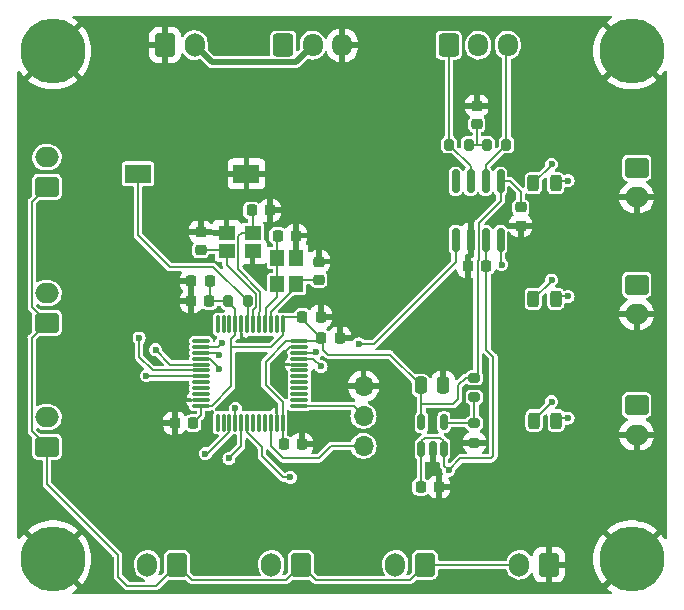
<source format=gbr>
%TF.GenerationSoftware,KiCad,Pcbnew,7.0.11-rc3*%
%TF.CreationDate,2025-03-16T23:26:39+08:00*%
%TF.ProjectId,dashboard,64617368-626f-4617-9264-2e6b69636164,rev?*%
%TF.SameCoordinates,Original*%
%TF.FileFunction,Copper,L1,Top*%
%TF.FilePolarity,Positive*%
%FSLAX46Y46*%
G04 Gerber Fmt 4.6, Leading zero omitted, Abs format (unit mm)*
G04 Created by KiCad (PCBNEW 7.0.11-rc3) date 2025-03-16 23:26:39*
%MOMM*%
%LPD*%
G01*
G04 APERTURE LIST*
G04 Aperture macros list*
%AMRoundRect*
0 Rectangle with rounded corners*
0 $1 Rounding radius*
0 $2 $3 $4 $5 $6 $7 $8 $9 X,Y pos of 4 corners*
0 Add a 4 corners polygon primitive as box body*
4,1,4,$2,$3,$4,$5,$6,$7,$8,$9,$2,$3,0*
0 Add four circle primitives for the rounded corners*
1,1,$1+$1,$2,$3*
1,1,$1+$1,$4,$5*
1,1,$1+$1,$6,$7*
1,1,$1+$1,$8,$9*
0 Add four rect primitives between the rounded corners*
20,1,$1+$1,$2,$3,$4,$5,0*
20,1,$1+$1,$4,$5,$6,$7,0*
20,1,$1+$1,$6,$7,$8,$9,0*
20,1,$1+$1,$8,$9,$2,$3,0*%
G04 Aperture macros list end*
%TA.AperFunction,ComponentPad*%
%ADD10RoundRect,0.250000X0.750000X-0.600000X0.750000X0.600000X-0.750000X0.600000X-0.750000X-0.600000X0*%
%TD*%
%TA.AperFunction,ComponentPad*%
%ADD11O,2.000000X1.700000*%
%TD*%
%TA.AperFunction,SMDPad,CuDef*%
%ADD12RoundRect,0.225000X0.225000X0.250000X-0.225000X0.250000X-0.225000X-0.250000X0.225000X-0.250000X0*%
%TD*%
%TA.AperFunction,SMDPad,CuDef*%
%ADD13RoundRect,0.150000X0.150000X-0.825000X0.150000X0.825000X-0.150000X0.825000X-0.150000X-0.825000X0*%
%TD*%
%TA.AperFunction,ComponentPad*%
%ADD14RoundRect,0.250000X0.600000X0.750000X-0.600000X0.750000X-0.600000X-0.750000X0.600000X-0.750000X0*%
%TD*%
%TA.AperFunction,ComponentPad*%
%ADD15O,1.700000X2.000000*%
%TD*%
%TA.AperFunction,SMDPad,CuDef*%
%ADD16RoundRect,0.243750X0.243750X0.456250X-0.243750X0.456250X-0.243750X-0.456250X0.243750X-0.456250X0*%
%TD*%
%TA.AperFunction,ComponentPad*%
%ADD17O,1.700000X1.700000*%
%TD*%
%TA.AperFunction,SMDPad,CuDef*%
%ADD18RoundRect,0.225000X-0.225000X-0.250000X0.225000X-0.250000X0.225000X0.250000X-0.225000X0.250000X0*%
%TD*%
%TA.AperFunction,SMDPad,CuDef*%
%ADD19RoundRect,0.250000X-0.250000X-0.475000X0.250000X-0.475000X0.250000X0.475000X-0.250000X0.475000X0*%
%TD*%
%TA.AperFunction,ComponentPad*%
%ADD20C,5.500000*%
%TD*%
%TA.AperFunction,SMDPad,CuDef*%
%ADD21R,2.180000X1.600000*%
%TD*%
%TA.AperFunction,SMDPad,CuDef*%
%ADD22RoundRect,0.225000X0.250000X-0.225000X0.250000X0.225000X-0.250000X0.225000X-0.250000X-0.225000X0*%
%TD*%
%TA.AperFunction,SMDPad,CuDef*%
%ADD23RoundRect,0.150000X0.150000X-0.512500X0.150000X0.512500X-0.150000X0.512500X-0.150000X-0.512500X0*%
%TD*%
%TA.AperFunction,SMDPad,CuDef*%
%ADD24RoundRect,0.075000X-0.075000X0.662500X-0.075000X-0.662500X0.075000X-0.662500X0.075000X0.662500X0*%
%TD*%
%TA.AperFunction,SMDPad,CuDef*%
%ADD25RoundRect,0.075000X-0.662500X0.075000X-0.662500X-0.075000X0.662500X-0.075000X0.662500X0.075000X0*%
%TD*%
%TA.AperFunction,SMDPad,CuDef*%
%ADD26RoundRect,0.200000X0.275000X-0.200000X0.275000X0.200000X-0.275000X0.200000X-0.275000X-0.200000X0*%
%TD*%
%TA.AperFunction,ComponentPad*%
%ADD27RoundRect,0.250000X-0.600000X-0.725000X0.600000X-0.725000X0.600000X0.725000X-0.600000X0.725000X0*%
%TD*%
%TA.AperFunction,ComponentPad*%
%ADD28O,1.700000X1.950000*%
%TD*%
%TA.AperFunction,SMDPad,CuDef*%
%ADD29RoundRect,0.200000X-0.200000X-0.275000X0.200000X-0.275000X0.200000X0.275000X-0.200000X0.275000X0*%
%TD*%
%TA.AperFunction,ComponentPad*%
%ADD30RoundRect,0.250000X-0.600000X-0.750000X0.600000X-0.750000X0.600000X0.750000X-0.600000X0.750000X0*%
%TD*%
%TA.AperFunction,SMDPad,CuDef*%
%ADD31R,1.400000X1.200000*%
%TD*%
%TA.AperFunction,ComponentPad*%
%ADD32RoundRect,0.250000X-0.750000X0.600000X-0.750000X-0.600000X0.750000X-0.600000X0.750000X0.600000X0*%
%TD*%
%TA.AperFunction,SMDPad,CuDef*%
%ADD33R,1.200000X1.400000*%
%TD*%
%TA.AperFunction,SMDPad,CuDef*%
%ADD34RoundRect,0.200000X-0.275000X0.200000X-0.275000X-0.200000X0.275000X-0.200000X0.275000X0.200000X0*%
%TD*%
%TA.AperFunction,SMDPad,CuDef*%
%ADD35RoundRect,0.225000X-0.250000X0.225000X-0.250000X-0.225000X0.250000X-0.225000X0.250000X0.225000X0*%
%TD*%
%TA.AperFunction,ViaPad*%
%ADD36C,0.600000*%
%TD*%
%TA.AperFunction,Conductor*%
%ADD37C,0.200000*%
%TD*%
%TA.AperFunction,Conductor*%
%ADD38C,0.500000*%
%TD*%
G04 APERTURE END LIST*
D10*
%TO.P,J9,1,Pin_1*%
%TO.N,VDC*%
X62000000Y-82000000D03*
D11*
%TO.P,J9,2,Pin_2*%
%TO.N,Net-(J9-Pin_2)*%
X62000000Y-79500000D03*
%TD*%
D12*
%TO.P,C8,1*%
%TO.N,+3V3*%
X75750000Y-69700000D03*
%TO.P,C8,2*%
%TO.N,GND*%
X74200000Y-69700000D03*
%TD*%
D13*
%TO.P,U6,1,TXD*%
%TO.N,Net-(U4-PB8)*%
X96595000Y-64474998D03*
%TO.P,U6,2,GND*%
%TO.N,GND*%
X97865000Y-64474998D03*
%TO.P,U6,3,VCC*%
%TO.N,+5V*%
X99135000Y-64474998D03*
%TO.P,U6,4,RXD*%
%TO.N,Net-(U4-PB9)*%
X100405000Y-64474998D03*
%TO.P,U6,5,VRXD*%
%TO.N,+3V3*%
X100405000Y-59524998D03*
%TO.P,U6,6,CANL*%
%TO.N,CAN_N*%
X99135000Y-59524998D03*
%TO.P,U6,7,CANH*%
%TO.N,CAN_P*%
X97865000Y-59524998D03*
%TO.P,U6,8,S*%
%TO.N,unconnected-(U6-S-Pad8)*%
X96595000Y-59524998D03*
%TD*%
D14*
%TO.P,J5,1,Pin_1*%
%TO.N,VDC*%
X83500000Y-92000000D03*
D15*
%TO.P,J5,2,Pin_2*%
%TO.N,Net-(J5-Pin_2)*%
X81000000Y-92000000D03*
%TD*%
D16*
%TO.P,D3,1,K*%
%TO.N,Net-(D3-K)*%
X105120000Y-79786625D03*
%TO.P,D3,2,A*%
%TO.N,Net-(D3-A)*%
X103245000Y-79786625D03*
%TD*%
D14*
%TO.P,J6,1,Pin_1*%
%TO.N,VDC*%
X73000000Y-92000000D03*
D15*
%TO.P,J6,2,Pin_2*%
%TO.N,Net-(J6-Pin_2)*%
X70500000Y-92000000D03*
%TD*%
D17*
%TO.P,J10,1,Pin_1*%
%TO.N,SWDIO*%
X88800000Y-81940000D03*
%TO.P,J10,2,Pin_2*%
%TO.N,SWCLK*%
X88800000Y-79400000D03*
%TO.P,J10,3,Pin_3*%
%TO.N,GND*%
X88800000Y-76860000D03*
%TD*%
D10*
%TO.P,J8,1,Pin_1*%
%TO.N,VDC*%
X62000000Y-71500000D03*
D11*
%TO.P,J8,2,Pin_2*%
%TO.N,Net-(J8-Pin_2)*%
X62000000Y-69000000D03*
%TD*%
D12*
%TO.P,C17,1*%
%TO.N,+5V*%
X99200000Y-66725000D03*
%TO.P,C17,2*%
%TO.N,GND*%
X97650000Y-66725000D03*
%TD*%
D18*
%TO.P,C4,1*%
%TO.N,/LSE_OUT*%
X81525000Y-64125000D03*
%TO.P,C4,2*%
%TO.N,GND*%
X83075000Y-64125000D03*
%TD*%
D19*
%TO.P,C14,1*%
%TO.N,+3V3*%
X93637500Y-76812500D03*
%TO.P,C14,2*%
%TO.N,GND*%
X95537500Y-76812500D03*
%TD*%
D20*
%TO.P,H4,1,1*%
%TO.N,GND*%
X111500000Y-48500000D03*
%TD*%
D21*
%TO.P,SW1,1,A*%
%TO.N,GND*%
X78890000Y-58900000D03*
%TO.P,SW1,2,B*%
%TO.N,Net-(SW1-B)*%
X69710000Y-58900000D03*
%TD*%
D18*
%TO.P,C7,1*%
%TO.N,+3V3*%
X83625000Y-71000000D03*
%TO.P,C7,2*%
%TO.N,GND*%
X85175000Y-71000000D03*
%TD*%
D20*
%TO.P,H1,1,1*%
%TO.N,GND*%
X62500000Y-48500000D03*
%TD*%
D22*
%TO.P,C15,1*%
%TO.N,Net-(C15-Pad1)*%
X98395000Y-54674998D03*
%TO.P,C15,2*%
%TO.N,GND*%
X98395000Y-53124998D03*
%TD*%
D10*
%TO.P,J7,1,Pin_1*%
%TO.N,VDC*%
X62000000Y-60000000D03*
D11*
%TO.P,J7,2,Pin_2*%
%TO.N,Net-(J7-Pin_2)*%
X62000000Y-57500000D03*
%TD*%
D16*
%TO.P,D1,1,K*%
%TO.N,Net-(D1-K)*%
X105057500Y-59686625D03*
%TO.P,D1,2,A*%
%TO.N,Net-(D1-A)*%
X103182500Y-59686625D03*
%TD*%
D23*
%TO.P,U7,1,VIN*%
%TO.N,+5V*%
X93700000Y-82200000D03*
%TO.P,U7,2,GND*%
%TO.N,GND*%
X94650000Y-82200000D03*
%TO.P,U7,3,EN*%
%TO.N,+5V*%
X95600000Y-82200000D03*
%TO.P,U7,4,ADJ*%
%TO.N,Net-(U7-ADJ)*%
X95600000Y-79925000D03*
%TO.P,U7,5,VOUT*%
%TO.N,+3V3*%
X93700000Y-79925000D03*
%TD*%
D24*
%TO.P,U4,1,VBAT*%
%TO.N,+3V3*%
X81950000Y-71637500D03*
%TO.P,U4,2,PC13*%
%TO.N,ADC_CH1*%
X81450000Y-71637500D03*
%TO.P,U4,3,PC14*%
%TO.N,/LSE_IN*%
X80950000Y-71637500D03*
%TO.P,U4,4,PC15*%
%TO.N,/LSE_OUT*%
X80450000Y-71637500D03*
%TO.P,U4,5,PD0*%
%TO.N,/RCC_OSC_IN*%
X79950000Y-71637500D03*
%TO.P,U4,6,PD1*%
%TO.N,/RCC_OSC_OUT*%
X79450000Y-71637500D03*
%TO.P,U4,7,NRST*%
%TO.N,Net-(SW1-B)*%
X78950000Y-71637500D03*
%TO.P,U4,8,VSSA*%
%TO.N,GND*%
X78450000Y-71637500D03*
%TO.P,U4,9,VDDA*%
%TO.N,+3V3*%
X77950000Y-71637500D03*
%TO.P,U4,10,PA0*%
%TO.N,ADC0*%
X77450000Y-71637500D03*
%TO.P,U4,11,PA1*%
%TO.N,ADC1*%
X76950000Y-71637500D03*
%TO.P,U4,12,PA2*%
%TO.N,ADC2*%
X76450000Y-71637500D03*
D25*
%TO.P,U4,13,PA3*%
%TO.N,ADC3*%
X75037500Y-73050000D03*
%TO.P,U4,14,PA4*%
%TO.N,FUNC1_IO*%
X75037500Y-73550000D03*
%TO.P,U4,15,PA5*%
%TO.N,FUNC2_IO*%
X75037500Y-74050000D03*
%TO.P,U4,16,PA6*%
%TO.N,FUNC3_IO*%
X75037500Y-74550000D03*
%TO.P,U4,17,PA7*%
%TO.N,FUNC1_LED*%
X75037500Y-75050000D03*
%TO.P,U4,18,PB0*%
%TO.N,FUNC2_LED*%
X75037500Y-75550000D03*
%TO.P,U4,19,PB1*%
%TO.N,FUNC3_LED*%
X75037500Y-76050000D03*
%TO.P,U4,20,PB2*%
%TO.N,unconnected-(U4-PB2-Pad20)*%
X75037500Y-76550000D03*
%TO.P,U4,21,PB10*%
%TO.N,IC2*%
X75037500Y-77050000D03*
%TO.P,U4,22,PB11*%
%TO.N,IC3*%
X75037500Y-77550000D03*
%TO.P,U4,23,VSS*%
%TO.N,GND*%
X75037500Y-78050000D03*
%TO.P,U4,24,VDD*%
%TO.N,+3V3*%
X75037500Y-78550000D03*
D24*
%TO.P,U4,25,PB12*%
%TO.N,unconnected-(U4-PB12-Pad25)*%
X76450000Y-79962500D03*
%TO.P,U4,26,PB13*%
%TO.N,unconnected-(U4-PB13-Pad26)*%
X76950000Y-79962500D03*
%TO.P,U4,27,PB14*%
%TO.N,Fault3_LED*%
X77450000Y-79962500D03*
%TO.P,U4,28,PB15*%
%TO.N,RGB*%
X77950000Y-79962500D03*
%TO.P,U4,29,PA8*%
%TO.N,FAULT1_LED*%
X78450000Y-79962500D03*
%TO.P,U4,30,PA9*%
%TO.N,FAULT0_LED*%
X78950000Y-79962500D03*
%TO.P,U4,31,PA10*%
%TO.N,unconnected-(U4-PA10-Pad31)*%
X79450000Y-79962500D03*
%TO.P,U4,32,PA11*%
%TO.N,D+*%
X79950000Y-79962500D03*
%TO.P,U4,33,PA12*%
%TO.N,D-*%
X80450000Y-79962500D03*
%TO.P,U4,34,PA13*%
%TO.N,SWDIO*%
X80950000Y-79962500D03*
%TO.P,U4,35,VSS*%
%TO.N,GND*%
X81450000Y-79962500D03*
%TO.P,U4,36,VDD*%
%TO.N,+3V3*%
X81950000Y-79962500D03*
D25*
%TO.P,U4,37,PA14*%
%TO.N,SWCLK*%
X83362500Y-78550000D03*
%TO.P,U4,38,PA15*%
%TO.N,IC0*%
X83362500Y-78050000D03*
%TO.P,U4,39,PB3*%
%TO.N,IC1*%
X83362500Y-77550000D03*
%TO.P,U4,40,PB4*%
%TO.N,unconnected-(U4-PB4-Pad40)*%
X83362500Y-77050000D03*
%TO.P,U4,41,PB5*%
%TO.N,unconnected-(U4-PB5-Pad41)*%
X83362500Y-76550000D03*
%TO.P,U4,42,PB6*%
%TO.N,unconnected-(U4-PB6-Pad42)*%
X83362500Y-76050000D03*
%TO.P,U4,43,PB7*%
%TO.N,unconnected-(U4-PB7-Pad43)*%
X83362500Y-75550000D03*
%TO.P,U4,44,BOOT0*%
%TO.N,GND*%
X83362500Y-75050000D03*
%TO.P,U4,45,PB8*%
%TO.N,Net-(U4-PB8)*%
X83362500Y-74550000D03*
%TO.P,U4,46,PB9*%
%TO.N,Net-(U4-PB9)*%
X83362500Y-74050000D03*
%TO.P,U4,47,VSS*%
%TO.N,GND*%
X83362500Y-73550000D03*
%TO.P,U4,48,VDD*%
%TO.N,+3V3*%
X83362500Y-73050000D03*
%TD*%
D26*
%TO.P,R19,1*%
%TO.N,GND*%
X98187500Y-81662500D03*
%TO.P,R19,2*%
%TO.N,Net-(U7-ADJ)*%
X98187500Y-80012500D03*
%TD*%
D27*
%TO.P,J13,1,Pin_1*%
%TO.N,CAN_P*%
X96000000Y-48000000D03*
D28*
%TO.P,J13,2,Pin_2*%
%TO.N,unconnected-(J13-Pin_2-Pad2)*%
X98500000Y-48000000D03*
%TO.P,J13,3,Pin_3*%
%TO.N,CAN_N*%
X101000000Y-48000000D03*
%TD*%
D16*
%TO.P,D2,1,K*%
%TO.N,Net-(D2-K)*%
X105057500Y-69480000D03*
%TO.P,D2,2,A*%
%TO.N,Net-(D2-A)*%
X103182500Y-69480000D03*
%TD*%
D22*
%TO.P,C3,1*%
%TO.N,/LSE_IN*%
X85000000Y-67875000D03*
%TO.P,C3,2*%
%TO.N,GND*%
X85000000Y-66325000D03*
%TD*%
D14*
%TO.P,J14,1,Pin_1*%
%TO.N,GND*%
X104500000Y-92000000D03*
D15*
%TO.P,J14,2,Pin_2*%
%TO.N,VDC*%
X102000000Y-92000000D03*
%TD*%
D18*
%TO.P,C1,1*%
%TO.N,/RCC_OSC_IN*%
X79325000Y-62000000D03*
%TO.P,C1,2*%
%TO.N,GND*%
X80875000Y-62000000D03*
%TD*%
D29*
%TO.P,R21,1*%
%TO.N,CAN_P*%
X96045000Y-56424998D03*
%TO.P,R21,2*%
%TO.N,Net-(C15-Pad1)*%
X97695000Y-56424998D03*
%TD*%
D12*
%TO.P,C5,1*%
%TO.N,+3V3*%
X75775000Y-68000000D03*
%TO.P,C5,2*%
%TO.N,GND*%
X74225000Y-68000000D03*
%TD*%
D27*
%TO.P,J11,1,Pin_1*%
%TO.N,RGB*%
X82000000Y-48000000D03*
D28*
%TO.P,J11,2,Pin_2*%
%TO.N,Net-(J11-Pin_2)*%
X84500000Y-48000000D03*
%TO.P,J11,3,Pin_3*%
%TO.N,GND*%
X87000000Y-48000000D03*
%TD*%
D30*
%TO.P,J12,1,Pin_1*%
%TO.N,GND*%
X72000000Y-48000000D03*
D15*
%TO.P,J12,2,Pin_2*%
%TO.N,Net-(J11-Pin_2)*%
X74500000Y-48000000D03*
%TD*%
D12*
%TO.P,C10,1*%
%TO.N,+3V3*%
X74350000Y-80000000D03*
%TO.P,C10,2*%
%TO.N,GND*%
X72800000Y-80000000D03*
%TD*%
D29*
%TO.P,R7,1*%
%TO.N,+3V3*%
X77325000Y-69700000D03*
%TO.P,R7,2*%
%TO.N,Net-(SW1-B)*%
X78975000Y-69700000D03*
%TD*%
D31*
%TO.P,Y1,1,1*%
%TO.N,/RCC_OSC_IN*%
X79400000Y-63875000D03*
%TO.P,Y1,2,2*%
%TO.N,GND*%
X77200000Y-63875000D03*
%TO.P,Y1,3,3*%
%TO.N,/RCC_OSC_OUT*%
X77200000Y-65475000D03*
%TO.P,Y1,4,4*%
%TO.N,GND*%
X79400000Y-65475000D03*
%TD*%
D18*
%TO.P,C13,1*%
%TO.N,+5V*%
X93637500Y-85412500D03*
%TO.P,C13,2*%
%TO.N,GND*%
X95187500Y-85412500D03*
%TD*%
D32*
%TO.P,J1,1,Pin_1*%
%TO.N,Net-(J1-Pin_1)*%
X111920000Y-58386625D03*
D11*
%TO.P,J1,2,Pin_2*%
%TO.N,GND*%
X111920000Y-60886625D03*
%TD*%
D14*
%TO.P,J4,1,Pin_1*%
%TO.N,VDC*%
X94000000Y-92000000D03*
D15*
%TO.P,J4,2,Pin_2*%
%TO.N,Net-(J4-Pin_2)*%
X91500000Y-92000000D03*
%TD*%
D32*
%TO.P,J3,1,Pin_1*%
%TO.N,Net-(J3-Pin_1)*%
X111920000Y-78486625D03*
D11*
%TO.P,J3,2,Pin_2*%
%TO.N,GND*%
X111920000Y-80986625D03*
%TD*%
D29*
%TO.P,R22,1*%
%TO.N,Net-(C15-Pad1)*%
X99245000Y-56424998D03*
%TO.P,R22,2*%
%TO.N,CAN_N*%
X100895000Y-56424998D03*
%TD*%
D33*
%TO.P,Y2,1,1*%
%TO.N,/LSE_IN*%
X83100000Y-68225000D03*
%TO.P,Y2,2,2*%
%TO.N,GND*%
X83100000Y-66025000D03*
%TO.P,Y2,3,3*%
%TO.N,/LSE_OUT*%
X81500000Y-66025000D03*
%TO.P,Y2,4,4*%
X81500000Y-68225000D03*
%TD*%
D32*
%TO.P,J2,1,Pin_1*%
%TO.N,Net-(J2-Pin_1)*%
X111920000Y-68280000D03*
D11*
%TO.P,J2,2,Pin_2*%
%TO.N,GND*%
X111920000Y-70780000D03*
%TD*%
D34*
%TO.P,R20,1*%
%TO.N,+3V3*%
X98187500Y-76162500D03*
%TO.P,R20,2*%
%TO.N,Net-(U7-ADJ)*%
X98187500Y-77812500D03*
%TD*%
D20*
%TO.P,H2,1,1*%
%TO.N,GND*%
X62500000Y-91500000D03*
%TD*%
D18*
%TO.P,C9,1*%
%TO.N,+3V3*%
X85225000Y-72800000D03*
%TO.P,C9,2*%
%TO.N,GND*%
X86775000Y-72800000D03*
%TD*%
D20*
%TO.P,H3,1,1*%
%TO.N,GND*%
X111500000Y-91500000D03*
%TD*%
D22*
%TO.P,C2,1*%
%TO.N,/RCC_OSC_OUT*%
X75000000Y-65350000D03*
%TO.P,C2,2*%
%TO.N,GND*%
X75000000Y-63800000D03*
%TD*%
D35*
%TO.P,C16,1*%
%TO.N,+3V3*%
X102100000Y-61750000D03*
%TO.P,C16,2*%
%TO.N,GND*%
X102100000Y-63300000D03*
%TD*%
D18*
%TO.P,C6,1*%
%TO.N,+3V3*%
X82025000Y-81800000D03*
%TO.P,C6,2*%
%TO.N,GND*%
X83575000Y-81800000D03*
%TD*%
D36*
%TO.N,GND*%
X104670000Y-47490000D03*
X91970000Y-62730000D03*
X99590000Y-90670000D03*
X81810000Y-60190000D03*
X112290000Y-75430000D03*
X66570000Y-62730000D03*
X69110000Y-83050000D03*
X71650000Y-83050000D03*
X74190000Y-85590000D03*
X76730000Y-47490000D03*
X66570000Y-47490000D03*
X84350000Y-57650000D03*
X74190000Y-88130000D03*
X103200000Y-87800000D03*
X109750000Y-85590000D03*
X97050000Y-70350000D03*
X109750000Y-65270000D03*
X64030000Y-80510000D03*
X74190000Y-57650000D03*
X104670000Y-52570000D03*
X69110000Y-80510000D03*
X97050000Y-90670000D03*
X91970000Y-55110000D03*
X81810000Y-55110000D03*
X94510000Y-75430000D03*
X97050000Y-55110000D03*
X64030000Y-52570000D03*
X112290000Y-52570000D03*
X71650000Y-85590000D03*
X71650000Y-77970000D03*
X107210000Y-88130000D03*
X109750000Y-75430000D03*
X112290000Y-65270000D03*
X94510000Y-88130000D03*
X89430000Y-50030000D03*
X97050000Y-85590000D03*
X102130000Y-50030000D03*
X79270000Y-90670000D03*
X112290000Y-62730000D03*
X94510000Y-47490000D03*
X71650000Y-55110000D03*
X86890000Y-52570000D03*
X64030000Y-57650000D03*
X66570000Y-60190000D03*
X94510000Y-52570000D03*
X64030000Y-62730000D03*
X102130000Y-85590000D03*
X94510000Y-65270000D03*
X89430000Y-65270000D03*
X102130000Y-83050000D03*
X107210000Y-62730000D03*
X89430000Y-62730000D03*
X91970000Y-85590000D03*
X104670000Y-72890000D03*
X76730000Y-52570000D03*
X69110000Y-67810000D03*
X107210000Y-83050000D03*
X97050000Y-75430000D03*
X99590000Y-50030000D03*
X102130000Y-75430000D03*
X86890000Y-67810000D03*
X102130000Y-65270000D03*
X86890000Y-55110000D03*
X81810000Y-57650000D03*
X97050000Y-52570000D03*
X109750000Y-88130000D03*
X91970000Y-52570000D03*
X80100000Y-77600000D03*
X109750000Y-72890000D03*
X107210000Y-47490000D03*
X84350000Y-52570000D03*
X102130000Y-55110000D03*
X94510000Y-57650000D03*
X64030000Y-85590000D03*
X107210000Y-52570000D03*
X91970000Y-83050000D03*
X91970000Y-50030000D03*
X109750000Y-52570000D03*
X99100000Y-74800000D03*
X86890000Y-50030000D03*
X91970000Y-88130000D03*
X66570000Y-80510000D03*
X89430000Y-57650000D03*
X86890000Y-83050000D03*
X104670000Y-83050000D03*
X64030000Y-77970000D03*
X66570000Y-57650000D03*
X66570000Y-67810000D03*
X71650000Y-50030000D03*
X109750000Y-62730000D03*
X97050000Y-72890000D03*
X86890000Y-62730000D03*
X71650000Y-52570000D03*
X102130000Y-52570000D03*
X91970000Y-60190000D03*
X109750000Y-77970000D03*
X69110000Y-70350000D03*
X84350000Y-80510000D03*
X76730000Y-55110000D03*
X64030000Y-67810000D03*
X71650000Y-88130000D03*
X112290000Y-85590000D03*
X99590000Y-52570000D03*
X97050000Y-62730000D03*
X89430000Y-47490000D03*
X86890000Y-80510000D03*
X69110000Y-90670000D03*
X91970000Y-80510000D03*
X86890000Y-90670000D03*
X107210000Y-93210000D03*
X99590000Y-55110000D03*
X64030000Y-83050000D03*
X94510000Y-50030000D03*
X112290000Y-83050000D03*
X91970000Y-47490000D03*
X61490000Y-88130000D03*
X84350000Y-60190000D03*
X84350000Y-65270000D03*
X107210000Y-90670000D03*
X74190000Y-55110000D03*
X109750000Y-83050000D03*
X64030000Y-60190000D03*
X86890000Y-57650000D03*
X112290000Y-88130000D03*
X97050000Y-93210000D03*
X84350000Y-85590000D03*
X112290000Y-55110000D03*
X89430000Y-90670000D03*
X112290000Y-72890000D03*
X94510000Y-55110000D03*
X97050000Y-50030000D03*
X76730000Y-90670000D03*
X99590000Y-93210000D03*
X74190000Y-52570000D03*
X104670000Y-62730000D03*
X91970000Y-57650000D03*
X79270000Y-47490000D03*
X84350000Y-55110000D03*
X109750000Y-57650000D03*
X61490000Y-52570000D03*
X66570000Y-83050000D03*
X107210000Y-50030000D03*
X79900000Y-67200000D03*
X89430000Y-55110000D03*
X69110000Y-77970000D03*
X109750000Y-67810000D03*
X76730000Y-60190000D03*
X71650000Y-80510000D03*
X81810000Y-88130000D03*
X94510000Y-60190000D03*
X66570000Y-50030000D03*
X102130000Y-72890000D03*
X104670000Y-50030000D03*
X89430000Y-60190000D03*
X94510000Y-72890000D03*
X66570000Y-70350000D03*
X81600000Y-76600000D03*
X84350000Y-50030000D03*
X74190000Y-62730000D03*
X86890000Y-65270000D03*
X79270000Y-83050000D03*
X78600000Y-73000000D03*
X61490000Y-62730000D03*
X81810000Y-52570000D03*
X89430000Y-52570000D03*
X66570000Y-72890000D03*
X84350000Y-62730000D03*
X64030000Y-55110000D03*
X69110000Y-47490000D03*
X64030000Y-70350000D03*
X69110000Y-50030000D03*
X86890000Y-60190000D03*
X74190000Y-50030000D03*
X109750000Y-55110000D03*
X64030000Y-72890000D03*
X84350000Y-88130000D03*
%TO.N,Net-(D1-K)*%
X106120000Y-59486625D03*
%TO.N,Net-(D1-A)*%
X104720000Y-58086625D03*
%TO.N,Net-(D2-K)*%
X106120000Y-69280000D03*
%TO.N,Net-(D2-A)*%
X104720000Y-67880000D03*
%TO.N,Net-(D3-K)*%
X106120000Y-79586625D03*
%TO.N,Net-(D3-A)*%
X104720000Y-78186625D03*
%TO.N,FAULT0_LED*%
X82600000Y-84600000D03*
%TO.N,FAULT1_LED*%
X77400000Y-83000000D03*
%TO.N,Fault3_LED*%
X75400000Y-82600000D03*
%TO.N,FUNC1_LED*%
X71200000Y-73800000D03*
%TO.N,FUNC2_LED*%
X69800000Y-72800000D03*
%TO.N,FUNC3_LED*%
X70400000Y-76000000D03*
%TO.N,+5V*%
X96000000Y-84000000D03*
%TO.N,FUNC1_IO*%
X76800000Y-73200000D03*
%TO.N,FUNC2_IO*%
X76600000Y-74200000D03*
%TO.N,FUNC3_IO*%
X76600000Y-75400000D03*
%TO.N,Net-(U4-PB8)*%
X85200000Y-75200000D03*
X88400000Y-73300000D03*
%TO.N,Net-(U4-PB9)*%
X100500000Y-66600000D03*
X84800000Y-74000000D03*
%TO.N,RGB*%
X77950000Y-78750000D03*
%TD*%
D37*
%TO.N,/RCC_OSC_IN*%
X79950000Y-70650000D02*
X79950000Y-71637500D01*
X80075000Y-70525000D02*
X79950000Y-70650000D01*
X78200000Y-64175000D02*
X78200000Y-67000000D01*
X79400000Y-62075000D02*
X79400000Y-63875000D01*
X78500000Y-63875000D02*
X78200000Y-64175000D01*
X80075000Y-68875000D02*
X80075000Y-70525000D01*
X79325000Y-62000000D02*
X79400000Y-62075000D01*
X79400000Y-63875000D02*
X78500000Y-63875000D01*
X78200000Y-67000000D02*
X80075000Y-68875000D01*
%TO.N,GND*%
X83362500Y-73550000D02*
X82592590Y-73550000D01*
X82592590Y-73550000D02*
X81600000Y-74542590D01*
X81650000Y-75050000D02*
X81600000Y-75000000D01*
X81600000Y-75000000D02*
X81600000Y-76600000D01*
X81600000Y-74542590D02*
X81600000Y-75000000D01*
X83362500Y-75050000D02*
X81650000Y-75050000D01*
%TO.N,/RCC_OSC_OUT*%
X79450000Y-70412648D02*
X79450000Y-71637500D01*
X79675000Y-69075000D02*
X79675000Y-70187648D01*
X77075000Y-65350000D02*
X77200000Y-65475000D01*
X79675000Y-70187648D02*
X79450000Y-70412648D01*
X77200000Y-66600000D02*
X79675000Y-69075000D01*
X75000000Y-65350000D02*
X77075000Y-65350000D01*
X77200000Y-65475000D02*
X77200000Y-66600000D01*
%TO.N,/LSE_IN*%
X83100000Y-68458795D02*
X83100000Y-68225000D01*
X83450000Y-67875000D02*
X83100000Y-68225000D01*
X80950000Y-70608795D02*
X83100000Y-68458795D01*
X85000000Y-67875000D02*
X83450000Y-67875000D01*
X80950000Y-71637500D02*
X80950000Y-70608795D01*
%TO.N,/LSE_OUT*%
X81500000Y-64150000D02*
X81525000Y-64125000D01*
X80500000Y-70300000D02*
X80500000Y-71587500D01*
X81500000Y-68225000D02*
X81500000Y-66025000D01*
X81500000Y-66025000D02*
X81500000Y-64150000D01*
X81500000Y-69300000D02*
X80500000Y-70300000D01*
X81500000Y-68225000D02*
X81500000Y-69300000D01*
X80500000Y-71587500D02*
X80450000Y-71637500D01*
%TO.N,+3V3*%
X96800000Y-76800000D02*
X97437500Y-76162500D01*
X75037500Y-78550000D02*
X75037500Y-79312500D01*
X93637500Y-76812500D02*
X91025000Y-74200000D01*
X81950000Y-72578705D02*
X80928705Y-73600000D01*
X93700000Y-76875000D02*
X93637500Y-76812500D01*
X100405000Y-61195000D02*
X100405000Y-59524998D01*
X85800000Y-74200000D02*
X85400000Y-73800000D01*
X77600000Y-76757410D02*
X77600000Y-75200000D01*
X75775000Y-68000000D02*
X75775000Y-69675000D01*
X77950000Y-72550000D02*
X77600000Y-72900000D01*
X93700000Y-78400000D02*
X93700000Y-76875000D01*
X81950000Y-81350000D02*
X82000000Y-81400000D01*
X80928705Y-73600000D02*
X77600000Y-73600000D01*
X85400000Y-72975000D02*
X85225000Y-72800000D01*
X98187500Y-76162500D02*
X98450000Y-75900000D01*
X96800000Y-78000000D02*
X96800000Y-76800000D01*
X80500000Y-76800000D02*
X81950000Y-78250000D01*
X75037500Y-78550000D02*
X75950000Y-78550000D01*
X97437500Y-76162500D02*
X98187500Y-76162500D01*
X98450000Y-66251304D02*
X98535000Y-66166304D01*
X98535000Y-66166304D02*
X98535000Y-63065000D01*
X81950000Y-71637500D02*
X81950000Y-72578705D01*
X100405000Y-59524998D02*
X101224998Y-59524998D01*
X75950000Y-78550000D02*
X77600000Y-76900000D01*
X77950000Y-71637500D02*
X77950000Y-70325000D01*
X98450000Y-75900000D02*
X98450000Y-66251304D01*
X83625000Y-71000000D02*
X83625000Y-71200000D01*
X77600000Y-76900000D02*
X77600000Y-76757410D01*
X98535000Y-63065000D02*
X100405000Y-61195000D01*
X81950000Y-78250000D02*
X81950000Y-79962500D01*
X77600000Y-73600000D02*
X77600000Y-75200000D01*
X102100000Y-60400000D02*
X102100000Y-61750000D01*
X91025000Y-74200000D02*
X85800000Y-74200000D01*
X83362500Y-73050000D02*
X84975000Y-73050000D01*
X81950000Y-71000000D02*
X83625000Y-71000000D01*
X75037500Y-79312500D02*
X74350000Y-80000000D01*
X83362500Y-73050000D02*
X82250000Y-73050000D01*
X83625000Y-71200000D02*
X85225000Y-72800000D01*
X85400000Y-73800000D02*
X85400000Y-72975000D01*
X84975000Y-73050000D02*
X85225000Y-72800000D01*
X81950000Y-79962500D02*
X81950000Y-81350000D01*
X77600000Y-72900000D02*
X77600000Y-73600000D01*
X77950000Y-70325000D02*
X77325000Y-69700000D01*
X77950000Y-71637500D02*
X77950000Y-72550000D01*
X80500000Y-74800000D02*
X80500000Y-76800000D01*
X93700000Y-79925000D02*
X93700000Y-78400000D01*
X82250000Y-73050000D02*
X80500000Y-74800000D01*
X81950000Y-71637500D02*
X81950000Y-71000000D01*
X96400000Y-78400000D02*
X96800000Y-78000000D01*
X75750000Y-69700000D02*
X77325000Y-69700000D01*
X93700000Y-78400000D02*
X96400000Y-78400000D01*
X75775000Y-69675000D02*
X75750000Y-69700000D01*
X101224998Y-59524998D02*
X102100000Y-60400000D01*
%TO.N,Net-(D1-K)*%
X106120000Y-59486625D02*
X105257500Y-59486625D01*
%TO.N,Net-(D1-A)*%
X103182500Y-59686625D02*
X104720000Y-58149125D01*
%TO.N,Net-(D2-K)*%
X105257500Y-69280000D02*
X105057500Y-69480000D01*
X106120000Y-69280000D02*
X105257500Y-69280000D01*
%TO.N,Net-(D2-A)*%
X103182500Y-69480000D02*
X104720000Y-67942500D01*
X104720000Y-67942500D02*
X104720000Y-67880000D01*
%TO.N,Net-(D3-K)*%
X106120000Y-79586625D02*
X105257500Y-79586625D01*
%TO.N,Net-(D3-A)*%
X103182500Y-79786625D02*
X104720000Y-78249125D01*
%TO.N,FAULT0_LED*%
X78950000Y-79962500D02*
X78950000Y-80750000D01*
X80200000Y-82000000D02*
X80200000Y-82800000D01*
X80200000Y-82800000D02*
X82000000Y-84600000D01*
X82000000Y-84600000D02*
X82600000Y-84600000D01*
X78950000Y-80750000D02*
X80200000Y-82000000D01*
%TO.N,FAULT1_LED*%
X78450000Y-79962500D02*
X78450000Y-81950000D01*
X78450000Y-81950000D02*
X77400000Y-83000000D01*
%TO.N,Fault3_LED*%
X75400000Y-82600000D02*
X75582410Y-82600000D01*
X75582410Y-82600000D02*
X77450000Y-80732410D01*
X77450000Y-80732410D02*
X77450000Y-79962500D01*
%TO.N,FUNC1_LED*%
X75037500Y-75050000D02*
X72450000Y-75050000D01*
X72450000Y-75050000D02*
X71200000Y-73800000D01*
%TO.N,FUNC2_LED*%
X70950000Y-75550000D02*
X75037500Y-75550000D01*
X69800000Y-74400000D02*
X70950000Y-75550000D01*
X69800000Y-72800000D02*
X69800000Y-74400000D01*
%TO.N,FUNC3_LED*%
X70450000Y-76050000D02*
X70400000Y-76000000D01*
X75037500Y-76050000D02*
X70450000Y-76050000D01*
%TO.N,+5V*%
X99135000Y-64474998D02*
X99135000Y-66660000D01*
X99800000Y-74400000D02*
X99800000Y-82800000D01*
X93700000Y-81537501D02*
X93700000Y-82200000D01*
X93637500Y-85412500D02*
X93637500Y-82262500D01*
X99135000Y-66660000D02*
X99200000Y-66725000D01*
X99800000Y-82800000D02*
X99600000Y-83000000D01*
X95600000Y-82200000D02*
X95600000Y-81537501D01*
X99200000Y-73800000D02*
X99800000Y-74400000D01*
X95600000Y-81537501D02*
X95299999Y-81237500D01*
X95600000Y-82200000D02*
X95600000Y-83600000D01*
X94000001Y-81237500D02*
X93700000Y-81537501D01*
X97000000Y-83000000D02*
X96000000Y-84000000D01*
X93637500Y-82262500D02*
X93700000Y-82200000D01*
X99200000Y-66725000D02*
X99200000Y-73800000D01*
X95299999Y-81237500D02*
X94000001Y-81237500D01*
X99600000Y-83000000D02*
X97000000Y-83000000D01*
X95600000Y-83600000D02*
X96000000Y-84000000D01*
%TO.N,Net-(SW1-B)*%
X69710000Y-64110000D02*
X72400000Y-66800000D01*
X76075000Y-66800000D02*
X78975000Y-69700000D01*
X78975000Y-69700000D02*
X78975000Y-71612500D01*
X69710000Y-58900000D02*
X69710000Y-64110000D01*
X72400000Y-66800000D02*
X76075000Y-66800000D01*
X78975000Y-71612500D02*
X78950000Y-71637500D01*
%TO.N,FUNC1_IO*%
X76800000Y-73200000D02*
X76450000Y-73550000D01*
X76450000Y-73550000D02*
X75037500Y-73550000D01*
%TO.N,FUNC2_IO*%
X76450000Y-74050000D02*
X76600000Y-74200000D01*
X75037500Y-74050000D02*
X76450000Y-74050000D01*
%TO.N,FUNC3_IO*%
X76600000Y-75400000D02*
X76600000Y-75342590D01*
X75807410Y-74550000D02*
X75037500Y-74550000D01*
X76600000Y-75342590D02*
X75807410Y-74550000D01*
%TO.N,SWDIO*%
X85000000Y-83000000D02*
X86060000Y-81940000D01*
X86060000Y-81940000D02*
X88800000Y-81940000D01*
X82000000Y-83000000D02*
X85000000Y-83000000D01*
X80950000Y-81950000D02*
X82000000Y-83000000D01*
X80950000Y-79962500D02*
X80950000Y-81950000D01*
%TO.N,SWCLK*%
X83362500Y-78550000D02*
X87950000Y-78550000D01*
X87950000Y-78550000D02*
X88800000Y-79400000D01*
%TO.N,Net-(U4-PB8)*%
X85200000Y-75200000D02*
X84550000Y-74550000D01*
X89700000Y-73300000D02*
X88400000Y-73300000D01*
X96595000Y-66405000D02*
X89700000Y-73300000D01*
X84550000Y-74550000D02*
X83362500Y-74550000D01*
X96595000Y-64474998D02*
X96595000Y-66405000D01*
%TO.N,Net-(U4-PB9)*%
X100500000Y-66600000D02*
X100405000Y-66505000D01*
X84750000Y-74050000D02*
X84800000Y-74000000D01*
X83362500Y-74050000D02*
X84750000Y-74050000D01*
X100405000Y-66505000D02*
X100405000Y-64474998D01*
%TO.N,CAN_P*%
X97865000Y-59524998D02*
X97865000Y-58244998D01*
X96045000Y-48045000D02*
X96000000Y-48000000D01*
X97865000Y-58244998D02*
X96045000Y-56424998D01*
X96045000Y-56424998D02*
X96045000Y-48045000D01*
%TO.N,RGB*%
X77950000Y-78750000D02*
X77950000Y-79962500D01*
D38*
%TO.N,Net-(J11-Pin_2)*%
X83050000Y-49450000D02*
X75950000Y-49450000D01*
X75950000Y-49450000D02*
X74500000Y-48000000D01*
X84500000Y-48000000D02*
X83050000Y-49450000D01*
D37*
%TO.N,Net-(U7-ADJ)*%
X98187500Y-77812500D02*
X98187500Y-80012500D01*
X98187500Y-80012500D02*
X95687500Y-80012500D01*
X95687500Y-80012500D02*
X95600000Y-79925000D01*
%TO.N,VDC*%
X62000000Y-85200000D02*
X62000000Y-82000000D01*
X68800000Y-93800000D02*
X68000000Y-93000000D01*
X68000000Y-93000000D02*
X68000000Y-91200000D01*
X60700000Y-61300000D02*
X62000000Y-60000000D01*
X60700000Y-70200000D02*
X60700000Y-61300000D01*
X83500000Y-92000000D02*
X82200000Y-93300000D01*
X71200000Y-93800000D02*
X68800000Y-93800000D01*
X84800000Y-93300000D02*
X83500000Y-92000000D01*
X62000000Y-71500000D02*
X60700000Y-70200000D01*
X60700000Y-72800000D02*
X62000000Y-71500000D01*
X92700000Y-93300000D02*
X84800000Y-93300000D01*
X68000000Y-91200000D02*
X62000000Y-85200000D01*
X94000000Y-92000000D02*
X102000000Y-92000000D01*
X73000000Y-92000000D02*
X71200000Y-93800000D01*
X94000000Y-92000000D02*
X92700000Y-93300000D01*
X74300000Y-93300000D02*
X73000000Y-92000000D01*
X82200000Y-93300000D02*
X74300000Y-93300000D01*
X60700000Y-80700000D02*
X60700000Y-72800000D01*
X62000000Y-82000000D02*
X60700000Y-80700000D01*
%TO.N,Net-(C15-Pad1)*%
X98395000Y-54674998D02*
X98395000Y-56419998D01*
X98395000Y-56419998D02*
X98400000Y-56424998D01*
X98400000Y-56424998D02*
X99245000Y-56424998D01*
X97695000Y-56424998D02*
X98400000Y-56424998D01*
%TO.N,CAN_N*%
X99135000Y-58184998D02*
X100895000Y-56424998D01*
X99135000Y-59524998D02*
X99135000Y-58184998D01*
X100895000Y-48105000D02*
X101000000Y-48000000D01*
X100895000Y-56424998D02*
X100895000Y-48105000D01*
%TD*%
%TA.AperFunction,Conductor*%
%TO.N,GND*%
G36*
X99005703Y-74101831D02*
G01*
X99012181Y-74107863D01*
X99413181Y-74508863D01*
X99446666Y-74570186D01*
X99449500Y-74596544D01*
X99449500Y-82525500D01*
X99429815Y-82592539D01*
X99377011Y-82638294D01*
X99325500Y-82649500D01*
X98958532Y-82649500D01*
X98891493Y-82629815D01*
X98845738Y-82577011D01*
X98835794Y-82507853D01*
X98864819Y-82444297D01*
X98894383Y-82419382D01*
X98897379Y-82417570D01*
X99017572Y-82297377D01*
X99105519Y-82151895D01*
X99156090Y-81989606D01*
X99162500Y-81919072D01*
X99162500Y-81912500D01*
X97212501Y-81912500D01*
X97212501Y-81919082D01*
X97218908Y-81989602D01*
X97218909Y-81989607D01*
X97269481Y-82151896D01*
X97357427Y-82297377D01*
X97477620Y-82417570D01*
X97480617Y-82419382D01*
X97482354Y-82421279D01*
X97483526Y-82422197D01*
X97483373Y-82422391D01*
X97527805Y-82470910D01*
X97539644Y-82539769D01*
X97512376Y-82604098D01*
X97454658Y-82643473D01*
X97416468Y-82649500D01*
X97049212Y-82649500D01*
X97023766Y-82646861D01*
X97022836Y-82646666D01*
X97014686Y-82644957D01*
X97014685Y-82644957D01*
X97014684Y-82644957D01*
X96985878Y-82648548D01*
X96972199Y-82649397D01*
X96970962Y-82649499D01*
X96951996Y-82652664D01*
X96946929Y-82653402D01*
X96898611Y-82659425D01*
X96891566Y-82661522D01*
X96884617Y-82663908D01*
X96841804Y-82687077D01*
X96837252Y-82689420D01*
X96793517Y-82710801D01*
X96787515Y-82715085D01*
X96781743Y-82719579D01*
X96748769Y-82755398D01*
X96745222Y-82759095D01*
X96162181Y-83342137D01*
X96100858Y-83375622D01*
X96031167Y-83370638D01*
X95975233Y-83328767D01*
X95950816Y-83263302D01*
X95950500Y-83254456D01*
X95950500Y-83129754D01*
X95970185Y-83062715D01*
X95986819Y-83042072D01*
X95988339Y-83040551D01*
X95988342Y-83040550D01*
X96078050Y-82950842D01*
X96135646Y-82837804D01*
X96135646Y-82837802D01*
X96135647Y-82837801D01*
X96148112Y-82759095D01*
X96150500Y-82744019D01*
X96150499Y-81655982D01*
X96135646Y-81562196D01*
X96078050Y-81449158D01*
X96078046Y-81449154D01*
X96078045Y-81449152D01*
X95988347Y-81359454D01*
X95988343Y-81359451D01*
X95988342Y-81359450D01*
X95941126Y-81335392D01*
X95866609Y-81297423D01*
X95867592Y-81295492D01*
X95831634Y-81273453D01*
X95607861Y-81049680D01*
X95574376Y-80988357D01*
X95579360Y-80918665D01*
X95621232Y-80862732D01*
X95686696Y-80838315D01*
X95695535Y-80837999D01*
X95781518Y-80837999D01*
X95875304Y-80823146D01*
X95988342Y-80765550D01*
X96078050Y-80675842D01*
X96135646Y-80562804D01*
X96135646Y-80562802D01*
X96135647Y-80562801D01*
X96150725Y-80467602D01*
X96180654Y-80404468D01*
X96239965Y-80367536D01*
X96273198Y-80363000D01*
X97402020Y-80363000D01*
X97469059Y-80382685D01*
X97502531Y-80419128D01*
X97504189Y-80417905D01*
X97509706Y-80425380D01*
X97509707Y-80425382D01*
X97590350Y-80534650D01*
X97674504Y-80596758D01*
X97716754Y-80652405D01*
X97722213Y-80722062D01*
X97689145Y-80783611D01*
X97637763Y-80814912D01*
X97623105Y-80819479D01*
X97623104Y-80819480D01*
X97477622Y-80907427D01*
X97357427Y-81027622D01*
X97269480Y-81173104D01*
X97218909Y-81335393D01*
X97212500Y-81405927D01*
X97212500Y-81412500D01*
X99162499Y-81412500D01*
X99162499Y-81405917D01*
X99156091Y-81335397D01*
X99156090Y-81335392D01*
X99105518Y-81173103D01*
X99017572Y-81027622D01*
X98897377Y-80907427D01*
X98751897Y-80819481D01*
X98737237Y-80814913D01*
X98679090Y-80776174D01*
X98651117Y-80712149D01*
X98662199Y-80643164D01*
X98700493Y-80596759D01*
X98784650Y-80534650D01*
X98865293Y-80425382D01*
X98887719Y-80361290D01*
X98910146Y-80297201D01*
X98910146Y-80297199D01*
X98913000Y-80266769D01*
X98913000Y-79758230D01*
X98910146Y-79727800D01*
X98910146Y-79727798D01*
X98865293Y-79599619D01*
X98865292Y-79599617D01*
X98861988Y-79595140D01*
X98784650Y-79490350D01*
X98675382Y-79409707D01*
X98647641Y-79400000D01*
X98621044Y-79390693D01*
X98564268Y-79349971D01*
X98538522Y-79285018D01*
X98538000Y-79273652D01*
X98538000Y-78551347D01*
X98557685Y-78484308D01*
X98610489Y-78438553D01*
X98621028Y-78434312D01*
X98675382Y-78415293D01*
X98784650Y-78334650D01*
X98865293Y-78225382D01*
X98892158Y-78148607D01*
X98910146Y-78097201D01*
X98910146Y-78097199D01*
X98913000Y-78066769D01*
X98913000Y-77558230D01*
X98910146Y-77527800D01*
X98910146Y-77527798D01*
X98865293Y-77399619D01*
X98865292Y-77399617D01*
X98861872Y-77394983D01*
X98784650Y-77290350D01*
X98675382Y-77209707D01*
X98675380Y-77209706D01*
X98547200Y-77164853D01*
X98516770Y-77162000D01*
X98516766Y-77162000D01*
X97858234Y-77162000D01*
X97858230Y-77162000D01*
X97827800Y-77164853D01*
X97827798Y-77164853D01*
X97699619Y-77209706D01*
X97699617Y-77209707D01*
X97590350Y-77290350D01*
X97509707Y-77399617D01*
X97509706Y-77399619D01*
X97464853Y-77527798D01*
X97464853Y-77527800D01*
X97462000Y-77558230D01*
X97462000Y-78066769D01*
X97464853Y-78097199D01*
X97464853Y-78097201D01*
X97509706Y-78225380D01*
X97509707Y-78225382D01*
X97590350Y-78334650D01*
X97699618Y-78415293D01*
X97753956Y-78434306D01*
X97810731Y-78475027D01*
X97836478Y-78539980D01*
X97837000Y-78551347D01*
X97837000Y-79273652D01*
X97817315Y-79340691D01*
X97764511Y-79386446D01*
X97753956Y-79390693D01*
X97699617Y-79409707D01*
X97623168Y-79466129D01*
X97590350Y-79490350D01*
X97521657Y-79583427D01*
X97504189Y-79607095D01*
X97502214Y-79605637D01*
X97462920Y-79646015D01*
X97402020Y-79662000D01*
X96274499Y-79662000D01*
X96207460Y-79642315D01*
X96161705Y-79589511D01*
X96150499Y-79538000D01*
X96150499Y-79380982D01*
X96147808Y-79363991D01*
X96135646Y-79287196D01*
X96078050Y-79174158D01*
X96078046Y-79174154D01*
X96078045Y-79174152D01*
X95988347Y-79084454D01*
X95988344Y-79084452D01*
X95988342Y-79084450D01*
X95905318Y-79042147D01*
X95875301Y-79026852D01*
X95781524Y-79012000D01*
X95418482Y-79012000D01*
X95337519Y-79024823D01*
X95324696Y-79026854D01*
X95211658Y-79084450D01*
X95211657Y-79084451D01*
X95211652Y-79084454D01*
X95121954Y-79174152D01*
X95121951Y-79174157D01*
X95121950Y-79174158D01*
X95111785Y-79194108D01*
X95064352Y-79287198D01*
X95049500Y-79380975D01*
X95049500Y-80469017D01*
X95056066Y-80510473D01*
X95064354Y-80562804D01*
X95121950Y-80675842D01*
X95121953Y-80675845D01*
X95127689Y-80683741D01*
X95126497Y-80684606D01*
X95154911Y-80736642D01*
X95149927Y-80806334D01*
X95108055Y-80862267D01*
X95042591Y-80886684D01*
X95033745Y-80887000D01*
X94266255Y-80887000D01*
X94199216Y-80867315D01*
X94153461Y-80814511D01*
X94143517Y-80745353D01*
X94172542Y-80681797D01*
X94177916Y-80676025D01*
X94178042Y-80675849D01*
X94178050Y-80675842D01*
X94235646Y-80562804D01*
X94235646Y-80562802D01*
X94235647Y-80562801D01*
X94250499Y-80469024D01*
X94250500Y-80469019D01*
X94250499Y-79380982D01*
X94235646Y-79287196D01*
X94178050Y-79174158D01*
X94178046Y-79174154D01*
X94178045Y-79174152D01*
X94086819Y-79082926D01*
X94053334Y-79021603D01*
X94050500Y-78995245D01*
X94050500Y-78874500D01*
X94070185Y-78807461D01*
X94122989Y-78761706D01*
X94174500Y-78750500D01*
X96350789Y-78750500D01*
X96376234Y-78753138D01*
X96385315Y-78755043D01*
X96410673Y-78751881D01*
X96414123Y-78751452D01*
X96427764Y-78750605D01*
X96429026Y-78750500D01*
X96429040Y-78750500D01*
X96437071Y-78749159D01*
X96448014Y-78747334D01*
X96453063Y-78746597D01*
X96501393Y-78740573D01*
X96501399Y-78740569D01*
X96508456Y-78738468D01*
X96515377Y-78736092D01*
X96515381Y-78736092D01*
X96558216Y-78712909D01*
X96562729Y-78710586D01*
X96606484Y-78689198D01*
X96606486Y-78689195D01*
X96612461Y-78684929D01*
X96618256Y-78680419D01*
X96618255Y-78680419D01*
X96618258Y-78680418D01*
X96651254Y-78644572D01*
X96654756Y-78640924D01*
X97013046Y-78282634D01*
X97032902Y-78266511D01*
X97040669Y-78261437D01*
X97058496Y-78238531D01*
X97067542Y-78228289D01*
X97068362Y-78227319D01*
X97068375Y-78227307D01*
X97079588Y-78211601D01*
X97082592Y-78207572D01*
X97112517Y-78169126D01*
X97112520Y-78169115D01*
X97116021Y-78162648D01*
X97119235Y-78156071D01*
X97119239Y-78156067D01*
X97133127Y-78109417D01*
X97134686Y-78104550D01*
X97137210Y-78097199D01*
X97150500Y-78058488D01*
X97150500Y-78058483D01*
X97151706Y-78051252D01*
X97152617Y-78043952D01*
X97150606Y-77995332D01*
X97150500Y-77990207D01*
X97150500Y-76996543D01*
X97170185Y-76929504D01*
X97186815Y-76908866D01*
X97413011Y-76682669D01*
X97474332Y-76649186D01*
X97544023Y-76654170D01*
X97582870Y-76679136D01*
X97582874Y-76679132D01*
X97582939Y-76679180D01*
X97588371Y-76682671D01*
X97590348Y-76684648D01*
X97590349Y-76684648D01*
X97590350Y-76684650D01*
X97699618Y-76765293D01*
X97714482Y-76770494D01*
X97827799Y-76810146D01*
X97858230Y-76813000D01*
X97858234Y-76813000D01*
X98516770Y-76813000D01*
X98547199Y-76810146D01*
X98547201Y-76810146D01*
X98618162Y-76785315D01*
X98675382Y-76765293D01*
X98784650Y-76684650D01*
X98865293Y-76575382D01*
X98898367Y-76480862D01*
X98910146Y-76447201D01*
X98910146Y-76447199D01*
X98913000Y-76416769D01*
X98913000Y-75908230D01*
X98910146Y-75877800D01*
X98910146Y-75877798D01*
X98867909Y-75757095D01*
X98865293Y-75749618D01*
X98865291Y-75749615D01*
X98865290Y-75749613D01*
X98824730Y-75694656D01*
X98800759Y-75629027D01*
X98800500Y-75621023D01*
X98800500Y-74195544D01*
X98820185Y-74128505D01*
X98872989Y-74082750D01*
X98942147Y-74072806D01*
X99005703Y-74101831D01*
G37*
%TD.AperFunction*%
%TA.AperFunction,Conductor*%
G36*
X80621495Y-73970185D02*
G01*
X80667250Y-74022989D01*
X80677194Y-74092147D01*
X80648169Y-74155703D01*
X80642141Y-74162175D01*
X80549499Y-74254818D01*
X80286955Y-74517361D01*
X80267106Y-74533482D01*
X80259331Y-74538562D01*
X80241499Y-74561472D01*
X80232394Y-74571784D01*
X80231624Y-74572694D01*
X80220439Y-74588359D01*
X80217378Y-74592463D01*
X80187482Y-74630873D01*
X80183980Y-74637344D01*
X80180760Y-74643932D01*
X80166871Y-74690582D01*
X80165309Y-74695457D01*
X80149499Y-74741513D01*
X80148296Y-74748717D01*
X80147382Y-74756048D01*
X80149394Y-74804667D01*
X80149500Y-74809792D01*
X80149500Y-76750788D01*
X80146861Y-76776232D01*
X80144957Y-76785311D01*
X80144957Y-76785316D01*
X80148548Y-76814121D01*
X80149396Y-76827795D01*
X80149499Y-76829032D01*
X80152666Y-76848015D01*
X80153403Y-76853077D01*
X80159426Y-76901390D01*
X80161524Y-76908435D01*
X80163907Y-76915379D01*
X80163908Y-76915381D01*
X80179370Y-76943952D01*
X80187082Y-76958203D01*
X80189421Y-76962747D01*
X80210802Y-77006484D01*
X80210804Y-77006486D01*
X80210805Y-77006488D01*
X80215062Y-77012451D01*
X80219583Y-77018259D01*
X80255398Y-77051230D01*
X80259096Y-77054778D01*
X81563181Y-78358863D01*
X81596666Y-78420186D01*
X81599500Y-78446544D01*
X81599500Y-79093123D01*
X81587882Y-79145528D01*
X81562382Y-79200212D01*
X81516209Y-79252651D01*
X81449015Y-79271803D01*
X81382134Y-79251587D01*
X81337618Y-79200212D01*
X81311618Y-79144455D01*
X81300000Y-79092050D01*
X81300000Y-78729911D01*
X81299999Y-78729911D01*
X81224896Y-78739800D01*
X81224891Y-78739801D01*
X81085021Y-78797736D01*
X80964902Y-78889908D01*
X80937215Y-78925989D01*
X80880786Y-78967190D01*
X80840907Y-78974143D01*
X80840914Y-78974235D01*
X80840061Y-78974290D01*
X80838862Y-78974500D01*
X80836862Y-78974500D01*
X80789459Y-78980740D01*
X80789451Y-78980742D01*
X80752403Y-78998018D01*
X80683325Y-79008509D01*
X80647596Y-78998018D01*
X80610545Y-78980741D01*
X80610541Y-78980740D01*
X80563140Y-78974500D01*
X80336868Y-78974500D01*
X80326341Y-78975885D01*
X80289455Y-78980741D01*
X80289453Y-78980742D01*
X80289451Y-78980742D01*
X80252403Y-78998018D01*
X80183325Y-79008509D01*
X80147596Y-78998018D01*
X80110545Y-78980741D01*
X80110541Y-78980740D01*
X80063140Y-78974500D01*
X79836868Y-78974500D01*
X79826341Y-78975885D01*
X79789455Y-78980741D01*
X79789453Y-78980742D01*
X79789451Y-78980742D01*
X79752403Y-78998018D01*
X79683325Y-79008509D01*
X79647596Y-78998018D01*
X79610545Y-78980741D01*
X79610541Y-78980740D01*
X79563140Y-78974500D01*
X79336868Y-78974500D01*
X79326341Y-78975885D01*
X79289455Y-78980741D01*
X79289453Y-78980742D01*
X79289451Y-78980742D01*
X79252403Y-78998018D01*
X79183325Y-79008509D01*
X79147596Y-78998018D01*
X79110545Y-78980741D01*
X79110541Y-78980740D01*
X79063140Y-78974500D01*
X78836868Y-78974500D01*
X78826341Y-78975885D01*
X78789455Y-78980741D01*
X78789453Y-78980742D01*
X78789451Y-78980742D01*
X78752403Y-78998018D01*
X78683325Y-79008509D01*
X78647596Y-78998018D01*
X78610545Y-78980741D01*
X78610541Y-78980740D01*
X78600119Y-78979368D01*
X78536223Y-78951100D01*
X78497753Y-78892774D01*
X78493368Y-78840247D01*
X78505250Y-78750000D01*
X78504843Y-78746912D01*
X78500056Y-78710547D01*
X78486330Y-78606291D01*
X78435804Y-78484308D01*
X78430862Y-78472377D01*
X78430861Y-78472376D01*
X78430861Y-78472375D01*
X78342621Y-78357379D01*
X78227625Y-78269139D01*
X78227624Y-78269138D01*
X78227622Y-78269137D01*
X78093712Y-78213671D01*
X78093710Y-78213670D01*
X78093709Y-78213670D01*
X77989877Y-78200000D01*
X77950001Y-78194750D01*
X77949999Y-78194750D01*
X77806291Y-78213670D01*
X77806287Y-78213671D01*
X77672377Y-78269137D01*
X77557379Y-78357379D01*
X77469137Y-78472377D01*
X77413671Y-78606287D01*
X77413670Y-78606291D01*
X77394750Y-78749999D01*
X77394750Y-78750000D01*
X77406631Y-78840244D01*
X77395866Y-78909280D01*
X77349486Y-78961536D01*
X77299877Y-78979369D01*
X77289459Y-78980740D01*
X77289451Y-78980742D01*
X77252403Y-78998018D01*
X77183325Y-79008509D01*
X77147596Y-78998018D01*
X77110545Y-78980741D01*
X77110541Y-78980740D01*
X77063140Y-78974500D01*
X76836868Y-78974500D01*
X76826341Y-78975885D01*
X76789455Y-78980741D01*
X76789453Y-78980742D01*
X76789451Y-78980742D01*
X76752403Y-78998018D01*
X76683325Y-79008509D01*
X76647596Y-78998018D01*
X76610545Y-78980741D01*
X76610541Y-78980740D01*
X76563140Y-78974500D01*
X76336862Y-78974500D01*
X76335471Y-78974684D01*
X76335055Y-78974619D01*
X76332816Y-78974766D01*
X76332783Y-78974264D01*
X76266437Y-78963911D01*
X76214186Y-78917525D01*
X76195308Y-78850254D01*
X76215796Y-78783456D01*
X76231613Y-78764067D01*
X77813046Y-77182634D01*
X77832902Y-77166511D01*
X77840669Y-77161437D01*
X77858496Y-77138531D01*
X77867542Y-77128289D01*
X77868362Y-77127319D01*
X77868375Y-77127307D01*
X77879588Y-77111601D01*
X77882592Y-77107572D01*
X77912517Y-77069126D01*
X77912520Y-77069115D01*
X77916021Y-77062648D01*
X77919235Y-77056071D01*
X77919239Y-77056067D01*
X77933127Y-77009417D01*
X77934686Y-77004550D01*
X77937435Y-76996543D01*
X77950500Y-76958488D01*
X77950500Y-76958483D01*
X77951706Y-76951252D01*
X77952617Y-76943952D01*
X77950606Y-76895332D01*
X77950500Y-76890207D01*
X77950500Y-74074500D01*
X77970185Y-74007461D01*
X78022989Y-73961706D01*
X78074500Y-73950500D01*
X80554456Y-73950500D01*
X80621495Y-73970185D01*
G37*
%TD.AperFunction*%
%TA.AperFunction,Conductor*%
G36*
X82104670Y-73793523D02*
G01*
X82160603Y-73835395D01*
X82175897Y-73862252D01*
X82197737Y-73914979D01*
X82289907Y-74035096D01*
X82325987Y-74062782D01*
X82367189Y-74119210D01*
X82374143Y-74159091D01*
X82374235Y-74159086D01*
X82374290Y-74159935D01*
X82374500Y-74161136D01*
X82374500Y-74163137D01*
X82380162Y-74206148D01*
X82380741Y-74210545D01*
X82398018Y-74247596D01*
X82408509Y-74316673D01*
X82398018Y-74352402D01*
X82380742Y-74389451D01*
X82380740Y-74389458D01*
X82374500Y-74436860D01*
X82374500Y-74438842D01*
X82374332Y-74439413D01*
X82374234Y-74440912D01*
X82373898Y-74440890D01*
X82354815Y-74505881D01*
X82325987Y-74537217D01*
X82289908Y-74564901D01*
X82197736Y-74685021D01*
X82139801Y-74824891D01*
X82139800Y-74824896D01*
X82129911Y-74899999D01*
X82129912Y-74900000D01*
X82492052Y-74900000D01*
X82544452Y-74911616D01*
X82600215Y-74937618D01*
X82652652Y-74983789D01*
X82671804Y-75050982D01*
X82651589Y-75117863D01*
X82600215Y-75162380D01*
X82544459Y-75188381D01*
X82492052Y-75200000D01*
X82129912Y-75200000D01*
X82139800Y-75275103D01*
X82139801Y-75275108D01*
X82197736Y-75414978D01*
X82289907Y-75535096D01*
X82325987Y-75562782D01*
X82367189Y-75619210D01*
X82374143Y-75659091D01*
X82374235Y-75659086D01*
X82374290Y-75659935D01*
X82374500Y-75661136D01*
X82374500Y-75663137D01*
X82379655Y-75702297D01*
X82380741Y-75710545D01*
X82398018Y-75747596D01*
X82408509Y-75816673D01*
X82398018Y-75852402D01*
X82380742Y-75889451D01*
X82380740Y-75889458D01*
X82374500Y-75936859D01*
X82374500Y-76163131D01*
X82374501Y-76163138D01*
X82380741Y-76210545D01*
X82398018Y-76247596D01*
X82408509Y-76316673D01*
X82398018Y-76352402D01*
X82380742Y-76389451D01*
X82380740Y-76389458D01*
X82374500Y-76436859D01*
X82374500Y-76663131D01*
X82374501Y-76663138D01*
X82380741Y-76710545D01*
X82398018Y-76747596D01*
X82408509Y-76816673D01*
X82398018Y-76852402D01*
X82380742Y-76889451D01*
X82380740Y-76889458D01*
X82374500Y-76936859D01*
X82374500Y-77163131D01*
X82374501Y-77163138D01*
X82380741Y-77210545D01*
X82398018Y-77247596D01*
X82408509Y-77316673D01*
X82398018Y-77352402D01*
X82380742Y-77389451D01*
X82380740Y-77389458D01*
X82374500Y-77436859D01*
X82374500Y-77663131D01*
X82374501Y-77663138D01*
X82380741Y-77710545D01*
X82398018Y-77747596D01*
X82408509Y-77816673D01*
X82398018Y-77852402D01*
X82380742Y-77889451D01*
X82380740Y-77889458D01*
X82379171Y-77901377D01*
X82350903Y-77965273D01*
X82292577Y-78003743D01*
X82222713Y-78004573D01*
X82168551Y-77972870D01*
X80886819Y-76691137D01*
X80853334Y-76629814D01*
X80850500Y-76603456D01*
X80850500Y-74996542D01*
X80870185Y-74929503D01*
X80886814Y-74908866D01*
X81973659Y-73822021D01*
X82034978Y-73788539D01*
X82104670Y-73793523D01*
G37*
%TD.AperFunction*%
%TA.AperFunction,Conductor*%
G36*
X78517862Y-72348410D02*
G01*
X78562380Y-72399785D01*
X78588381Y-72455542D01*
X78600000Y-72507948D01*
X78600000Y-72870086D01*
X78600001Y-72870087D01*
X78675098Y-72860201D01*
X78675103Y-72860200D01*
X78814979Y-72802262D01*
X78814981Y-72802261D01*
X78935095Y-72710094D01*
X78962782Y-72674013D01*
X79019209Y-72632810D01*
X79059091Y-72625859D01*
X79059085Y-72625765D01*
X79059961Y-72625707D01*
X79061157Y-72625499D01*
X79063138Y-72625499D01*
X79110545Y-72619259D01*
X79147595Y-72601981D01*
X79216672Y-72591490D01*
X79252404Y-72601981D01*
X79289455Y-72619259D01*
X79336861Y-72625500D01*
X79563138Y-72625499D01*
X79610545Y-72619259D01*
X79647595Y-72601981D01*
X79716672Y-72591490D01*
X79752404Y-72601981D01*
X79789455Y-72619259D01*
X79836861Y-72625500D01*
X80063138Y-72625499D01*
X80110545Y-72619259D01*
X80147595Y-72601981D01*
X80216672Y-72591490D01*
X80252404Y-72601981D01*
X80289455Y-72619259D01*
X80336861Y-72625500D01*
X80563138Y-72625499D01*
X80610545Y-72619259D01*
X80647595Y-72601981D01*
X80716672Y-72591490D01*
X80752404Y-72601981D01*
X80789455Y-72619259D01*
X80836861Y-72625500D01*
X81063138Y-72625499D01*
X81097572Y-72620966D01*
X81166604Y-72631732D01*
X81218860Y-72678112D01*
X81237745Y-72745381D01*
X81217264Y-72812181D01*
X81201435Y-72831586D01*
X80819842Y-73213181D01*
X80758519Y-73246666D01*
X80732161Y-73249500D01*
X78074500Y-73249500D01*
X78007461Y-73229815D01*
X77961706Y-73177011D01*
X77950500Y-73125500D01*
X77950500Y-73096542D01*
X77970185Y-73029503D01*
X77986809Y-73008871D01*
X78103757Y-72891923D01*
X78165074Y-72858442D01*
X78216765Y-72859673D01*
X78216836Y-72859140D01*
X78221802Y-72859793D01*
X78223533Y-72859835D01*
X78224901Y-72860201D01*
X78299998Y-72870087D01*
X78300000Y-72870086D01*
X78300000Y-72621761D01*
X78301219Y-72607053D01*
X78301390Y-72604300D01*
X78301328Y-72604293D01*
X78301369Y-72603961D01*
X78301442Y-72603455D01*
X78301453Y-72603287D01*
X78301686Y-72601415D01*
X78301692Y-72601348D01*
X78301703Y-72601281D01*
X78302617Y-72593951D01*
X78300606Y-72545321D01*
X78300500Y-72540197D01*
X78300500Y-72506876D01*
X78312117Y-72454473D01*
X78312118Y-72454471D01*
X78337618Y-72399784D01*
X78383788Y-72347348D01*
X78450981Y-72328195D01*
X78517862Y-72348410D01*
G37*
%TD.AperFunction*%
%TA.AperFunction,Conductor*%
G36*
X79593039Y-65244685D02*
G01*
X79638794Y-65297489D01*
X79650000Y-65349000D01*
X79650000Y-66575000D01*
X80147828Y-66575000D01*
X80147844Y-66574999D01*
X80207372Y-66568598D01*
X80207379Y-66568596D01*
X80342086Y-66518354D01*
X80342089Y-66518352D01*
X80451188Y-66436680D01*
X80516652Y-66412262D01*
X80584925Y-66427113D01*
X80634331Y-66476517D01*
X80649500Y-66535946D01*
X80649500Y-66749678D01*
X80664032Y-66822735D01*
X80664033Y-66822739D01*
X80682405Y-66850235D01*
X80719399Y-66905601D01*
X80799807Y-66959327D01*
X80802260Y-66960966D01*
X80802264Y-66960967D01*
X80875321Y-66975499D01*
X80875324Y-66975500D01*
X80875326Y-66975500D01*
X81025500Y-66975500D01*
X81092539Y-66995185D01*
X81138294Y-67047989D01*
X81149500Y-67099500D01*
X81149500Y-67150500D01*
X81129815Y-67217539D01*
X81077011Y-67263294D01*
X81025500Y-67274500D01*
X80875323Y-67274500D01*
X80802264Y-67289032D01*
X80802260Y-67289033D01*
X80719399Y-67344399D01*
X80664033Y-67427260D01*
X80664032Y-67427264D01*
X80649500Y-67500321D01*
X80649500Y-68710984D01*
X80629815Y-68778023D01*
X80577011Y-68823778D01*
X80507853Y-68833722D01*
X80444297Y-68804697D01*
X80418901Y-68767080D01*
X80415985Y-68768659D01*
X80387928Y-68716817D01*
X80385579Y-68712254D01*
X80364199Y-68668518D01*
X80359926Y-68662534D01*
X80355420Y-68656745D01*
X80355419Y-68656744D01*
X80355418Y-68656742D01*
X80319587Y-68623757D01*
X80315914Y-68620232D01*
X78586819Y-66891137D01*
X78553334Y-66829814D01*
X78550500Y-66803456D01*
X78550500Y-66699000D01*
X78570185Y-66631961D01*
X78622989Y-66586206D01*
X78674500Y-66575000D01*
X79150000Y-66575000D01*
X79150000Y-65349000D01*
X79169685Y-65281961D01*
X79222489Y-65236206D01*
X79274000Y-65225000D01*
X79526000Y-65225000D01*
X79593039Y-65244685D01*
G37*
%TD.AperFunction*%
%TA.AperFunction,Conductor*%
G36*
X109801739Y-45520185D02*
G01*
X109847494Y-45572989D01*
X109857438Y-45642147D01*
X109828413Y-45705703D01*
X109798628Y-45730750D01*
X109673477Y-45806049D01*
X109673460Y-45806061D01*
X109392906Y-46019334D01*
X109382625Y-46029071D01*
X109382625Y-46029073D01*
X110555819Y-47202266D01*
X110365130Y-47365130D01*
X110202266Y-47555818D01*
X109031914Y-46385466D01*
X109031913Y-46385466D01*
X108908896Y-46530296D01*
X108711124Y-46821988D01*
X108546052Y-47133347D01*
X108546043Y-47133365D01*
X108415602Y-47460749D01*
X108415600Y-47460756D01*
X108321325Y-47800306D01*
X108321319Y-47800332D01*
X108264308Y-48148082D01*
X108264306Y-48148099D01*
X108245227Y-48499997D01*
X108245227Y-48500002D01*
X108264306Y-48851900D01*
X108264308Y-48851917D01*
X108321319Y-49199667D01*
X108321325Y-49199693D01*
X108415600Y-49539243D01*
X108415602Y-49539250D01*
X108546043Y-49866634D01*
X108546052Y-49866652D01*
X108711124Y-50178011D01*
X108908896Y-50469702D01*
X109031914Y-50614532D01*
X110202266Y-49444180D01*
X110365130Y-49634870D01*
X110555819Y-49797733D01*
X109382625Y-50970926D01*
X109382625Y-50970928D01*
X109392900Y-50980660D01*
X109673460Y-51193938D01*
X109673464Y-51193941D01*
X109975445Y-51375635D01*
X110295273Y-51523603D01*
X110629256Y-51636136D01*
X110973437Y-51711896D01*
X111323788Y-51749999D01*
X111323795Y-51750000D01*
X111676205Y-51750000D01*
X111676211Y-51749999D01*
X112026562Y-51711896D01*
X112370743Y-51636136D01*
X112704726Y-51523603D01*
X113024554Y-51375635D01*
X113326535Y-51193941D01*
X113326539Y-51193938D01*
X113607093Y-50980665D01*
X113607105Y-50980654D01*
X113617373Y-50970927D01*
X113617373Y-50970926D01*
X112444180Y-49797733D01*
X112634870Y-49634870D01*
X112797733Y-49444180D01*
X113968084Y-50614532D01*
X113968085Y-50614531D01*
X114091102Y-50469704D01*
X114272867Y-50201622D01*
X114326781Y-50157181D01*
X114396163Y-50148943D01*
X114458985Y-50179523D01*
X114495301Y-50239214D01*
X114499500Y-50271209D01*
X114499500Y-89728790D01*
X114479815Y-89795829D01*
X114427011Y-89841584D01*
X114357853Y-89851528D01*
X114294297Y-89822503D01*
X114272867Y-89798377D01*
X114091099Y-89530291D01*
X113968085Y-89385467D01*
X113968084Y-89385466D01*
X112797732Y-90555818D01*
X112634870Y-90365130D01*
X112444180Y-90202266D01*
X113617374Y-89029073D01*
X113617373Y-89029072D01*
X113607099Y-89019340D01*
X113607087Y-89019330D01*
X113326539Y-88806061D01*
X113326535Y-88806058D01*
X113024554Y-88624364D01*
X112704726Y-88476396D01*
X112370743Y-88363863D01*
X112026562Y-88288103D01*
X111676211Y-88250000D01*
X111323788Y-88250000D01*
X110973437Y-88288103D01*
X110629256Y-88363863D01*
X110295273Y-88476396D01*
X109975445Y-88624364D01*
X109673464Y-88806058D01*
X109673460Y-88806061D01*
X109392906Y-89019334D01*
X109382625Y-89029071D01*
X109382625Y-89029073D01*
X110555819Y-90202266D01*
X110365130Y-90365130D01*
X110202266Y-90555818D01*
X109031914Y-89385466D01*
X109031913Y-89385466D01*
X108908896Y-89530296D01*
X108711124Y-89821988D01*
X108546052Y-90133347D01*
X108546043Y-90133365D01*
X108415602Y-90460749D01*
X108415600Y-90460756D01*
X108321325Y-90800306D01*
X108321319Y-90800332D01*
X108264308Y-91148082D01*
X108264306Y-91148099D01*
X108245227Y-91499997D01*
X108245227Y-91500002D01*
X108264306Y-91851900D01*
X108264308Y-91851917D01*
X108321319Y-92199667D01*
X108321325Y-92199693D01*
X108415600Y-92539243D01*
X108415602Y-92539250D01*
X108546043Y-92866634D01*
X108546052Y-92866652D01*
X108711124Y-93178011D01*
X108908896Y-93469702D01*
X109031914Y-93614532D01*
X110202266Y-92444180D01*
X110365130Y-92634870D01*
X110555819Y-92797733D01*
X109382625Y-93970926D01*
X109382625Y-93970928D01*
X109392900Y-93980660D01*
X109673460Y-94193938D01*
X109673477Y-94193950D01*
X109798628Y-94269250D01*
X109845923Y-94320679D01*
X109857906Y-94389513D01*
X109830771Y-94453899D01*
X109773135Y-94493393D01*
X109734700Y-94499500D01*
X64265300Y-94499500D01*
X64198261Y-94479815D01*
X64152506Y-94427011D01*
X64142562Y-94357853D01*
X64171587Y-94294297D01*
X64201372Y-94269250D01*
X64326522Y-94193950D01*
X64326539Y-94193938D01*
X64607093Y-93980665D01*
X64607105Y-93980654D01*
X64617373Y-93970927D01*
X64617373Y-93970926D01*
X63444180Y-92797733D01*
X63634870Y-92634870D01*
X63797733Y-92444181D01*
X64968084Y-93614532D01*
X64968085Y-93614531D01*
X65091102Y-93469704D01*
X65288875Y-93178011D01*
X65453947Y-92866652D01*
X65453956Y-92866634D01*
X65584397Y-92539250D01*
X65584399Y-92539243D01*
X65678674Y-92199693D01*
X65678680Y-92199667D01*
X65735691Y-91851917D01*
X65735693Y-91851900D01*
X65754773Y-91500002D01*
X65754773Y-91499997D01*
X65735693Y-91148099D01*
X65735691Y-91148082D01*
X65678680Y-90800332D01*
X65678674Y-90800306D01*
X65584399Y-90460756D01*
X65584397Y-90460749D01*
X65453956Y-90133365D01*
X65453947Y-90133347D01*
X65288875Y-89821988D01*
X65091099Y-89530291D01*
X64968085Y-89385467D01*
X64968084Y-89385466D01*
X63797732Y-90555818D01*
X63634870Y-90365130D01*
X63444180Y-90202266D01*
X64617374Y-89029073D01*
X64617373Y-89029072D01*
X64607099Y-89019340D01*
X64607087Y-89019330D01*
X64326539Y-88806061D01*
X64326535Y-88806058D01*
X64024554Y-88624364D01*
X63704726Y-88476396D01*
X63370743Y-88363863D01*
X63026562Y-88288103D01*
X62676211Y-88250000D01*
X62323788Y-88250000D01*
X61973437Y-88288103D01*
X61629256Y-88363863D01*
X61295273Y-88476396D01*
X60975445Y-88624364D01*
X60673464Y-88806058D01*
X60673460Y-88806061D01*
X60392906Y-89019334D01*
X60382625Y-89029071D01*
X60382625Y-89029073D01*
X61555819Y-90202266D01*
X61365130Y-90365130D01*
X61202266Y-90555819D01*
X60031914Y-89385466D01*
X60031913Y-89385466D01*
X59908896Y-89530296D01*
X59727133Y-89798377D01*
X59673219Y-89842818D01*
X59603836Y-89851056D01*
X59541015Y-89820475D01*
X59504699Y-89760785D01*
X59500500Y-89728790D01*
X59500500Y-80685316D01*
X60344957Y-80685316D01*
X60348548Y-80714121D01*
X60349396Y-80727795D01*
X60349499Y-80729032D01*
X60349500Y-80729037D01*
X60349500Y-80729040D01*
X60350849Y-80737123D01*
X60352666Y-80748015D01*
X60353403Y-80753077D01*
X60359426Y-80801390D01*
X60361524Y-80808435D01*
X60363907Y-80815379D01*
X60363908Y-80815381D01*
X60368111Y-80823147D01*
X60387082Y-80858203D01*
X60389421Y-80862747D01*
X60410802Y-80906484D01*
X60410804Y-80906486D01*
X60410805Y-80906488D01*
X60415062Y-80912451D01*
X60419583Y-80918259D01*
X60455398Y-80951230D01*
X60459096Y-80954778D01*
X60717931Y-81213613D01*
X60751416Y-81274936D01*
X60753540Y-81314546D01*
X60749500Y-81352127D01*
X60749500Y-82647870D01*
X60749501Y-82647876D01*
X60755908Y-82707483D01*
X60806202Y-82842328D01*
X60806206Y-82842335D01*
X60892452Y-82957544D01*
X60892455Y-82957547D01*
X61007664Y-83043793D01*
X61007671Y-83043797D01*
X61032231Y-83052957D01*
X61142517Y-83094091D01*
X61202127Y-83100500D01*
X61525500Y-83100499D01*
X61592539Y-83120183D01*
X61638294Y-83172987D01*
X61649500Y-83224499D01*
X61649500Y-85150788D01*
X61646861Y-85176232D01*
X61644957Y-85185311D01*
X61644957Y-85185316D01*
X61648548Y-85214121D01*
X61649396Y-85227795D01*
X61649499Y-85229032D01*
X61652666Y-85248015D01*
X61653403Y-85253077D01*
X61659426Y-85301390D01*
X61661524Y-85308435D01*
X61663907Y-85315379D01*
X61663908Y-85315381D01*
X61680270Y-85345616D01*
X61687082Y-85358203D01*
X61689421Y-85362747D01*
X61710802Y-85406484D01*
X61710804Y-85406486D01*
X61710805Y-85406488D01*
X61715062Y-85412451D01*
X61719583Y-85418259D01*
X61755398Y-85451230D01*
X61759096Y-85454778D01*
X67613181Y-91308863D01*
X67646666Y-91370186D01*
X67649500Y-91396544D01*
X67649500Y-92950788D01*
X67646861Y-92976232D01*
X67644957Y-92985311D01*
X67644957Y-92985316D01*
X67648548Y-93014121D01*
X67649396Y-93027795D01*
X67649499Y-93029032D01*
X67652666Y-93048015D01*
X67653403Y-93053077D01*
X67659426Y-93101390D01*
X67661524Y-93108435D01*
X67663907Y-93115379D01*
X67663908Y-93115381D01*
X67680270Y-93145616D01*
X67687082Y-93158203D01*
X67689421Y-93162747D01*
X67710802Y-93206484D01*
X67710804Y-93206486D01*
X67710805Y-93206488D01*
X67715062Y-93212451D01*
X67719583Y-93218259D01*
X67755398Y-93251230D01*
X67759096Y-93254778D01*
X68141631Y-93637313D01*
X68517360Y-94013041D01*
X68533484Y-94032896D01*
X68538563Y-94040669D01*
X68561478Y-94058504D01*
X68571728Y-94067558D01*
X68572690Y-94068372D01*
X68588347Y-94079551D01*
X68592451Y-94082611D01*
X68600914Y-94089198D01*
X68630874Y-94112517D01*
X68637346Y-94116019D01*
X68643934Y-94119240D01*
X68690593Y-94133131D01*
X68695437Y-94134682D01*
X68741512Y-94150500D01*
X68741517Y-94150500D01*
X68748755Y-94151708D01*
X68756044Y-94152616D01*
X68756046Y-94152617D01*
X68756047Y-94152616D01*
X68756048Y-94152617D01*
X68793855Y-94151053D01*
X68804679Y-94150605D01*
X68809802Y-94150500D01*
X71150789Y-94150500D01*
X71176234Y-94153138D01*
X71185315Y-94155043D01*
X71210673Y-94151881D01*
X71214123Y-94151452D01*
X71227764Y-94150605D01*
X71229026Y-94150500D01*
X71229040Y-94150500D01*
X71237071Y-94149159D01*
X71248014Y-94147334D01*
X71253063Y-94146597D01*
X71301393Y-94140573D01*
X71301399Y-94140569D01*
X71308456Y-94138468D01*
X71315377Y-94136092D01*
X71315381Y-94136092D01*
X71358216Y-94112909D01*
X71362729Y-94110586D01*
X71406484Y-94089198D01*
X71406486Y-94089195D01*
X71412461Y-94084929D01*
X71418256Y-94080419D01*
X71418255Y-94080419D01*
X71418258Y-94080418D01*
X71451254Y-94044572D01*
X71454756Y-94040924D01*
X72213615Y-93282065D01*
X72274936Y-93248582D01*
X72314545Y-93246459D01*
X72352127Y-93250500D01*
X73647872Y-93250499D01*
X73685451Y-93246459D01*
X73754210Y-93258865D01*
X73786386Y-93282068D01*
X74017362Y-93513044D01*
X74033489Y-93532902D01*
X74038563Y-93540669D01*
X74038565Y-93540671D01*
X74061466Y-93558495D01*
X74071726Y-93567557D01*
X74072686Y-93568370D01*
X74088356Y-93579558D01*
X74092447Y-93582608D01*
X74130874Y-93612517D01*
X74130877Y-93612518D01*
X74137330Y-93616011D01*
X74143933Y-93619240D01*
X74174478Y-93628333D01*
X74190584Y-93633128D01*
X74195441Y-93634683D01*
X74241512Y-93650500D01*
X74241516Y-93650500D01*
X74248732Y-93651705D01*
X74256045Y-93652616D01*
X74256047Y-93652617D01*
X74256048Y-93652616D01*
X74256049Y-93652617D01*
X74293133Y-93651083D01*
X74304679Y-93650605D01*
X74309802Y-93650500D01*
X82150789Y-93650500D01*
X82176234Y-93653138D01*
X82185315Y-93655043D01*
X82210673Y-93651881D01*
X82214123Y-93651452D01*
X82227764Y-93650605D01*
X82229026Y-93650500D01*
X82229040Y-93650500D01*
X82237071Y-93649159D01*
X82248014Y-93647334D01*
X82253063Y-93646597D01*
X82301393Y-93640573D01*
X82301399Y-93640569D01*
X82308456Y-93638468D01*
X82315377Y-93636092D01*
X82315381Y-93636092D01*
X82358216Y-93612909D01*
X82362729Y-93610586D01*
X82406484Y-93589198D01*
X82406486Y-93589195D01*
X82412461Y-93584929D01*
X82418256Y-93580419D01*
X82418255Y-93580419D01*
X82418258Y-93580418D01*
X82451254Y-93544572D01*
X82454756Y-93540924D01*
X82713615Y-93282065D01*
X82774936Y-93248582D01*
X82814545Y-93246459D01*
X82852127Y-93250500D01*
X84147872Y-93250499D01*
X84185451Y-93246459D01*
X84254210Y-93258865D01*
X84286386Y-93282068D01*
X84517362Y-93513044D01*
X84533489Y-93532902D01*
X84538563Y-93540669D01*
X84538565Y-93540671D01*
X84561466Y-93558495D01*
X84571726Y-93567557D01*
X84572686Y-93568370D01*
X84588356Y-93579558D01*
X84592447Y-93582608D01*
X84630874Y-93612517D01*
X84630877Y-93612518D01*
X84637330Y-93616011D01*
X84643933Y-93619240D01*
X84674478Y-93628333D01*
X84690584Y-93633128D01*
X84695441Y-93634683D01*
X84741512Y-93650500D01*
X84741516Y-93650500D01*
X84748732Y-93651705D01*
X84756045Y-93652616D01*
X84756047Y-93652617D01*
X84756048Y-93652616D01*
X84756049Y-93652617D01*
X84793133Y-93651083D01*
X84804679Y-93650605D01*
X84809802Y-93650500D01*
X92650789Y-93650500D01*
X92676234Y-93653138D01*
X92685315Y-93655043D01*
X92710673Y-93651881D01*
X92714123Y-93651452D01*
X92727764Y-93650605D01*
X92729026Y-93650500D01*
X92729040Y-93650500D01*
X92737071Y-93649159D01*
X92748014Y-93647334D01*
X92753063Y-93646597D01*
X92801393Y-93640573D01*
X92801399Y-93640569D01*
X92808456Y-93638468D01*
X92815377Y-93636092D01*
X92815381Y-93636092D01*
X92858216Y-93612909D01*
X92862729Y-93610586D01*
X92906484Y-93589198D01*
X92906486Y-93589195D01*
X92912461Y-93584929D01*
X92918256Y-93580419D01*
X92918255Y-93580419D01*
X92918258Y-93580418D01*
X92951254Y-93544572D01*
X92954756Y-93540924D01*
X93213615Y-93282065D01*
X93274936Y-93248582D01*
X93314545Y-93246459D01*
X93352127Y-93250500D01*
X94647872Y-93250499D01*
X94707483Y-93244091D01*
X94842331Y-93193796D01*
X94957546Y-93107546D01*
X95043796Y-92992331D01*
X95094091Y-92857483D01*
X95100500Y-92797873D01*
X95100500Y-92474500D01*
X95120185Y-92407461D01*
X95172989Y-92361706D01*
X95224500Y-92350500D01*
X100819087Y-92350500D01*
X100886126Y-92370185D01*
X100931881Y-92422989D01*
X100938064Y-92439565D01*
X100971505Y-92553456D01*
X100973684Y-92560875D01*
X101023019Y-92656572D01*
X101069991Y-92747686D01*
X101199905Y-92912883D01*
X101199909Y-92912887D01*
X101358746Y-93050521D01*
X101540750Y-93155601D01*
X101540752Y-93155601D01*
X101540756Y-93155604D01*
X101739367Y-93224344D01*
X101947398Y-93254254D01*
X102157330Y-93244254D01*
X102361576Y-93194704D01*
X102447199Y-93155601D01*
X102552743Y-93107401D01*
X102552746Y-93107399D01*
X102552753Y-93107396D01*
X102723952Y-92985486D01*
X102744774Y-92963649D01*
X102868984Y-92833380D01*
X102868983Y-92833380D01*
X102868986Y-92833378D01*
X102922755Y-92749712D01*
X102975557Y-92703959D01*
X103044715Y-92694015D01*
X103108271Y-92723040D01*
X103146046Y-92781818D01*
X103150427Y-92804151D01*
X103160494Y-92902697D01*
X103215641Y-93069119D01*
X103215643Y-93069124D01*
X103307684Y-93218345D01*
X103431654Y-93342315D01*
X103580875Y-93434356D01*
X103580880Y-93434358D01*
X103747302Y-93489505D01*
X103747309Y-93489506D01*
X103850019Y-93499999D01*
X104249999Y-93499999D01*
X104250000Y-93499998D01*
X104250000Y-92435501D01*
X104357685Y-92484680D01*
X104464237Y-92500000D01*
X104535763Y-92500000D01*
X104642315Y-92484680D01*
X104750000Y-92435501D01*
X104750000Y-93499999D01*
X105149972Y-93499999D01*
X105149986Y-93499998D01*
X105252697Y-93489505D01*
X105419119Y-93434358D01*
X105419124Y-93434356D01*
X105568345Y-93342315D01*
X105692315Y-93218345D01*
X105784356Y-93069124D01*
X105784358Y-93069119D01*
X105839505Y-92902697D01*
X105839506Y-92902690D01*
X105849999Y-92799986D01*
X105850000Y-92799973D01*
X105850000Y-92250000D01*
X104933686Y-92250000D01*
X104959493Y-92209844D01*
X105000000Y-92071889D01*
X105000000Y-91928111D01*
X104959493Y-91790156D01*
X104933686Y-91750000D01*
X105849999Y-91750000D01*
X105849999Y-91200028D01*
X105849998Y-91200013D01*
X105839505Y-91097302D01*
X105784358Y-90930880D01*
X105784356Y-90930875D01*
X105692315Y-90781654D01*
X105568345Y-90657684D01*
X105419124Y-90565643D01*
X105419119Y-90565641D01*
X105252697Y-90510494D01*
X105252690Y-90510493D01*
X105149986Y-90500000D01*
X104750000Y-90500000D01*
X104750000Y-91564498D01*
X104642315Y-91515320D01*
X104535763Y-91500000D01*
X104464237Y-91500000D01*
X104357685Y-91515320D01*
X104250000Y-91564498D01*
X104250000Y-90500000D01*
X103850028Y-90500000D01*
X103850012Y-90500001D01*
X103747302Y-90510494D01*
X103580880Y-90565641D01*
X103580875Y-90565643D01*
X103431654Y-90657684D01*
X103307684Y-90781654D01*
X103215643Y-90930875D01*
X103215641Y-90930880D01*
X103160494Y-91097302D01*
X103160493Y-91097309D01*
X103151159Y-91188675D01*
X103124763Y-91253367D01*
X103067582Y-91293518D01*
X102997771Y-91296381D01*
X102937494Y-91261047D01*
X102930331Y-91252724D01*
X102800094Y-91087116D01*
X102800090Y-91087112D01*
X102641253Y-90949478D01*
X102459249Y-90844398D01*
X102459245Y-90844396D01*
X102459244Y-90844396D01*
X102260633Y-90775656D01*
X102052602Y-90745746D01*
X102052598Y-90745746D01*
X101842672Y-90755745D01*
X101638421Y-90805296D01*
X101638417Y-90805298D01*
X101447256Y-90892598D01*
X101447251Y-90892601D01*
X101276046Y-91014515D01*
X101276040Y-91014520D01*
X101131014Y-91166620D01*
X101017388Y-91343425D01*
X100939275Y-91538543D01*
X100937266Y-91548968D01*
X100905250Y-91611070D01*
X100844741Y-91646005D01*
X100815507Y-91649500D01*
X95224499Y-91649500D01*
X95157460Y-91629815D01*
X95111705Y-91577011D01*
X95100499Y-91525500D01*
X95100499Y-91202129D01*
X95100498Y-91202123D01*
X95100497Y-91202116D01*
X95094564Y-91146915D01*
X95094091Y-91142516D01*
X95043797Y-91007671D01*
X95043793Y-91007664D01*
X94957547Y-90892455D01*
X94957544Y-90892452D01*
X94842335Y-90806206D01*
X94842328Y-90806202D01*
X94707482Y-90755908D01*
X94707483Y-90755908D01*
X94647883Y-90749501D01*
X94647881Y-90749500D01*
X94647873Y-90749500D01*
X94647864Y-90749500D01*
X93352129Y-90749500D01*
X93352123Y-90749501D01*
X93292516Y-90755908D01*
X93157671Y-90806202D01*
X93157664Y-90806206D01*
X93042455Y-90892452D01*
X93042452Y-90892455D01*
X92956206Y-91007664D01*
X92956202Y-91007671D01*
X92905908Y-91142517D01*
X92899501Y-91202116D01*
X92899501Y-91202123D01*
X92899500Y-91202135D01*
X92899500Y-92553455D01*
X92879815Y-92620494D01*
X92863181Y-92641136D01*
X92641488Y-92862829D01*
X92580165Y-92896314D01*
X92510473Y-92891330D01*
X92454540Y-92849458D01*
X92430123Y-92783994D01*
X92444975Y-92715721D01*
X92449476Y-92708132D01*
X92482613Y-92656572D01*
X92560725Y-92461457D01*
X92600500Y-92255085D01*
X92600500Y-91797575D01*
X92585528Y-91640782D01*
X92526316Y-91439125D01*
X92430011Y-91252318D01*
X92430009Y-91252316D01*
X92430008Y-91252313D01*
X92300094Y-91087116D01*
X92300090Y-91087112D01*
X92141253Y-90949478D01*
X91959249Y-90844398D01*
X91959245Y-90844396D01*
X91959244Y-90844396D01*
X91760633Y-90775656D01*
X91552602Y-90745746D01*
X91552598Y-90745746D01*
X91342672Y-90755745D01*
X91138421Y-90805296D01*
X91138417Y-90805298D01*
X90947256Y-90892598D01*
X90947251Y-90892601D01*
X90776046Y-91014515D01*
X90776040Y-91014520D01*
X90631014Y-91166620D01*
X90517388Y-91343425D01*
X90439274Y-91538544D01*
X90399500Y-91744914D01*
X90399500Y-91744915D01*
X90399500Y-92202425D01*
X90414472Y-92359218D01*
X90433197Y-92422989D01*
X90471505Y-92553456D01*
X90473684Y-92560875D01*
X90523019Y-92656572D01*
X90569990Y-92747684D01*
X90570908Y-92748851D01*
X90571186Y-92749546D01*
X90573184Y-92752655D01*
X90572584Y-92753039D01*
X90596874Y-92813716D01*
X90583649Y-92882323D01*
X90535432Y-92932889D01*
X90473435Y-92949500D01*
X84996543Y-92949500D01*
X84929504Y-92929815D01*
X84908862Y-92913181D01*
X84636818Y-92641137D01*
X84603333Y-92579814D01*
X84600499Y-92553456D01*
X84600499Y-91202129D01*
X84600498Y-91202123D01*
X84600497Y-91202116D01*
X84594564Y-91146915D01*
X84594091Y-91142516D01*
X84543797Y-91007671D01*
X84543793Y-91007664D01*
X84457547Y-90892455D01*
X84457544Y-90892452D01*
X84342335Y-90806206D01*
X84342328Y-90806202D01*
X84207482Y-90755908D01*
X84207483Y-90755908D01*
X84147883Y-90749501D01*
X84147881Y-90749500D01*
X84147873Y-90749500D01*
X84147864Y-90749500D01*
X82852129Y-90749500D01*
X82852123Y-90749501D01*
X82792516Y-90755908D01*
X82657671Y-90806202D01*
X82657664Y-90806206D01*
X82542455Y-90892452D01*
X82542452Y-90892455D01*
X82456206Y-91007664D01*
X82456202Y-91007671D01*
X82405908Y-91142517D01*
X82399501Y-91202116D01*
X82399501Y-91202123D01*
X82399500Y-91202135D01*
X82399500Y-92553455D01*
X82379815Y-92620494D01*
X82363181Y-92641136D01*
X82141488Y-92862829D01*
X82080165Y-92896314D01*
X82010473Y-92891330D01*
X81954540Y-92849458D01*
X81930123Y-92783994D01*
X81944975Y-92715721D01*
X81949476Y-92708132D01*
X81982613Y-92656572D01*
X82060725Y-92461457D01*
X82100500Y-92255085D01*
X82100500Y-91797575D01*
X82085528Y-91640782D01*
X82026316Y-91439125D01*
X81930011Y-91252318D01*
X81930009Y-91252316D01*
X81930008Y-91252313D01*
X81800094Y-91087116D01*
X81800090Y-91087112D01*
X81641253Y-90949478D01*
X81459249Y-90844398D01*
X81459245Y-90844396D01*
X81459244Y-90844396D01*
X81260633Y-90775656D01*
X81052602Y-90745746D01*
X81052598Y-90745746D01*
X80842672Y-90755745D01*
X80638421Y-90805296D01*
X80638417Y-90805298D01*
X80447256Y-90892598D01*
X80447251Y-90892601D01*
X80276046Y-91014515D01*
X80276040Y-91014520D01*
X80131014Y-91166620D01*
X80017388Y-91343425D01*
X79939274Y-91538544D01*
X79899500Y-91744914D01*
X79899500Y-91744915D01*
X79899500Y-92202425D01*
X79914472Y-92359218D01*
X79933197Y-92422989D01*
X79971505Y-92553456D01*
X79973684Y-92560875D01*
X80023019Y-92656572D01*
X80069990Y-92747684D01*
X80070908Y-92748851D01*
X80071186Y-92749546D01*
X80073184Y-92752655D01*
X80072584Y-92753039D01*
X80096874Y-92813716D01*
X80083649Y-92882323D01*
X80035432Y-92932889D01*
X79973435Y-92949500D01*
X74496543Y-92949500D01*
X74429504Y-92929815D01*
X74408862Y-92913181D01*
X74136818Y-92641137D01*
X74103333Y-92579814D01*
X74100499Y-92553456D01*
X74100499Y-91202129D01*
X74100498Y-91202123D01*
X74100497Y-91202116D01*
X74094564Y-91146915D01*
X74094091Y-91142516D01*
X74043797Y-91007671D01*
X74043793Y-91007664D01*
X73957547Y-90892455D01*
X73957544Y-90892452D01*
X73842335Y-90806206D01*
X73842328Y-90806202D01*
X73707482Y-90755908D01*
X73707483Y-90755908D01*
X73647883Y-90749501D01*
X73647881Y-90749500D01*
X73647873Y-90749500D01*
X73647864Y-90749500D01*
X72352129Y-90749500D01*
X72352123Y-90749501D01*
X72292516Y-90755908D01*
X72157671Y-90806202D01*
X72157664Y-90806206D01*
X72042455Y-90892452D01*
X72042452Y-90892455D01*
X71956206Y-91007664D01*
X71956202Y-91007671D01*
X71905908Y-91142517D01*
X71899501Y-91202116D01*
X71899501Y-91202123D01*
X71899500Y-91202135D01*
X71899500Y-92553455D01*
X71879815Y-92620494D01*
X71863181Y-92641136D01*
X71641489Y-92862827D01*
X71580166Y-92896312D01*
X71510474Y-92891328D01*
X71454541Y-92849456D01*
X71430124Y-92783992D01*
X71444976Y-92715719D01*
X71449474Y-92708136D01*
X71482613Y-92656572D01*
X71560725Y-92461457D01*
X71600500Y-92255085D01*
X71600500Y-91797575D01*
X71585528Y-91640782D01*
X71526316Y-91439125D01*
X71430011Y-91252318D01*
X71430009Y-91252316D01*
X71430008Y-91252313D01*
X71300094Y-91087116D01*
X71300090Y-91087112D01*
X71141253Y-90949478D01*
X70959249Y-90844398D01*
X70959245Y-90844396D01*
X70959244Y-90844396D01*
X70760633Y-90775656D01*
X70552602Y-90745746D01*
X70552598Y-90745746D01*
X70342672Y-90755745D01*
X70138421Y-90805296D01*
X70138417Y-90805298D01*
X69947256Y-90892598D01*
X69947251Y-90892601D01*
X69776046Y-91014515D01*
X69776040Y-91014520D01*
X69631014Y-91166620D01*
X69517388Y-91343425D01*
X69439274Y-91538544D01*
X69399500Y-91744914D01*
X69399500Y-91744915D01*
X69399500Y-92202425D01*
X69414472Y-92359218D01*
X69433197Y-92422989D01*
X69471505Y-92553456D01*
X69473684Y-92560875D01*
X69523019Y-92656572D01*
X69569991Y-92747686D01*
X69699905Y-92912883D01*
X69699909Y-92912887D01*
X69858746Y-93050521D01*
X70040752Y-93155602D01*
X70040753Y-93155602D01*
X70040756Y-93155604D01*
X70183462Y-93204995D01*
X70193069Y-93208320D01*
X70249984Y-93248848D01*
X70275952Y-93313713D01*
X70262729Y-93382320D01*
X70214513Y-93432887D01*
X70152513Y-93449500D01*
X68996544Y-93449500D01*
X68929505Y-93429815D01*
X68908863Y-93413181D01*
X68386819Y-92891137D01*
X68353334Y-92829814D01*
X68350500Y-92803456D01*
X68350500Y-91249206D01*
X68353139Y-91223760D01*
X68355042Y-91214685D01*
X68351451Y-91185883D01*
X68350603Y-91172208D01*
X68350500Y-91170970D01*
X68350500Y-91170960D01*
X68347328Y-91151959D01*
X68346594Y-91146915D01*
X68346046Y-91142516D01*
X68340573Y-91098607D01*
X68340572Y-91098604D01*
X68338477Y-91091566D01*
X68336092Y-91084618D01*
X68312928Y-91041817D01*
X68310579Y-91037254D01*
X68289199Y-90993518D01*
X68284926Y-90987534D01*
X68280420Y-90981745D01*
X68280419Y-90981744D01*
X68280418Y-90981742D01*
X68244587Y-90948757D01*
X68240914Y-90945232D01*
X62386819Y-85091137D01*
X62353334Y-85029814D01*
X62350500Y-85003456D01*
X62350500Y-83224499D01*
X62370185Y-83157460D01*
X62422989Y-83111705D01*
X62474500Y-83100499D01*
X62797871Y-83100499D01*
X62797872Y-83100499D01*
X62857483Y-83094091D01*
X62992331Y-83043796D01*
X63107546Y-82957546D01*
X63193796Y-82842331D01*
X63244091Y-82707483D01*
X63250500Y-82647873D01*
X63250499Y-81352128D01*
X63244091Y-81292517D01*
X63240448Y-81282750D01*
X63193797Y-81157671D01*
X63193793Y-81157664D01*
X63107547Y-81042455D01*
X63107544Y-81042452D01*
X62992335Y-80956206D01*
X62992328Y-80956202D01*
X62857482Y-80905908D01*
X62857483Y-80905908D01*
X62797883Y-80899501D01*
X62797881Y-80899500D01*
X62797873Y-80899500D01*
X62797865Y-80899500D01*
X61446544Y-80899500D01*
X61379505Y-80879815D01*
X61358863Y-80863181D01*
X61137170Y-80641488D01*
X61103685Y-80580165D01*
X61108669Y-80510473D01*
X61150541Y-80454540D01*
X61216005Y-80430123D01*
X61284278Y-80444975D01*
X61291891Y-80449492D01*
X61343428Y-80482613D01*
X61538543Y-80560725D01*
X61639407Y-80580165D01*
X61744914Y-80600500D01*
X61744915Y-80600500D01*
X62202419Y-80600500D01*
X62202425Y-80600500D01*
X62359218Y-80585528D01*
X62560875Y-80526316D01*
X62747682Y-80430011D01*
X62912886Y-80300092D01*
X62956291Y-80250000D01*
X71850001Y-80250000D01*
X71850001Y-80298322D01*
X71860144Y-80397607D01*
X71913452Y-80558481D01*
X71913457Y-80558492D01*
X72002424Y-80702728D01*
X72002427Y-80702732D01*
X72122267Y-80822572D01*
X72122271Y-80822575D01*
X72266507Y-80911542D01*
X72266518Y-80911547D01*
X72427393Y-80964855D01*
X72526683Y-80974999D01*
X72550000Y-80974998D01*
X72550000Y-80250000D01*
X71850001Y-80250000D01*
X62956291Y-80250000D01*
X63050519Y-80141256D01*
X63053564Y-80135983D01*
X63155601Y-79959249D01*
X63155600Y-79959249D01*
X63155604Y-79959244D01*
X63224344Y-79760633D01*
X63225873Y-79750000D01*
X71850000Y-79750000D01*
X72550000Y-79750000D01*
X72550000Y-79024999D01*
X72526693Y-79025000D01*
X72526674Y-79025001D01*
X72427392Y-79035144D01*
X72266518Y-79088452D01*
X72266507Y-79088457D01*
X72122271Y-79177424D01*
X72122267Y-79177427D01*
X72002427Y-79297267D01*
X72002424Y-79297271D01*
X71913457Y-79441507D01*
X71913452Y-79441518D01*
X71860144Y-79602393D01*
X71850000Y-79701677D01*
X71850000Y-79750000D01*
X63225873Y-79750000D01*
X63254254Y-79552602D01*
X63244254Y-79342670D01*
X63194704Y-79138424D01*
X63192916Y-79134508D01*
X63107401Y-78947256D01*
X63107398Y-78947251D01*
X63107397Y-78947250D01*
X63107396Y-78947247D01*
X62985486Y-78776048D01*
X62985484Y-78776046D01*
X62985479Y-78776040D01*
X62833379Y-78631014D01*
X62656574Y-78517388D01*
X62461455Y-78439274D01*
X62255086Y-78399500D01*
X62255085Y-78399500D01*
X61797575Y-78399500D01*
X61640782Y-78414472D01*
X61640778Y-78414473D01*
X61439127Y-78473683D01*
X61252315Y-78569990D01*
X61251149Y-78570908D01*
X61250453Y-78571186D01*
X61247345Y-78573184D01*
X61246960Y-78572584D01*
X61186284Y-78596874D01*
X61117677Y-78583649D01*
X61067111Y-78535432D01*
X61050500Y-78473435D01*
X61050500Y-72996543D01*
X61070185Y-72929504D01*
X61086815Y-72908866D01*
X61358863Y-72636817D01*
X61420186Y-72603333D01*
X61446544Y-72600499D01*
X62797871Y-72600499D01*
X62797872Y-72600499D01*
X62857483Y-72594091D01*
X62992331Y-72543796D01*
X63107546Y-72457546D01*
X63193796Y-72342331D01*
X63244091Y-72207483D01*
X63250500Y-72147873D01*
X63250499Y-70852128D01*
X63244091Y-70792517D01*
X63241444Y-70785421D01*
X63193797Y-70657671D01*
X63193793Y-70657664D01*
X63107547Y-70542455D01*
X63107544Y-70542452D01*
X62992335Y-70456206D01*
X62992328Y-70456202D01*
X62857482Y-70405908D01*
X62857483Y-70405908D01*
X62797883Y-70399501D01*
X62797881Y-70399500D01*
X62797873Y-70399500D01*
X62797865Y-70399500D01*
X61446544Y-70399500D01*
X61379505Y-70379815D01*
X61358863Y-70363181D01*
X61137170Y-70141488D01*
X61103685Y-70080165D01*
X61108669Y-70010473D01*
X61150541Y-69954540D01*
X61216005Y-69930123D01*
X61284278Y-69944975D01*
X61291891Y-69949492D01*
X61343428Y-69982613D01*
X61538543Y-70060725D01*
X61639407Y-70080165D01*
X61744914Y-70100500D01*
X61744915Y-70100500D01*
X62202419Y-70100500D01*
X62202425Y-70100500D01*
X62359218Y-70085528D01*
X62560875Y-70026316D01*
X62708908Y-69950000D01*
X73250001Y-69950000D01*
X73250001Y-69998322D01*
X73260144Y-70097607D01*
X73313452Y-70258481D01*
X73313457Y-70258492D01*
X73402424Y-70402728D01*
X73402427Y-70402732D01*
X73522267Y-70522572D01*
X73522271Y-70522575D01*
X73666507Y-70611542D01*
X73666518Y-70611547D01*
X73827393Y-70664855D01*
X73926683Y-70674999D01*
X73950000Y-70674998D01*
X73950000Y-69950000D01*
X73250001Y-69950000D01*
X62708908Y-69950000D01*
X62747682Y-69930011D01*
X62912886Y-69800092D01*
X63050519Y-69641256D01*
X63073243Y-69601898D01*
X63155601Y-69459249D01*
X63155600Y-69459249D01*
X63155604Y-69459244D01*
X63158803Y-69450000D01*
X73250000Y-69450000D01*
X73950000Y-69450000D01*
X73950000Y-68758362D01*
X73969685Y-68691323D01*
X73975000Y-68684727D01*
X73975000Y-68250000D01*
X73275001Y-68250000D01*
X73275001Y-68298322D01*
X73285144Y-68397607D01*
X73338452Y-68558481D01*
X73338457Y-68558492D01*
X73427424Y-68702728D01*
X73427427Y-68702732D01*
X73474513Y-68749818D01*
X73507998Y-68811141D01*
X73503014Y-68880833D01*
X73474514Y-68925179D01*
X73402427Y-68997266D01*
X73402424Y-68997271D01*
X73313457Y-69141507D01*
X73313452Y-69141518D01*
X73260144Y-69302393D01*
X73250000Y-69401677D01*
X73250000Y-69450000D01*
X63158803Y-69450000D01*
X63224344Y-69260633D01*
X63254254Y-69052602D01*
X63244254Y-68842670D01*
X63194704Y-68638424D01*
X63176246Y-68598006D01*
X63107401Y-68447256D01*
X63107398Y-68447251D01*
X63107397Y-68447250D01*
X63107396Y-68447247D01*
X62985486Y-68276048D01*
X62985484Y-68276046D01*
X62985479Y-68276040D01*
X62833379Y-68131014D01*
X62656574Y-68017388D01*
X62461455Y-67939274D01*
X62255086Y-67899500D01*
X62255085Y-67899500D01*
X61797575Y-67899500D01*
X61640782Y-67914472D01*
X61640778Y-67914473D01*
X61439127Y-67973683D01*
X61252315Y-68069990D01*
X61251149Y-68070908D01*
X61250453Y-68071186D01*
X61247345Y-68073184D01*
X61246960Y-68072584D01*
X61186284Y-68096874D01*
X61117677Y-68083649D01*
X61067111Y-68035432D01*
X61050500Y-67973435D01*
X61050500Y-61496543D01*
X61070185Y-61429504D01*
X61086815Y-61408866D01*
X61358863Y-61136817D01*
X61420186Y-61103333D01*
X61446544Y-61100499D01*
X62797871Y-61100499D01*
X62797872Y-61100499D01*
X62857483Y-61094091D01*
X62992331Y-61043796D01*
X63107546Y-60957546D01*
X63193796Y-60842331D01*
X63244091Y-60707483D01*
X63250500Y-60647873D01*
X63250499Y-59724678D01*
X68369500Y-59724678D01*
X68384032Y-59797735D01*
X68384033Y-59797739D01*
X68384034Y-59797740D01*
X68439399Y-59880601D01*
X68522260Y-59935966D01*
X68522264Y-59935967D01*
X68595321Y-59950499D01*
X68595324Y-59950500D01*
X68595326Y-59950500D01*
X69235500Y-59950500D01*
X69302539Y-59970185D01*
X69348294Y-60022989D01*
X69359500Y-60074500D01*
X69359500Y-64060788D01*
X69356861Y-64086232D01*
X69354957Y-64095311D01*
X69354957Y-64095316D01*
X69358548Y-64124121D01*
X69359396Y-64137795D01*
X69359499Y-64139032D01*
X69362666Y-64158015D01*
X69363403Y-64163077D01*
X69369426Y-64211390D01*
X69371524Y-64218435D01*
X69373907Y-64225379D01*
X69373908Y-64225381D01*
X69381741Y-64239855D01*
X69397082Y-64268203D01*
X69399421Y-64272747D01*
X69420802Y-64316484D01*
X69420804Y-64316486D01*
X69420805Y-64316488D01*
X69425062Y-64322451D01*
X69429583Y-64328259D01*
X69465398Y-64361230D01*
X69469096Y-64364778D01*
X72117362Y-67013044D01*
X72133489Y-67032902D01*
X72138563Y-67040669D01*
X72138565Y-67040671D01*
X72161466Y-67058495D01*
X72171728Y-67067559D01*
X72172691Y-67068374D01*
X72188347Y-67079552D01*
X72192457Y-67082616D01*
X72230874Y-67112517D01*
X72237340Y-67116015D01*
X72243930Y-67119237D01*
X72243933Y-67119239D01*
X72290588Y-67133129D01*
X72295439Y-67134682D01*
X72341512Y-67150500D01*
X72341516Y-67150500D01*
X72348732Y-67151705D01*
X72356044Y-67152616D01*
X72356046Y-67152617D01*
X72356047Y-67152616D01*
X72356048Y-67152617D01*
X72404668Y-67150606D01*
X72409793Y-67150500D01*
X73295779Y-67150500D01*
X73362818Y-67170185D01*
X73408573Y-67222989D01*
X73418517Y-67292147D01*
X73401318Y-67339597D01*
X73338454Y-67441513D01*
X73338452Y-67441518D01*
X73285144Y-67602393D01*
X73275000Y-67701677D01*
X73275000Y-67750000D01*
X74351000Y-67750000D01*
X74418039Y-67769685D01*
X74463794Y-67822489D01*
X74475000Y-67874000D01*
X74475000Y-68941638D01*
X74455315Y-69008677D01*
X74450000Y-69015272D01*
X74450000Y-70674999D01*
X74473308Y-70674999D01*
X74473322Y-70674998D01*
X74572607Y-70664855D01*
X74733481Y-70611547D01*
X74733492Y-70611542D01*
X74877728Y-70522575D01*
X74877732Y-70522572D01*
X74997573Y-70402731D01*
X75033348Y-70344731D01*
X75085296Y-70298006D01*
X75154258Y-70286783D01*
X75213194Y-70310558D01*
X75294774Y-70371628D01*
X75422886Y-70419412D01*
X75479515Y-70425500D01*
X76020484Y-70425499D01*
X76077114Y-70419412D01*
X76205226Y-70371628D01*
X76314687Y-70289687D01*
X76396628Y-70180226D01*
X76414927Y-70131166D01*
X76456798Y-70075232D01*
X76522263Y-70050816D01*
X76531108Y-70050500D01*
X76586153Y-70050500D01*
X76653192Y-70070185D01*
X76698947Y-70122989D01*
X76703187Y-70133528D01*
X76722207Y-70187882D01*
X76802850Y-70297150D01*
X76912118Y-70377793D01*
X76917897Y-70379815D01*
X76999756Y-70408459D01*
X77056532Y-70449180D01*
X77082279Y-70514133D01*
X77068823Y-70582695D01*
X77020435Y-70633098D01*
X76958802Y-70649500D01*
X76836868Y-70649500D01*
X76826341Y-70650885D01*
X76789455Y-70655741D01*
X76789453Y-70655742D01*
X76789451Y-70655742D01*
X76752403Y-70673018D01*
X76683325Y-70683509D01*
X76647596Y-70673018D01*
X76626592Y-70663224D01*
X76610545Y-70655741D01*
X76610541Y-70655740D01*
X76563140Y-70649500D01*
X76336867Y-70649500D01*
X76321839Y-70651478D01*
X76289455Y-70655741D01*
X76289453Y-70655742D01*
X76289451Y-70655742D01*
X76185420Y-70704253D01*
X76104253Y-70785420D01*
X76055740Y-70889456D01*
X76049500Y-70936860D01*
X76049500Y-72338132D01*
X76050053Y-72342331D01*
X76055741Y-72385545D01*
X76055742Y-72385547D01*
X76055742Y-72385548D01*
X76063597Y-72402392D01*
X76104253Y-72489579D01*
X76185421Y-72570747D01*
X76289455Y-72619259D01*
X76302421Y-72620966D01*
X76314726Y-72622586D01*
X76378623Y-72650851D01*
X76417095Y-72709175D01*
X76417927Y-72779040D01*
X76396918Y-72821011D01*
X76319139Y-72922374D01*
X76319137Y-72922376D01*
X76264060Y-73055348D01*
X76220219Y-73109752D01*
X76153925Y-73131817D01*
X76086226Y-73114538D01*
X76038615Y-73063401D01*
X76025499Y-73007896D01*
X76025499Y-72936867D01*
X76025499Y-72936862D01*
X76019259Y-72889455D01*
X75970747Y-72785421D01*
X75889579Y-72704253D01*
X75785545Y-72655741D01*
X75785543Y-72655740D01*
X75785544Y-72655740D01*
X75738139Y-72649500D01*
X74336867Y-72649500D01*
X74321839Y-72651478D01*
X74289455Y-72655741D01*
X74289453Y-72655742D01*
X74289451Y-72655742D01*
X74185420Y-72704253D01*
X74104253Y-72785420D01*
X74055740Y-72889456D01*
X74049500Y-72936859D01*
X74049500Y-73163131D01*
X74049501Y-73163138D01*
X74055741Y-73210545D01*
X74073018Y-73247596D01*
X74083509Y-73316673D01*
X74073018Y-73352402D01*
X74055742Y-73389451D01*
X74055740Y-73389458D01*
X74049500Y-73436859D01*
X74049500Y-73663131D01*
X74049501Y-73663138D01*
X74055741Y-73710545D01*
X74073018Y-73747596D01*
X74083509Y-73816673D01*
X74073018Y-73852402D01*
X74055742Y-73889451D01*
X74055740Y-73889458D01*
X74049500Y-73936859D01*
X74049500Y-74163131D01*
X74049501Y-74163137D01*
X74049501Y-74163138D01*
X74055741Y-74210545D01*
X74073018Y-74247596D01*
X74083509Y-74316673D01*
X74073018Y-74352402D01*
X74055742Y-74389451D01*
X74055740Y-74389458D01*
X74050021Y-74432902D01*
X74049500Y-74436861D01*
X74049500Y-74547655D01*
X74049501Y-74575499D01*
X74029817Y-74642539D01*
X73977013Y-74688294D01*
X73925501Y-74699500D01*
X72646544Y-74699500D01*
X72579505Y-74679815D01*
X72558863Y-74663181D01*
X71791560Y-73895878D01*
X71758075Y-73834555D01*
X71756983Y-73808129D01*
X71755250Y-73808129D01*
X71755250Y-73800000D01*
X71753317Y-73785315D01*
X71736330Y-73656291D01*
X71680861Y-73522375D01*
X71592621Y-73407379D01*
X71477625Y-73319139D01*
X71477624Y-73319138D01*
X71477622Y-73319137D01*
X71343712Y-73263671D01*
X71343710Y-73263670D01*
X71343709Y-73263670D01*
X71271854Y-73254210D01*
X71200001Y-73244750D01*
X71199999Y-73244750D01*
X71056291Y-73263670D01*
X71056287Y-73263671D01*
X70922377Y-73319137D01*
X70807379Y-73407379D01*
X70719137Y-73522377D01*
X70663671Y-73656287D01*
X70663670Y-73656291D01*
X70644750Y-73800000D01*
X70662768Y-73936861D01*
X70663670Y-73943708D01*
X70663671Y-73943712D01*
X70719137Y-74077622D01*
X70719138Y-74077624D01*
X70719139Y-74077625D01*
X70807379Y-74192621D01*
X70922375Y-74280861D01*
X70922376Y-74280861D01*
X70922377Y-74280862D01*
X70949120Y-74291939D01*
X71056291Y-74336330D01*
X71200000Y-74355250D01*
X71208129Y-74355250D01*
X71208129Y-74358828D01*
X71260970Y-74367031D01*
X71295878Y-74391560D01*
X71892137Y-74987819D01*
X71925622Y-75049142D01*
X71920638Y-75118834D01*
X71878766Y-75174767D01*
X71813302Y-75199184D01*
X71804456Y-75199500D01*
X71146543Y-75199500D01*
X71079504Y-75179815D01*
X71058862Y-75163181D01*
X70186819Y-74291137D01*
X70153334Y-74229814D01*
X70150500Y-74203456D01*
X70150500Y-73286092D01*
X70170185Y-73219053D01*
X70188114Y-73199609D01*
X70186874Y-73198369D01*
X70192619Y-73192623D01*
X70192621Y-73192621D01*
X70280861Y-73077625D01*
X70336330Y-72943709D01*
X70355250Y-72800000D01*
X70336330Y-72656291D01*
X70297055Y-72561472D01*
X70280862Y-72522377D01*
X70280861Y-72522376D01*
X70280861Y-72522375D01*
X70192621Y-72407379D01*
X70077625Y-72319139D01*
X70077624Y-72319138D01*
X70077622Y-72319137D01*
X69943712Y-72263671D01*
X69943710Y-72263670D01*
X69943709Y-72263670D01*
X69871854Y-72254210D01*
X69800001Y-72244750D01*
X69799999Y-72244750D01*
X69656291Y-72263670D01*
X69656287Y-72263671D01*
X69522377Y-72319137D01*
X69407379Y-72407379D01*
X69319137Y-72522377D01*
X69263671Y-72656287D01*
X69263670Y-72656291D01*
X69246670Y-72785420D01*
X69244750Y-72800000D01*
X69262768Y-72936861D01*
X69263670Y-72943708D01*
X69263671Y-72943712D01*
X69319138Y-73077623D01*
X69319139Y-73077625D01*
X69407380Y-73192623D01*
X69413126Y-73198369D01*
X69410574Y-73200920D01*
X69442091Y-73243873D01*
X69449500Y-73286092D01*
X69449500Y-74350788D01*
X69446861Y-74376232D01*
X69444957Y-74385311D01*
X69444957Y-74385316D01*
X69448548Y-74414121D01*
X69449396Y-74427795D01*
X69449499Y-74429032D01*
X69449500Y-74429037D01*
X69449500Y-74429040D01*
X69451477Y-74440890D01*
X69452666Y-74448015D01*
X69453403Y-74453077D01*
X69459426Y-74501390D01*
X69461524Y-74508435D01*
X69463907Y-74515379D01*
X69463908Y-74515381D01*
X69474358Y-74534690D01*
X69487082Y-74558203D01*
X69489421Y-74562747D01*
X69510802Y-74606484D01*
X69510804Y-74606486D01*
X69510805Y-74606488D01*
X69515062Y-74612451D01*
X69519583Y-74618259D01*
X69555398Y-74651230D01*
X69559096Y-74654778D01*
X70204048Y-75299730D01*
X70237533Y-75361053D01*
X70232549Y-75430745D01*
X70190677Y-75486678D01*
X70163820Y-75501972D01*
X70122376Y-75519138D01*
X70007379Y-75607379D01*
X69919137Y-75722377D01*
X69863671Y-75856287D01*
X69863670Y-75856291D01*
X69850642Y-75955250D01*
X69844750Y-76000000D01*
X69859316Y-76110641D01*
X69863670Y-76143708D01*
X69863671Y-76143712D01*
X69919137Y-76277622D01*
X69919138Y-76277624D01*
X69919139Y-76277625D01*
X70007379Y-76392621D01*
X70122375Y-76480861D01*
X70256291Y-76536330D01*
X70383280Y-76553048D01*
X70399999Y-76555250D01*
X70400000Y-76555250D01*
X70400001Y-76555250D01*
X70414977Y-76553278D01*
X70543709Y-76536330D01*
X70677625Y-76480861D01*
X70734959Y-76436867D01*
X70748960Y-76426124D01*
X70814129Y-76400930D01*
X70824446Y-76400500D01*
X73925500Y-76400500D01*
X73992539Y-76420185D01*
X74038294Y-76472989D01*
X74049500Y-76524499D01*
X74049500Y-76663131D01*
X74049501Y-76663138D01*
X74055741Y-76710545D01*
X74073018Y-76747596D01*
X74083509Y-76816673D01*
X74073018Y-76852402D01*
X74055742Y-76889451D01*
X74055740Y-76889458D01*
X74049500Y-76936859D01*
X74049500Y-77163131D01*
X74049501Y-77163138D01*
X74055741Y-77210545D01*
X74073018Y-77247596D01*
X74083509Y-77316673D01*
X74073018Y-77352402D01*
X74055742Y-77389451D01*
X74055740Y-77389458D01*
X74049500Y-77436860D01*
X74049500Y-77438842D01*
X74049332Y-77439413D01*
X74049234Y-77440912D01*
X74048898Y-77440890D01*
X74029815Y-77505881D01*
X74000987Y-77537217D01*
X73964908Y-77564901D01*
X73872736Y-77685021D01*
X73814801Y-77824891D01*
X73814800Y-77824896D01*
X73804911Y-77899999D01*
X73804912Y-77900000D01*
X74167052Y-77900000D01*
X74219452Y-77911616D01*
X74275215Y-77937618D01*
X74327652Y-77983789D01*
X74346804Y-78050982D01*
X74326589Y-78117863D01*
X74275215Y-78162380D01*
X74237828Y-78179815D01*
X74223225Y-78186625D01*
X74219459Y-78188381D01*
X74167052Y-78200000D01*
X73804912Y-78200000D01*
X73814800Y-78275103D01*
X73814801Y-78275107D01*
X73872736Y-78414978D01*
X73964907Y-78535096D01*
X74000987Y-78562782D01*
X74042189Y-78619210D01*
X74049143Y-78659091D01*
X74049235Y-78659086D01*
X74049290Y-78659935D01*
X74049500Y-78661136D01*
X74049500Y-78663127D01*
X74049500Y-78663134D01*
X74049501Y-78663138D01*
X74055741Y-78710545D01*
X74055742Y-78710547D01*
X74055742Y-78710548D01*
X74089740Y-78783456D01*
X74104253Y-78814579D01*
X74185421Y-78895747D01*
X74289455Y-78944259D01*
X74336861Y-78950500D01*
X74563000Y-78950499D01*
X74630039Y-78970183D01*
X74675794Y-79022987D01*
X74687000Y-79074499D01*
X74687000Y-79115954D01*
X74667315Y-79182993D01*
X74650681Y-79203635D01*
X74616135Y-79238181D01*
X74554812Y-79271666D01*
X74528454Y-79274500D01*
X74079518Y-79274500D01*
X74079509Y-79274501D01*
X74022885Y-79280587D01*
X73894771Y-79328373D01*
X73813195Y-79389439D01*
X73747730Y-79413855D01*
X73679458Y-79399002D01*
X73633347Y-79355268D01*
X73597571Y-79297266D01*
X73477732Y-79177427D01*
X73477728Y-79177424D01*
X73333492Y-79088457D01*
X73333481Y-79088452D01*
X73172606Y-79035144D01*
X73073322Y-79025000D01*
X73050000Y-79025000D01*
X73050000Y-80974999D01*
X73073308Y-80974999D01*
X73073322Y-80974998D01*
X73172607Y-80964855D01*
X73333481Y-80911547D01*
X73333492Y-80911542D01*
X73477728Y-80822575D01*
X73477732Y-80822572D01*
X73597573Y-80702731D01*
X73633348Y-80644731D01*
X73685296Y-80598006D01*
X73754258Y-80586783D01*
X73813194Y-80610558D01*
X73894774Y-80671628D01*
X74022886Y-80719412D01*
X74079515Y-80725500D01*
X74620484Y-80725499D01*
X74677114Y-80719412D01*
X74805226Y-80671628D01*
X74914687Y-80589687D01*
X74996628Y-80480226D01*
X75044412Y-80352114D01*
X75049042Y-80309047D01*
X75050499Y-80295501D01*
X75050499Y-80295494D01*
X75050500Y-80295485D01*
X75050499Y-79846542D01*
X75070183Y-79779504D01*
X75086809Y-79758871D01*
X75250548Y-79595131D01*
X75270396Y-79579014D01*
X75278169Y-79573937D01*
X75296000Y-79551025D01*
X75305028Y-79540804D01*
X75305866Y-79539814D01*
X75305875Y-79539806D01*
X75317070Y-79524124D01*
X75320081Y-79520086D01*
X75350017Y-79481626D01*
X75350018Y-79481622D01*
X75353513Y-79475163D01*
X75356736Y-79468570D01*
X75356740Y-79468566D01*
X75370638Y-79421882D01*
X75372174Y-79417083D01*
X75388000Y-79370988D01*
X75388000Y-79370981D01*
X75389206Y-79363754D01*
X75390117Y-79356450D01*
X75388106Y-79307814D01*
X75388000Y-79302691D01*
X75388000Y-79074499D01*
X75407685Y-79007460D01*
X75460489Y-78961705D01*
X75512000Y-78950499D01*
X75738133Y-78950499D01*
X75738138Y-78950499D01*
X75785545Y-78944259D01*
X75852585Y-78912997D01*
X75921660Y-78902506D01*
X75930432Y-78904019D01*
X75935315Y-78905043D01*
X75961057Y-78901834D01*
X75964123Y-78901452D01*
X75977764Y-78900605D01*
X75979026Y-78900500D01*
X75979040Y-78900500D01*
X75987071Y-78899159D01*
X75998014Y-78897334D01*
X76003069Y-78896596D01*
X76004509Y-78896417D01*
X76073468Y-78907658D01*
X76125403Y-78954397D01*
X76143824Y-79021795D01*
X76122883Y-79088453D01*
X76107531Y-79107142D01*
X76104254Y-79110419D01*
X76055740Y-79214456D01*
X76049500Y-79261860D01*
X76049500Y-80663132D01*
X76050716Y-80672373D01*
X76055741Y-80710545D01*
X76055742Y-80710547D01*
X76055742Y-80710548D01*
X76074391Y-80750540D01*
X76104253Y-80814579D01*
X76185421Y-80895747D01*
X76289455Y-80944259D01*
X76336861Y-80950500D01*
X76436865Y-80950499D01*
X76503903Y-80970183D01*
X76549659Y-81022986D01*
X76559603Y-81092145D01*
X76530579Y-81155701D01*
X76524546Y-81162180D01*
X75656911Y-82029815D01*
X75595588Y-82063300D01*
X75552089Y-82062271D01*
X75551766Y-82064731D01*
X75543709Y-82063670D01*
X75439877Y-82050000D01*
X75400001Y-82044750D01*
X75399999Y-82044750D01*
X75256291Y-82063670D01*
X75256287Y-82063671D01*
X75122377Y-82119137D01*
X75007379Y-82207379D01*
X74919137Y-82322377D01*
X74863671Y-82456287D01*
X74863670Y-82456291D01*
X74844750Y-82600000D01*
X74860028Y-82716049D01*
X74863670Y-82743708D01*
X74863671Y-82743712D01*
X74919137Y-82877622D01*
X74919138Y-82877624D01*
X74919139Y-82877625D01*
X75007379Y-82992621D01*
X75122375Y-83080861D01*
X75122376Y-83080861D01*
X75122377Y-83080862D01*
X75167013Y-83099350D01*
X75256291Y-83136330D01*
X75383280Y-83153048D01*
X75399999Y-83155250D01*
X75400000Y-83155250D01*
X75400001Y-83155250D01*
X75414977Y-83153278D01*
X75543709Y-83136330D01*
X75677625Y-83080861D01*
X75792621Y-82992621D01*
X75880861Y-82877625D01*
X75928269Y-82763169D01*
X75955146Y-82722944D01*
X77663046Y-81015044D01*
X77682902Y-80998921D01*
X77690669Y-80993847D01*
X77691232Y-80993123D01*
X77692256Y-80992386D01*
X77698229Y-80986888D01*
X77698892Y-80987609D01*
X77747937Y-80952308D01*
X77805272Y-80946341D01*
X77836861Y-80950500D01*
X77975500Y-80950499D01*
X78042539Y-80970183D01*
X78088294Y-81022987D01*
X78099500Y-81074499D01*
X78099500Y-81753455D01*
X78079815Y-81820494D01*
X78063181Y-81841136D01*
X77495877Y-82408439D01*
X77434554Y-82441924D01*
X77408128Y-82443208D01*
X77408128Y-82444750D01*
X77400000Y-82444750D01*
X77256291Y-82463670D01*
X77256287Y-82463671D01*
X77122377Y-82519137D01*
X77007379Y-82607379D01*
X76919137Y-82722377D01*
X76863671Y-82856287D01*
X76863670Y-82856291D01*
X76845722Y-82992620D01*
X76844750Y-83000000D01*
X76862698Y-83136329D01*
X76863670Y-83143708D01*
X76863671Y-83143712D01*
X76919137Y-83277622D01*
X76919138Y-83277624D01*
X76919139Y-83277625D01*
X77007379Y-83392621D01*
X77122375Y-83480861D01*
X77256291Y-83536330D01*
X77383280Y-83553048D01*
X77399999Y-83555250D01*
X77400000Y-83555250D01*
X77400001Y-83555250D01*
X77414977Y-83553278D01*
X77543709Y-83536330D01*
X77677625Y-83480861D01*
X77792621Y-83392621D01*
X77880861Y-83277625D01*
X77936330Y-83143709D01*
X77955250Y-83000000D01*
X77955250Y-82999999D01*
X77955250Y-82991871D01*
X77959049Y-82991871D01*
X77966388Y-82940418D01*
X77991556Y-82904124D01*
X78663046Y-82232634D01*
X78682902Y-82216511D01*
X78690669Y-82211437D01*
X78708496Y-82188531D01*
X78717551Y-82178279D01*
X78718365Y-82177316D01*
X78718375Y-82177307D01*
X78729576Y-82161616D01*
X78732572Y-82157597D01*
X78762517Y-82119126D01*
X78762519Y-82119118D01*
X78766013Y-82112661D01*
X78769235Y-82106070D01*
X78769239Y-82106066D01*
X78783133Y-82059393D01*
X78784679Y-82054567D01*
X78800500Y-82008488D01*
X78800500Y-82008482D01*
X78801706Y-82001256D01*
X78802617Y-81993952D01*
X78800606Y-81945332D01*
X78800500Y-81940207D01*
X78800500Y-81395544D01*
X78820185Y-81328505D01*
X78872989Y-81282750D01*
X78942147Y-81272806D01*
X79005703Y-81301831D01*
X79012181Y-81307863D01*
X79813181Y-82108863D01*
X79846666Y-82170186D01*
X79849500Y-82196544D01*
X79849500Y-82750788D01*
X79846861Y-82776232D01*
X79844957Y-82785311D01*
X79844957Y-82785316D01*
X79848548Y-82814121D01*
X79849396Y-82827795D01*
X79849499Y-82829032D01*
X79849500Y-82829037D01*
X79849500Y-82829040D01*
X79851718Y-82842335D01*
X79852666Y-82848015D01*
X79853403Y-82853077D01*
X79859426Y-82901390D01*
X79861524Y-82908435D01*
X79863907Y-82915379D01*
X79863908Y-82915381D01*
X79880270Y-82945616D01*
X79887082Y-82958203D01*
X79889421Y-82962747D01*
X79910802Y-83006484D01*
X79910804Y-83006486D01*
X79910805Y-83006488D01*
X79915062Y-83012451D01*
X79919583Y-83018259D01*
X79955398Y-83051230D01*
X79959096Y-83054778D01*
X81717362Y-84813044D01*
X81733489Y-84832902D01*
X81738563Y-84840669D01*
X81738565Y-84840671D01*
X81761466Y-84858495D01*
X81771728Y-84867559D01*
X81772691Y-84868374D01*
X81788347Y-84879552D01*
X81792457Y-84882616D01*
X81830874Y-84912517D01*
X81837340Y-84916015D01*
X81843930Y-84919237D01*
X81843933Y-84919239D01*
X81890588Y-84933129D01*
X81895439Y-84934682D01*
X81941512Y-84950500D01*
X81941516Y-84950500D01*
X81948732Y-84951705D01*
X81956044Y-84952616D01*
X81956046Y-84952617D01*
X81956047Y-84952616D01*
X81956048Y-84952617D01*
X82004668Y-84950606D01*
X82009793Y-84950500D01*
X82113908Y-84950500D01*
X82180947Y-84970185D01*
X82200412Y-84988086D01*
X82201628Y-84986871D01*
X82207372Y-84992615D01*
X82207377Y-84992619D01*
X82207379Y-84992621D01*
X82322375Y-85080861D01*
X82456291Y-85136330D01*
X82583280Y-85153048D01*
X82599999Y-85155250D01*
X82600000Y-85155250D01*
X82600001Y-85155250D01*
X82614977Y-85153278D01*
X82743709Y-85136330D01*
X82877625Y-85080861D01*
X82992621Y-84992621D01*
X83080861Y-84877625D01*
X83136330Y-84743709D01*
X83155250Y-84600000D01*
X83154940Y-84597649D01*
X83149046Y-84552879D01*
X83136330Y-84456291D01*
X83080861Y-84322375D01*
X82992621Y-84207379D01*
X82877625Y-84119139D01*
X82877624Y-84119138D01*
X82877622Y-84119137D01*
X82743712Y-84063671D01*
X82743710Y-84063670D01*
X82743709Y-84063670D01*
X82671854Y-84054210D01*
X82600001Y-84044750D01*
X82599999Y-84044750D01*
X82456291Y-84063670D01*
X82456287Y-84063671D01*
X82322376Y-84119138D01*
X82322374Y-84119139D01*
X82234625Y-84186471D01*
X82169455Y-84211665D01*
X82101011Y-84197626D01*
X82071458Y-84175776D01*
X80586819Y-82691137D01*
X80553334Y-82629814D01*
X80550500Y-82603456D01*
X80550500Y-82345544D01*
X80570185Y-82278505D01*
X80622989Y-82232750D01*
X80692147Y-82222806D01*
X80755703Y-82251831D01*
X80762181Y-82257863D01*
X81717362Y-83213044D01*
X81733489Y-83232902D01*
X81738563Y-83240669D01*
X81761469Y-83258497D01*
X81771750Y-83267577D01*
X81772684Y-83268368D01*
X81772690Y-83268372D01*
X81772693Y-83268375D01*
X81788388Y-83279580D01*
X81792422Y-83282588D01*
X81830847Y-83312496D01*
X81830877Y-83312519D01*
X81837308Y-83315999D01*
X81843931Y-83319237D01*
X81843934Y-83319239D01*
X81890626Y-83333139D01*
X81895438Y-83334681D01*
X81941512Y-83350500D01*
X81941515Y-83350500D01*
X81948751Y-83351707D01*
X81956044Y-83352616D01*
X81956046Y-83352617D01*
X81956047Y-83352616D01*
X81956048Y-83352617D01*
X82004668Y-83350606D01*
X82009793Y-83350500D01*
X84950789Y-83350500D01*
X84976234Y-83353138D01*
X84985315Y-83355043D01*
X85010673Y-83351881D01*
X85014123Y-83351452D01*
X85027764Y-83350605D01*
X85029026Y-83350500D01*
X85029040Y-83350500D01*
X85037071Y-83349159D01*
X85048014Y-83347334D01*
X85053063Y-83346597D01*
X85101393Y-83340573D01*
X85101399Y-83340569D01*
X85108456Y-83338468D01*
X85115377Y-83336092D01*
X85115381Y-83336092D01*
X85158216Y-83312909D01*
X85162729Y-83310586D01*
X85206484Y-83289198D01*
X85206486Y-83289195D01*
X85212461Y-83284929D01*
X85218256Y-83280419D01*
X85218255Y-83280419D01*
X85218258Y-83280418D01*
X85251254Y-83244572D01*
X85254756Y-83240924D01*
X86168863Y-82326819D01*
X86230186Y-82293334D01*
X86256544Y-82290500D01*
X87668365Y-82290500D01*
X87735404Y-82310185D01*
X87779365Y-82359228D01*
X87860327Y-82521821D01*
X87983237Y-82684581D01*
X88133958Y-82821980D01*
X88133960Y-82821982D01*
X88192918Y-82858487D01*
X88307363Y-82929348D01*
X88497544Y-83003024D01*
X88698024Y-83040500D01*
X88698026Y-83040500D01*
X88901974Y-83040500D01*
X88901976Y-83040500D01*
X89102456Y-83003024D01*
X89292637Y-82929348D01*
X89466041Y-82821981D01*
X89616764Y-82684579D01*
X89739673Y-82521821D01*
X89830582Y-82339250D01*
X89886397Y-82143083D01*
X89905215Y-81940000D01*
X89901379Y-81898607D01*
X89886397Y-81736917D01*
X89873656Y-81692137D01*
X89830582Y-81540750D01*
X89820634Y-81520772D01*
X89784972Y-81449152D01*
X89739673Y-81358179D01*
X89651575Y-81241518D01*
X89616762Y-81195418D01*
X89466041Y-81058019D01*
X89466039Y-81058017D01*
X89292642Y-80950655D01*
X89292635Y-80950651D01*
X89177141Y-80905909D01*
X89102456Y-80876976D01*
X88901976Y-80839500D01*
X88698024Y-80839500D01*
X88497544Y-80876976D01*
X88497541Y-80876976D01*
X88497541Y-80876977D01*
X88307364Y-80950651D01*
X88307357Y-80950655D01*
X88133960Y-81058017D01*
X88133958Y-81058019D01*
X87983237Y-81195418D01*
X87860327Y-81358178D01*
X87779365Y-81520772D01*
X87731862Y-81572009D01*
X87668365Y-81589500D01*
X86109206Y-81589500D01*
X86083761Y-81586861D01*
X86083016Y-81586704D01*
X86074685Y-81584958D01*
X86074684Y-81584958D01*
X86045884Y-81588548D01*
X86032181Y-81589398D01*
X86030962Y-81589499D01*
X86011990Y-81592665D01*
X86006923Y-81593403D01*
X85958605Y-81599426D01*
X85951584Y-81601516D01*
X85944617Y-81603908D01*
X85901812Y-81627072D01*
X85897261Y-81629415D01*
X85853513Y-81650803D01*
X85847566Y-81655047D01*
X85841738Y-81659584D01*
X85808780Y-81695386D01*
X85805233Y-81699083D01*
X84891137Y-82613181D01*
X84829814Y-82646666D01*
X84803456Y-82649500D01*
X84504221Y-82649500D01*
X84437182Y-82629815D01*
X84391427Y-82577011D01*
X84381483Y-82507853D01*
X84398682Y-82460403D01*
X84461545Y-82358486D01*
X84461547Y-82358481D01*
X84514855Y-82197606D01*
X84524999Y-82098322D01*
X84525000Y-82098309D01*
X84525000Y-82050000D01*
X83449000Y-82050000D01*
X83381961Y-82030315D01*
X83336206Y-81977511D01*
X83325000Y-81926000D01*
X83325000Y-80825000D01*
X83825000Y-80825000D01*
X83825000Y-81550000D01*
X84524999Y-81550000D01*
X84524999Y-81501692D01*
X84524998Y-81501677D01*
X84514855Y-81402392D01*
X84461547Y-81241518D01*
X84461542Y-81241507D01*
X84372575Y-81097271D01*
X84372572Y-81097267D01*
X84252732Y-80977427D01*
X84252728Y-80977424D01*
X84108492Y-80888457D01*
X84108481Y-80888452D01*
X83947606Y-80835144D01*
X83848322Y-80825000D01*
X83825000Y-80825000D01*
X83325000Y-80825000D01*
X83325000Y-80824999D01*
X83301693Y-80825000D01*
X83301674Y-80825001D01*
X83202392Y-80835144D01*
X83041518Y-80888452D01*
X83041507Y-80888457D01*
X82897271Y-80977424D01*
X82897267Y-80977427D01*
X82777424Y-81097270D01*
X82741649Y-81155270D01*
X82689701Y-81201993D01*
X82620738Y-81213214D01*
X82561802Y-81189438D01*
X82480228Y-81128373D01*
X82480228Y-81128372D01*
X82381165Y-81091423D01*
X82325232Y-81049551D01*
X82300816Y-80984087D01*
X82300500Y-80975242D01*
X82300500Y-80831876D01*
X82312118Y-80779471D01*
X82313372Y-80776781D01*
X82344259Y-80710545D01*
X82350500Y-80663139D01*
X82350499Y-79261862D01*
X82344259Y-79214455D01*
X82312118Y-79145528D01*
X82300500Y-79093123D01*
X82300500Y-78985188D01*
X82320185Y-78918149D01*
X82372989Y-78872394D01*
X82442147Y-78862450D01*
X82501510Y-78889560D01*
X82501535Y-78889525D01*
X82501726Y-78889658D01*
X82505703Y-78891475D01*
X82509896Y-78895380D01*
X82510419Y-78895745D01*
X82510421Y-78895747D01*
X82614455Y-78944259D01*
X82661861Y-78950500D01*
X84063138Y-78950499D01*
X84110545Y-78944259D01*
X84179471Y-78912117D01*
X84231876Y-78900500D01*
X87633739Y-78900500D01*
X87700778Y-78920185D01*
X87746533Y-78972989D01*
X87756477Y-79042147D01*
X87753005Y-79058434D01*
X87713603Y-79196915D01*
X87713602Y-79196917D01*
X87694785Y-79399999D01*
X87694785Y-79400000D01*
X87713602Y-79603082D01*
X87769417Y-79799247D01*
X87769422Y-79799260D01*
X87860327Y-79981821D01*
X87983237Y-80144581D01*
X88133958Y-80281980D01*
X88133960Y-80281982D01*
X88177672Y-80309047D01*
X88307363Y-80389348D01*
X88497544Y-80463024D01*
X88698024Y-80500500D01*
X88698026Y-80500500D01*
X88901974Y-80500500D01*
X88901976Y-80500500D01*
X89102456Y-80463024D01*
X89292637Y-80389348D01*
X89466041Y-80281981D01*
X89616764Y-80144579D01*
X89739673Y-79981821D01*
X89830582Y-79799250D01*
X89886397Y-79603083D01*
X89905215Y-79400000D01*
X89894762Y-79287197D01*
X89886397Y-79196917D01*
X89882435Y-79182993D01*
X89830582Y-79000750D01*
X89820619Y-78980742D01*
X89778297Y-78895747D01*
X89739673Y-78818179D01*
X89650359Y-78699908D01*
X89616762Y-78655418D01*
X89466041Y-78518019D01*
X89466039Y-78518017D01*
X89292642Y-78410655D01*
X89292635Y-78410651D01*
X89211715Y-78379303D01*
X89156313Y-78336730D01*
X89132723Y-78270963D01*
X89148434Y-78202883D01*
X89198458Y-78154104D01*
X89224417Y-78143901D01*
X89263481Y-78133434D01*
X89263492Y-78133429D01*
X89477578Y-78033600D01*
X89671082Y-77898105D01*
X89838105Y-77731082D01*
X89973600Y-77537578D01*
X90073429Y-77323492D01*
X90073432Y-77323486D01*
X90130636Y-77110000D01*
X89233686Y-77110000D01*
X89259493Y-77069844D01*
X89300000Y-76931889D01*
X89300000Y-76788111D01*
X89259493Y-76650156D01*
X89233686Y-76610000D01*
X90130636Y-76610000D01*
X90130635Y-76609999D01*
X90073432Y-76396513D01*
X90073429Y-76396507D01*
X89973600Y-76182422D01*
X89973599Y-76182420D01*
X89838113Y-75988926D01*
X89838108Y-75988920D01*
X89671082Y-75821894D01*
X89477578Y-75686399D01*
X89263492Y-75586570D01*
X89263486Y-75586567D01*
X89050000Y-75529364D01*
X89050000Y-76424498D01*
X88942315Y-76375320D01*
X88835763Y-76360000D01*
X88764237Y-76360000D01*
X88657685Y-76375320D01*
X88550000Y-76424498D01*
X88550000Y-75529364D01*
X88549999Y-75529364D01*
X88336513Y-75586567D01*
X88336507Y-75586570D01*
X88122422Y-75686399D01*
X88122420Y-75686400D01*
X87928926Y-75821886D01*
X87928920Y-75821891D01*
X87761891Y-75988920D01*
X87761886Y-75988926D01*
X87626400Y-76182420D01*
X87626399Y-76182422D01*
X87526570Y-76396507D01*
X87526567Y-76396513D01*
X87469364Y-76609999D01*
X87469364Y-76610000D01*
X88366314Y-76610000D01*
X88340507Y-76650156D01*
X88300000Y-76788111D01*
X88300000Y-76931889D01*
X88340507Y-77069844D01*
X88366314Y-77110000D01*
X87469364Y-77110000D01*
X87526567Y-77323486D01*
X87526570Y-77323492D01*
X87626399Y-77537578D01*
X87761894Y-77731082D01*
X87928917Y-77898105D01*
X88035754Y-77972914D01*
X88079379Y-78027492D01*
X88086571Y-78096990D01*
X88055049Y-78159345D01*
X87994819Y-78194758D01*
X87969759Y-78198383D01*
X87950122Y-78199195D01*
X87945327Y-78199394D01*
X87940207Y-78199500D01*
X84474500Y-78199500D01*
X84407461Y-78179815D01*
X84361706Y-78127011D01*
X84350500Y-78075501D01*
X84350499Y-77936867D01*
X84350499Y-77936862D01*
X84344259Y-77889455D01*
X84339462Y-77879169D01*
X84326982Y-77852404D01*
X84316490Y-77783326D01*
X84326980Y-77747599D01*
X84344259Y-77710545D01*
X84350500Y-77663139D01*
X84350499Y-77436862D01*
X84344259Y-77389455D01*
X84326982Y-77352404D01*
X84316490Y-77283326D01*
X84326980Y-77247599D01*
X84344259Y-77210545D01*
X84350500Y-77163139D01*
X84350499Y-76936862D01*
X84344259Y-76889455D01*
X84339462Y-76879169D01*
X84326982Y-76852404D01*
X84316490Y-76783326D01*
X84326980Y-76747599D01*
X84344259Y-76710545D01*
X84350500Y-76663139D01*
X84350499Y-76436862D01*
X84344259Y-76389455D01*
X84326982Y-76352404D01*
X84316490Y-76283326D01*
X84326980Y-76247599D01*
X84344259Y-76210545D01*
X84350500Y-76163139D01*
X84350499Y-75936862D01*
X84344259Y-75889455D01*
X84336727Y-75873302D01*
X84326982Y-75852404D01*
X84316490Y-75783326D01*
X84326980Y-75747599D01*
X84344259Y-75710545D01*
X84350500Y-75663139D01*
X84350499Y-75661174D01*
X84350665Y-75660611D01*
X84350765Y-75659088D01*
X84351105Y-75659110D01*
X84370172Y-75594135D01*
X84399015Y-75562780D01*
X84435094Y-75535096D01*
X84504274Y-75444938D01*
X84560701Y-75403735D01*
X84630447Y-75399580D01*
X84691368Y-75433792D01*
X84717210Y-75472969D01*
X84719137Y-75477622D01*
X84719138Y-75477624D01*
X84719139Y-75477625D01*
X84807379Y-75592621D01*
X84922375Y-75680861D01*
X84922376Y-75680861D01*
X84922377Y-75680862D01*
X84967013Y-75699350D01*
X85056291Y-75736330D01*
X85183280Y-75753048D01*
X85199999Y-75755250D01*
X85200000Y-75755250D01*
X85200001Y-75755250D01*
X85214977Y-75753278D01*
X85343709Y-75736330D01*
X85477625Y-75680861D01*
X85592621Y-75592621D01*
X85680861Y-75477625D01*
X85736330Y-75343709D01*
X85755250Y-75200000D01*
X85736330Y-75056291D01*
X85687174Y-74937616D01*
X85680862Y-74922377D01*
X85680861Y-74922376D01*
X85680861Y-74922375D01*
X85592621Y-74807379D01*
X85477625Y-74719139D01*
X85477624Y-74719138D01*
X85477622Y-74719137D01*
X85343712Y-74663671D01*
X85343710Y-74663670D01*
X85343709Y-74663670D01*
X85311085Y-74659374D01*
X85210040Y-74646071D01*
X85146143Y-74617804D01*
X85107673Y-74559479D01*
X85106842Y-74489614D01*
X85143915Y-74430391D01*
X85150709Y-74424780D01*
X85192621Y-74392621D01*
X85238674Y-74332603D01*
X85295100Y-74291403D01*
X85364846Y-74287248D01*
X85424729Y-74320411D01*
X85517362Y-74413044D01*
X85533486Y-74432899D01*
X85536075Y-74436861D01*
X85538563Y-74440669D01*
X85538565Y-74440671D01*
X85561466Y-74458495D01*
X85571728Y-74467559D01*
X85572691Y-74468374D01*
X85588347Y-74479552D01*
X85592457Y-74482616D01*
X85630874Y-74512517D01*
X85637340Y-74516015D01*
X85643930Y-74519237D01*
X85643933Y-74519239D01*
X85690588Y-74533129D01*
X85695439Y-74534682D01*
X85741512Y-74550500D01*
X85741516Y-74550500D01*
X85748732Y-74551705D01*
X85756044Y-74552616D01*
X85756046Y-74552617D01*
X85756047Y-74552616D01*
X85756048Y-74552617D01*
X85804668Y-74550606D01*
X85809793Y-74550500D01*
X90828456Y-74550500D01*
X90895495Y-74570185D01*
X90916137Y-74586819D01*
X92850681Y-76521362D01*
X92884166Y-76582685D01*
X92887000Y-76609043D01*
X92887000Y-77335370D01*
X92887001Y-77335376D01*
X92893408Y-77394983D01*
X92943702Y-77529828D01*
X92943706Y-77529835D01*
X93029952Y-77645044D01*
X93029955Y-77645047D01*
X93145164Y-77731293D01*
X93145173Y-77731298D01*
X93210988Y-77755845D01*
X93268832Y-77777419D01*
X93324766Y-77819289D01*
X93349184Y-77884753D01*
X93349500Y-77893601D01*
X93349500Y-78380374D01*
X93349077Y-78390612D01*
X93345868Y-78429345D01*
X93346029Y-78431303D01*
X93349500Y-78459143D01*
X93349500Y-78995245D01*
X93329815Y-79062284D01*
X93313181Y-79082926D01*
X93221954Y-79174152D01*
X93221951Y-79174157D01*
X93221950Y-79174158D01*
X93211785Y-79194108D01*
X93164352Y-79287198D01*
X93149500Y-79380975D01*
X93149500Y-80469017D01*
X93156066Y-80510473D01*
X93164354Y-80562804D01*
X93221950Y-80675842D01*
X93221952Y-80675844D01*
X93221954Y-80675847D01*
X93311652Y-80765545D01*
X93311654Y-80765546D01*
X93311658Y-80765550D01*
X93423575Y-80822575D01*
X93424698Y-80823147D01*
X93518475Y-80837999D01*
X93518481Y-80838000D01*
X93604457Y-80837999D01*
X93671494Y-80857683D01*
X93717250Y-80910486D01*
X93727194Y-80979645D01*
X93698170Y-81043201D01*
X93692137Y-81049680D01*
X93486955Y-81254862D01*
X93467106Y-81270983D01*
X93459330Y-81276064D01*
X93452041Y-81282774D01*
X93424357Y-81302026D01*
X93311659Y-81359449D01*
X93311652Y-81359454D01*
X93221954Y-81449152D01*
X93221951Y-81449157D01*
X93221950Y-81449158D01*
X93202860Y-81486625D01*
X93164352Y-81562198D01*
X93149500Y-81655975D01*
X93149500Y-82744017D01*
X93156041Y-82785315D01*
X93164354Y-82837804D01*
X93221950Y-82950842D01*
X93221951Y-82950843D01*
X93221953Y-82950846D01*
X93250680Y-82979572D01*
X93284166Y-83040894D01*
X93287000Y-83067254D01*
X93287000Y-84615716D01*
X93267315Y-84682755D01*
X93214511Y-84728510D01*
X93206335Y-84731897D01*
X93182276Y-84740870D01*
X93182273Y-84740872D01*
X93072813Y-84822813D01*
X92990873Y-84932271D01*
X92943087Y-85060389D01*
X92937000Y-85116998D01*
X92937000Y-85707981D01*
X92937001Y-85707990D01*
X92943087Y-85764614D01*
X92990872Y-85892726D01*
X93072813Y-86002187D01*
X93182274Y-86084128D01*
X93310386Y-86131912D01*
X93367015Y-86138000D01*
X93907984Y-86137999D01*
X93964614Y-86131912D01*
X94092726Y-86084128D01*
X94174304Y-86023059D01*
X94239764Y-85998643D01*
X94308038Y-86013494D01*
X94354150Y-86057230D01*
X94389924Y-86115228D01*
X94389927Y-86115232D01*
X94509767Y-86235072D01*
X94509771Y-86235075D01*
X94654007Y-86324042D01*
X94654018Y-86324047D01*
X94814893Y-86377355D01*
X94914183Y-86387499D01*
X94937500Y-86387498D01*
X94937500Y-85662500D01*
X95437500Y-85662500D01*
X95437500Y-86387499D01*
X95460808Y-86387499D01*
X95460822Y-86387498D01*
X95560107Y-86377355D01*
X95720981Y-86324047D01*
X95720992Y-86324042D01*
X95865228Y-86235075D01*
X95865232Y-86235072D01*
X95985072Y-86115232D01*
X95985075Y-86115228D01*
X96074042Y-85970992D01*
X96074047Y-85970981D01*
X96127355Y-85810106D01*
X96137499Y-85710822D01*
X96137500Y-85710809D01*
X96137500Y-85662500D01*
X95437500Y-85662500D01*
X94937500Y-85662500D01*
X94937500Y-84437499D01*
X94914193Y-84437500D01*
X94914174Y-84437501D01*
X94814892Y-84447644D01*
X94654018Y-84500952D01*
X94654007Y-84500957D01*
X94509771Y-84589924D01*
X94509767Y-84589927D01*
X94389924Y-84709770D01*
X94354149Y-84767770D01*
X94302201Y-84814493D01*
X94233238Y-84825714D01*
X94174302Y-84801938D01*
X94092730Y-84740874D01*
X94092723Y-84740870D01*
X94068665Y-84731897D01*
X94012732Y-84690025D01*
X93988316Y-84624560D01*
X93988000Y-84615716D01*
X93988000Y-83382261D01*
X94007685Y-83315222D01*
X94060489Y-83269467D01*
X94129647Y-83259523D01*
X94175122Y-83275529D01*
X94239803Y-83313782D01*
X94397514Y-83359600D01*
X94397511Y-83359600D01*
X94399998Y-83359795D01*
X94400000Y-83359795D01*
X94400000Y-82074000D01*
X94419685Y-82006961D01*
X94472489Y-81961206D01*
X94524000Y-81950000D01*
X94776000Y-81950000D01*
X94843039Y-81969685D01*
X94888794Y-82022489D01*
X94900000Y-82074000D01*
X94900000Y-83359795D01*
X94900001Y-83359795D01*
X94902486Y-83359600D01*
X95060197Y-83313781D01*
X95062371Y-83312496D01*
X95064301Y-83312005D01*
X95067354Y-83310685D01*
X95067567Y-83311177D01*
X95130093Y-83295308D01*
X95196358Y-83317462D01*
X95240125Y-83371925D01*
X95249500Y-83419223D01*
X95249500Y-83550788D01*
X95246861Y-83576232D01*
X95244957Y-83585311D01*
X95244957Y-83585316D01*
X95248548Y-83614121D01*
X95249396Y-83627795D01*
X95249499Y-83629032D01*
X95252666Y-83648015D01*
X95253403Y-83653077D01*
X95259426Y-83701390D01*
X95261524Y-83708435D01*
X95263907Y-83715379D01*
X95263908Y-83715381D01*
X95280270Y-83745616D01*
X95287082Y-83758203D01*
X95289421Y-83762747D01*
X95310802Y-83806484D01*
X95310804Y-83806486D01*
X95310805Y-83806488D01*
X95315062Y-83812451D01*
X95319583Y-83818259D01*
X95355398Y-83851230D01*
X95359096Y-83854778D01*
X95408440Y-83904122D01*
X95441925Y-83965445D01*
X95443067Y-83991873D01*
X95444750Y-83991873D01*
X95444750Y-83999999D01*
X95444750Y-84000000D01*
X95453132Y-84063670D01*
X95463670Y-84143708D01*
X95463671Y-84143712D01*
X95514343Y-84266048D01*
X95521812Y-84335518D01*
X95490536Y-84397997D01*
X95457259Y-84417740D01*
X95437500Y-84437500D01*
X95437500Y-85162500D01*
X96137499Y-85162500D01*
X96137499Y-85114192D01*
X96137498Y-85114177D01*
X96127355Y-85014892D01*
X96074047Y-84854018D01*
X96074042Y-84854007D01*
X95998605Y-84731705D01*
X95980164Y-84664313D01*
X96001086Y-84597649D01*
X96054728Y-84552879D01*
X96087953Y-84543670D01*
X96143709Y-84536330D01*
X96277625Y-84480861D01*
X96392621Y-84392621D01*
X96480861Y-84277625D01*
X96536330Y-84143709D01*
X96555250Y-84000000D01*
X96555250Y-83999999D01*
X96555250Y-83991871D01*
X96559049Y-83991871D01*
X96566388Y-83940418D01*
X96591556Y-83904124D01*
X97108863Y-83386819D01*
X97170186Y-83353334D01*
X97196544Y-83350500D01*
X99550789Y-83350500D01*
X99576234Y-83353138D01*
X99585315Y-83355043D01*
X99610673Y-83351881D01*
X99614123Y-83351452D01*
X99627764Y-83350605D01*
X99629026Y-83350500D01*
X99629040Y-83350500D01*
X99637071Y-83349159D01*
X99648014Y-83347334D01*
X99653063Y-83346597D01*
X99701393Y-83340573D01*
X99701399Y-83340569D01*
X99708456Y-83338468D01*
X99715377Y-83336092D01*
X99715381Y-83336092D01*
X99758216Y-83312909D01*
X99762729Y-83310586D01*
X99806484Y-83289198D01*
X99806486Y-83289195D01*
X99812461Y-83284929D01*
X99818256Y-83280419D01*
X99818255Y-83280419D01*
X99818258Y-83280418D01*
X99851254Y-83244572D01*
X99854756Y-83240924D01*
X100013046Y-83082634D01*
X100032902Y-83066511D01*
X100040669Y-83061437D01*
X100058496Y-83038531D01*
X100067545Y-83028285D01*
X100068362Y-83027319D01*
X100068376Y-83027306D01*
X100079570Y-83011626D01*
X100082615Y-83007543D01*
X100083437Y-83006488D01*
X100112517Y-82969126D01*
X100112518Y-82969121D01*
X100116017Y-82962655D01*
X100119236Y-82956070D01*
X100119240Y-82956066D01*
X100133138Y-82909382D01*
X100134674Y-82904583D01*
X100150500Y-82858488D01*
X100150500Y-82858481D01*
X100151706Y-82851254D01*
X100152617Y-82843951D01*
X100150606Y-82795321D01*
X100150500Y-82790197D01*
X100150500Y-81236625D01*
X110439364Y-81236625D01*
X110496567Y-81450111D01*
X110496570Y-81450117D01*
X110596399Y-81664202D01*
X110596400Y-81664204D01*
X110731886Y-81857698D01*
X110731891Y-81857704D01*
X110898920Y-82024733D01*
X110898926Y-82024738D01*
X111092420Y-82160224D01*
X111092422Y-82160225D01*
X111306507Y-82260054D01*
X111306516Y-82260058D01*
X111534673Y-82321192D01*
X111534684Y-82321194D01*
X111669999Y-82333032D01*
X111670000Y-82333032D01*
X111670000Y-81422126D01*
X111777685Y-81471305D01*
X111884237Y-81486625D01*
X111955763Y-81486625D01*
X112062315Y-81471305D01*
X112170000Y-81422126D01*
X112170000Y-82333032D01*
X112305315Y-82321194D01*
X112305326Y-82321192D01*
X112533483Y-82260058D01*
X112533492Y-82260054D01*
X112747577Y-82160225D01*
X112747579Y-82160224D01*
X112941073Y-82024738D01*
X112941079Y-82024733D01*
X113108105Y-81857707D01*
X113243600Y-81664203D01*
X113343429Y-81450117D01*
X113343432Y-81450111D01*
X113400636Y-81236625D01*
X112353686Y-81236625D01*
X112379493Y-81196469D01*
X112420000Y-81058514D01*
X112420000Y-80914736D01*
X112379493Y-80776781D01*
X112353686Y-80736625D01*
X113400636Y-80736625D01*
X113400635Y-80736624D01*
X113343432Y-80523138D01*
X113343429Y-80523132D01*
X113243600Y-80309047D01*
X113243599Y-80309045D01*
X113108113Y-80115551D01*
X113108108Y-80115545D01*
X112941079Y-79948516D01*
X112941073Y-79948511D01*
X112747579Y-79813025D01*
X112742888Y-79810317D01*
X112743923Y-79808523D01*
X112698237Y-79768307D01*
X112679077Y-79701116D01*
X112699284Y-79634232D01*
X112752444Y-79588891D01*
X112774560Y-79581407D01*
X112777479Y-79580716D01*
X112777483Y-79580716D01*
X112912331Y-79530421D01*
X113027546Y-79444171D01*
X113113796Y-79328956D01*
X113164091Y-79194108D01*
X113170500Y-79134498D01*
X113170499Y-77838753D01*
X113164091Y-77779142D01*
X113163448Y-77777419D01*
X113113797Y-77644296D01*
X113113793Y-77644289D01*
X113027547Y-77529080D01*
X113027544Y-77529077D01*
X112912335Y-77442831D01*
X112912328Y-77442827D01*
X112777482Y-77392533D01*
X112777483Y-77392533D01*
X112717883Y-77386126D01*
X112717881Y-77386125D01*
X112717873Y-77386125D01*
X112717864Y-77386125D01*
X111122129Y-77386125D01*
X111122123Y-77386126D01*
X111062516Y-77392533D01*
X110927671Y-77442827D01*
X110927664Y-77442831D01*
X110812455Y-77529077D01*
X110812452Y-77529080D01*
X110726206Y-77644289D01*
X110726202Y-77644296D01*
X110675908Y-77779142D01*
X110669600Y-77837819D01*
X110669501Y-77838748D01*
X110669500Y-77838760D01*
X110669500Y-79134495D01*
X110669501Y-79134501D01*
X110675908Y-79194108D01*
X110726202Y-79328953D01*
X110726206Y-79328960D01*
X110812452Y-79444169D01*
X110812455Y-79444172D01*
X110927664Y-79530418D01*
X110927671Y-79530422D01*
X110952837Y-79539808D01*
X111062517Y-79580716D01*
X111062525Y-79580716D01*
X111065431Y-79581404D01*
X111067463Y-79582561D01*
X111069785Y-79583427D01*
X111069644Y-79583802D01*
X111126150Y-79615972D01*
X111158541Y-79677880D01*
X111152320Y-79747472D01*
X111109463Y-79802654D01*
X111096934Y-79810008D01*
X111097112Y-79810317D01*
X111092420Y-79813025D01*
X110898926Y-79948511D01*
X110898920Y-79948516D01*
X110731894Y-80115542D01*
X110596399Y-80309046D01*
X110496570Y-80523132D01*
X110496567Y-80523138D01*
X110439364Y-80736624D01*
X110439364Y-80736625D01*
X111486314Y-80736625D01*
X111460507Y-80776781D01*
X111420000Y-80914736D01*
X111420000Y-81058514D01*
X111460507Y-81196469D01*
X111486314Y-81236625D01*
X110439364Y-81236625D01*
X100150500Y-81236625D01*
X100150500Y-80290142D01*
X102507000Y-80290142D01*
X102507001Y-80290151D01*
X102513328Y-80349016D01*
X102549120Y-80444975D01*
X102562997Y-80482179D01*
X102648169Y-80595956D01*
X102728148Y-80655827D01*
X102755405Y-80676232D01*
X102761946Y-80681128D01*
X102895109Y-80730796D01*
X102953979Y-80737125D01*
X103536020Y-80737124D01*
X103594891Y-80730796D01*
X103728054Y-80681128D01*
X103841831Y-80595956D01*
X103927003Y-80482179D01*
X103976671Y-80349016D01*
X103980968Y-80309046D01*
X103982999Y-80290162D01*
X103982999Y-80290151D01*
X103983000Y-80290146D01*
X103982999Y-79533167D01*
X104002683Y-79466129D01*
X104019313Y-79445492D01*
X104170321Y-79294484D01*
X104231642Y-79261001D01*
X104301334Y-79265985D01*
X104357267Y-79307857D01*
X104381684Y-79373321D01*
X104382000Y-79382167D01*
X104382000Y-80290142D01*
X104382001Y-80290151D01*
X104388328Y-80349016D01*
X104424120Y-80444975D01*
X104437997Y-80482179D01*
X104523169Y-80595956D01*
X104603148Y-80655827D01*
X104630405Y-80676232D01*
X104636946Y-80681128D01*
X104770109Y-80730796D01*
X104828979Y-80737125D01*
X105411020Y-80737124D01*
X105469891Y-80730796D01*
X105603054Y-80681128D01*
X105716831Y-80595956D01*
X105802003Y-80482179D01*
X105851671Y-80349016D01*
X105857242Y-80297199D01*
X105857999Y-80290161D01*
X105857999Y-80290151D01*
X105858000Y-80290146D01*
X105857999Y-80248776D01*
X105877682Y-80181739D01*
X105930485Y-80135983D01*
X105998183Y-80125837D01*
X106075247Y-80135983D01*
X106119999Y-80141875D01*
X106120000Y-80141875D01*
X106120001Y-80141875D01*
X106134977Y-80139903D01*
X106263709Y-80122955D01*
X106397625Y-80067486D01*
X106512621Y-79979246D01*
X106600861Y-79864250D01*
X106656330Y-79730334D01*
X106675250Y-79586625D01*
X106656330Y-79442916D01*
X106619350Y-79353638D01*
X106600862Y-79309002D01*
X106600861Y-79309001D01*
X106600861Y-79309000D01*
X106512621Y-79194004D01*
X106397625Y-79105764D01*
X106397624Y-79105763D01*
X106397622Y-79105762D01*
X106263712Y-79050296D01*
X106263710Y-79050295D01*
X106263709Y-79050295D01*
X106148628Y-79035144D01*
X106120001Y-79031375D01*
X106119999Y-79031375D01*
X105976291Y-79050295D01*
X105976287Y-79050296D01*
X105908947Y-79078189D01*
X105839477Y-79085658D01*
X105776998Y-79054382D01*
X105762228Y-79037938D01*
X105760136Y-79035144D01*
X105730269Y-78995245D01*
X105716832Y-78977295D01*
X105713257Y-78974619D01*
X105640542Y-78920185D01*
X105603056Y-78892123D01*
X105603054Y-78892122D01*
X105469891Y-78842454D01*
X105469889Y-78842453D01*
X105469887Y-78842453D01*
X105411037Y-78836125D01*
X105143141Y-78836125D01*
X105076102Y-78816440D01*
X105030347Y-78763636D01*
X105020403Y-78694478D01*
X105049428Y-78630922D01*
X105067650Y-78613753D01*
X105112621Y-78579246D01*
X105200861Y-78464250D01*
X105256330Y-78330334D01*
X105275250Y-78186625D01*
X105274353Y-78179815D01*
X105268246Y-78133429D01*
X105256330Y-78042916D01*
X105212401Y-77936861D01*
X105200862Y-77909002D01*
X105200861Y-77909001D01*
X105200861Y-77909000D01*
X105112621Y-77794004D01*
X104997625Y-77705764D01*
X104997624Y-77705763D01*
X104997622Y-77705762D01*
X104863712Y-77650296D01*
X104863710Y-77650295D01*
X104863709Y-77650295D01*
X104778403Y-77639064D01*
X104720001Y-77631375D01*
X104719999Y-77631375D01*
X104576291Y-77650295D01*
X104576287Y-77650296D01*
X104442377Y-77705762D01*
X104327379Y-77794004D01*
X104239137Y-77909002D01*
X104183671Y-78042912D01*
X104183670Y-78042916D01*
X104164750Y-78186624D01*
X104164750Y-78186626D01*
X104170969Y-78233864D01*
X104160203Y-78302899D01*
X104135711Y-78337730D01*
X103669434Y-78804007D01*
X103608111Y-78837492D01*
X103568500Y-78839616D01*
X103536023Y-78836125D01*
X102953982Y-78836125D01*
X102953973Y-78836126D01*
X102895108Y-78842453D01*
X102761945Y-78892122D01*
X102648169Y-78977294D01*
X102562998Y-79091068D01*
X102562997Y-79091071D01*
X102516977Y-79214455D01*
X102513328Y-79224237D01*
X102507000Y-79283087D01*
X102507000Y-80290142D01*
X100150500Y-80290142D01*
X100150500Y-74449206D01*
X100153139Y-74423760D01*
X100153559Y-74421758D01*
X100155042Y-74414685D01*
X100151451Y-74385883D01*
X100150603Y-74372208D01*
X100150500Y-74370970D01*
X100150500Y-74370960D01*
X100147328Y-74351959D01*
X100146594Y-74346915D01*
X100140573Y-74298607D01*
X100140572Y-74298604D01*
X100138477Y-74291566D01*
X100136092Y-74284618D01*
X100112928Y-74241817D01*
X100110579Y-74237254D01*
X100089199Y-74193518D01*
X100084926Y-74187534D01*
X100080420Y-74181745D01*
X100080419Y-74181744D01*
X100080418Y-74181742D01*
X100044587Y-74148757D01*
X100040914Y-74145232D01*
X99586819Y-73691137D01*
X99553334Y-73629814D01*
X99550500Y-73603456D01*
X99550500Y-71030000D01*
X110439364Y-71030000D01*
X110496567Y-71243486D01*
X110496570Y-71243492D01*
X110596399Y-71457577D01*
X110596400Y-71457579D01*
X110731886Y-71651073D01*
X110731891Y-71651079D01*
X110898920Y-71818108D01*
X110898926Y-71818113D01*
X111092420Y-71953599D01*
X111092422Y-71953600D01*
X111306507Y-72053429D01*
X111306516Y-72053433D01*
X111534673Y-72114567D01*
X111534684Y-72114569D01*
X111669999Y-72126407D01*
X111670000Y-72126407D01*
X111670000Y-71215501D01*
X111777685Y-71264680D01*
X111884237Y-71280000D01*
X111955763Y-71280000D01*
X112062315Y-71264680D01*
X112170000Y-71215501D01*
X112170000Y-72126407D01*
X112305315Y-72114569D01*
X112305326Y-72114567D01*
X112533483Y-72053433D01*
X112533492Y-72053429D01*
X112747577Y-71953600D01*
X112747579Y-71953599D01*
X112941073Y-71818113D01*
X112941079Y-71818108D01*
X113108105Y-71651082D01*
X113243600Y-71457578D01*
X113343429Y-71243492D01*
X113343432Y-71243486D01*
X113400636Y-71030000D01*
X112353686Y-71030000D01*
X112379493Y-70989844D01*
X112420000Y-70851889D01*
X112420000Y-70708111D01*
X112379493Y-70570156D01*
X112353686Y-70530000D01*
X113400636Y-70530000D01*
X113400635Y-70529999D01*
X113343432Y-70316513D01*
X113343429Y-70316507D01*
X113243600Y-70102422D01*
X113243599Y-70102420D01*
X113108113Y-69908926D01*
X113108108Y-69908920D01*
X112941079Y-69741891D01*
X112941073Y-69741886D01*
X112747579Y-69606400D01*
X112742888Y-69603692D01*
X112743923Y-69601898D01*
X112698237Y-69561682D01*
X112679077Y-69494491D01*
X112699284Y-69427607D01*
X112752444Y-69382266D01*
X112774560Y-69374782D01*
X112777479Y-69374091D01*
X112777483Y-69374091D01*
X112912331Y-69323796D01*
X113027546Y-69237546D01*
X113113796Y-69122331D01*
X113164091Y-68987483D01*
X113170500Y-68927873D01*
X113170499Y-67632128D01*
X113164091Y-67572517D01*
X113154904Y-67547886D01*
X113113797Y-67437671D01*
X113113793Y-67437664D01*
X113027547Y-67322455D01*
X113027544Y-67322452D01*
X112912335Y-67236206D01*
X112912328Y-67236202D01*
X112777482Y-67185908D01*
X112777483Y-67185908D01*
X112717883Y-67179501D01*
X112717881Y-67179500D01*
X112717873Y-67179500D01*
X112717864Y-67179500D01*
X111122129Y-67179500D01*
X111122123Y-67179501D01*
X111062516Y-67185908D01*
X110927671Y-67236202D01*
X110927664Y-67236206D01*
X110812455Y-67322452D01*
X110812452Y-67322455D01*
X110726206Y-67437664D01*
X110726202Y-67437671D01*
X110675908Y-67572517D01*
X110672468Y-67604518D01*
X110669501Y-67632123D01*
X110669500Y-67632135D01*
X110669500Y-68927870D01*
X110669501Y-68927876D01*
X110675908Y-68987483D01*
X110726202Y-69122328D01*
X110726206Y-69122335D01*
X110812452Y-69237544D01*
X110812455Y-69237547D01*
X110927664Y-69323793D01*
X110927671Y-69323797D01*
X110971921Y-69340301D01*
X111062517Y-69374091D01*
X111062525Y-69374091D01*
X111065431Y-69374779D01*
X111067463Y-69375936D01*
X111069785Y-69376802D01*
X111069644Y-69377177D01*
X111126150Y-69409347D01*
X111158541Y-69471255D01*
X111152320Y-69540847D01*
X111109463Y-69596029D01*
X111096934Y-69603383D01*
X111097112Y-69603692D01*
X111092420Y-69606400D01*
X110898926Y-69741886D01*
X110898920Y-69741891D01*
X110731894Y-69908917D01*
X110596399Y-70102421D01*
X110496570Y-70316507D01*
X110496567Y-70316513D01*
X110439364Y-70529999D01*
X110439364Y-70530000D01*
X111486314Y-70530000D01*
X111460507Y-70570156D01*
X111420000Y-70708111D01*
X111420000Y-70851889D01*
X111460507Y-70989844D01*
X111486314Y-71030000D01*
X110439364Y-71030000D01*
X99550500Y-71030000D01*
X99550500Y-69983517D01*
X102444500Y-69983517D01*
X102444501Y-69983526D01*
X102450828Y-70042391D01*
X102500497Y-70175554D01*
X102585669Y-70289331D01*
X102659675Y-70344731D01*
X102695602Y-70371626D01*
X102699446Y-70374503D01*
X102832609Y-70424171D01*
X102891479Y-70430500D01*
X103473520Y-70430499D01*
X103532391Y-70424171D01*
X103665554Y-70374503D01*
X103779331Y-70289331D01*
X103864503Y-70175554D01*
X103914171Y-70042391D01*
X103916874Y-70017250D01*
X103920499Y-69983537D01*
X103920499Y-69983526D01*
X103920500Y-69983521D01*
X103920499Y-69289042D01*
X103940183Y-69222004D01*
X103956813Y-69201367D01*
X104107821Y-69050359D01*
X104169142Y-69016876D01*
X104238834Y-69021860D01*
X104294767Y-69063732D01*
X104319184Y-69129196D01*
X104319500Y-69138042D01*
X104319500Y-69983517D01*
X104319501Y-69983526D01*
X104325828Y-70042391D01*
X104375497Y-70175554D01*
X104460669Y-70289331D01*
X104534675Y-70344731D01*
X104570602Y-70371626D01*
X104574446Y-70374503D01*
X104707609Y-70424171D01*
X104766479Y-70430500D01*
X105348520Y-70430499D01*
X105407391Y-70424171D01*
X105540554Y-70374503D01*
X105654331Y-70289331D01*
X105739503Y-70175554D01*
X105789171Y-70042391D01*
X105791874Y-70017250D01*
X105795499Y-69983536D01*
X105795499Y-69983526D01*
X105795500Y-69983521D01*
X105795499Y-69927021D01*
X105815182Y-69859984D01*
X105867986Y-69814228D01*
X105937144Y-69804284D01*
X105966950Y-69812460D01*
X105976291Y-69816330D01*
X106103280Y-69833048D01*
X106119999Y-69835250D01*
X106120000Y-69835250D01*
X106120001Y-69835250D01*
X106134977Y-69833278D01*
X106263709Y-69816330D01*
X106397625Y-69760861D01*
X106512621Y-69672621D01*
X106600861Y-69557625D01*
X106656330Y-69423709D01*
X106675250Y-69280000D01*
X106674856Y-69277011D01*
X106672700Y-69260631D01*
X106656330Y-69136291D01*
X106608932Y-69021860D01*
X106600862Y-69002377D01*
X106600861Y-69002376D01*
X106600861Y-69002375D01*
X106512621Y-68887379D01*
X106397625Y-68799139D01*
X106397624Y-68799138D01*
X106397622Y-68799137D01*
X106263712Y-68743671D01*
X106263710Y-68743670D01*
X106263709Y-68743670D01*
X106191854Y-68734210D01*
X106120001Y-68724750D01*
X106119999Y-68724750D01*
X105976291Y-68743670D01*
X105861238Y-68791325D01*
X105791769Y-68798792D01*
X105729290Y-68767517D01*
X105714520Y-68751073D01*
X105708978Y-68743670D01*
X105655049Y-68671628D01*
X105654332Y-68670670D01*
X105651457Y-68668518D01*
X105586955Y-68620232D01*
X105540556Y-68585498D01*
X105540554Y-68585497D01*
X105407391Y-68535829D01*
X105407389Y-68535828D01*
X105407387Y-68535828D01*
X105348537Y-68529500D01*
X105143141Y-68529500D01*
X105076102Y-68509815D01*
X105030347Y-68457011D01*
X105020403Y-68387853D01*
X105049428Y-68324297D01*
X105067650Y-68307128D01*
X105112621Y-68272621D01*
X105200861Y-68157625D01*
X105256330Y-68023709D01*
X105275250Y-67880000D01*
X105256330Y-67736291D01*
X105213185Y-67632128D01*
X105200862Y-67602377D01*
X105200861Y-67602376D01*
X105200861Y-67602375D01*
X105112621Y-67487379D01*
X104997625Y-67399139D01*
X104997624Y-67399138D01*
X104997622Y-67399137D01*
X104863712Y-67343671D01*
X104863710Y-67343670D01*
X104863709Y-67343670D01*
X104791854Y-67334210D01*
X104720001Y-67324750D01*
X104719999Y-67324750D01*
X104576291Y-67343670D01*
X104576287Y-67343671D01*
X104442377Y-67399137D01*
X104327379Y-67487379D01*
X104239137Y-67602377D01*
X104183671Y-67736287D01*
X104183670Y-67736291D01*
X104164750Y-67879999D01*
X104164750Y-67880001D01*
X104170969Y-67927239D01*
X104160203Y-67996274D01*
X104135711Y-68031105D01*
X103660552Y-68506264D01*
X103599229Y-68539749D01*
X103540428Y-68535545D01*
X103539940Y-68537613D01*
X103532389Y-68535828D01*
X103473529Y-68529500D01*
X102891482Y-68529500D01*
X102891473Y-68529501D01*
X102832608Y-68535828D01*
X102699445Y-68585497D01*
X102585669Y-68670669D01*
X102500498Y-68784443D01*
X102450828Y-68917612D01*
X102444500Y-68976462D01*
X102444500Y-69983517D01*
X99550500Y-69983517D01*
X99550500Y-67521783D01*
X99570185Y-67454744D01*
X99622989Y-67408989D01*
X99631142Y-67405610D01*
X99655226Y-67396628D01*
X99764687Y-67314687D01*
X99846628Y-67205226D01*
X99894412Y-67077114D01*
X99895583Y-67066220D01*
X99922319Y-67001671D01*
X99979711Y-66961822D01*
X100049536Y-66959327D01*
X100100440Y-66988314D01*
X100100932Y-66987673D01*
X100105586Y-66991244D01*
X100106553Y-66991795D01*
X100107374Y-66992616D01*
X100107376Y-66992618D01*
X100107379Y-66992621D01*
X100222375Y-67080861D01*
X100222376Y-67080861D01*
X100222377Y-67080862D01*
X100226612Y-67082616D01*
X100356291Y-67136330D01*
X100473074Y-67151705D01*
X100499999Y-67155250D01*
X100500000Y-67155250D01*
X100500001Y-67155250D01*
X100526926Y-67151705D01*
X100643709Y-67136330D01*
X100777625Y-67080861D01*
X100892621Y-66992621D01*
X100980861Y-66877625D01*
X101036330Y-66743709D01*
X101055250Y-66600000D01*
X101036330Y-66456291D01*
X100990309Y-66345185D01*
X100980862Y-66322377D01*
X100980861Y-66322376D01*
X100980861Y-66322375D01*
X100892621Y-66207379D01*
X100819147Y-66151000D01*
X100804013Y-66139387D01*
X100762811Y-66082959D01*
X100755500Y-66041012D01*
X100755500Y-65717252D01*
X100775185Y-65650213D01*
X100791819Y-65629570D01*
X100793339Y-65628049D01*
X100793342Y-65628048D01*
X100883050Y-65538340D01*
X100940646Y-65425302D01*
X100940646Y-65425300D01*
X100940647Y-65425299D01*
X100955499Y-65331522D01*
X100955500Y-65331517D01*
X100955499Y-63893042D01*
X100975184Y-63826004D01*
X101027987Y-63780249D01*
X101097146Y-63770305D01*
X101160702Y-63799330D01*
X101185037Y-63827946D01*
X101277424Y-63977728D01*
X101277427Y-63977732D01*
X101397267Y-64097572D01*
X101397271Y-64097575D01*
X101541507Y-64186542D01*
X101541518Y-64186547D01*
X101702393Y-64239855D01*
X101801683Y-64249999D01*
X101849999Y-64249998D01*
X101850000Y-64249998D01*
X101850000Y-63550000D01*
X102350000Y-63550000D01*
X102350000Y-64249999D01*
X102398308Y-64249999D01*
X102398322Y-64249998D01*
X102497607Y-64239855D01*
X102658481Y-64186547D01*
X102658492Y-64186542D01*
X102802728Y-64097575D01*
X102802732Y-64097572D01*
X102922572Y-63977732D01*
X102922575Y-63977728D01*
X103011542Y-63833492D01*
X103011547Y-63833481D01*
X103064855Y-63672606D01*
X103074999Y-63573322D01*
X103075000Y-63573309D01*
X103075000Y-63550000D01*
X102350000Y-63550000D01*
X101850000Y-63550000D01*
X101119102Y-63550000D01*
X101070772Y-63576389D01*
X101001080Y-63571403D01*
X100945148Y-63529531D01*
X100933936Y-63511525D01*
X100883050Y-63411656D01*
X100883048Y-63411654D01*
X100883045Y-63411650D01*
X100793347Y-63321952D01*
X100793344Y-63321950D01*
X100793342Y-63321948D01*
X100716517Y-63282803D01*
X100680301Y-63264350D01*
X100586524Y-63249498D01*
X100223482Y-63249498D01*
X100142519Y-63262321D01*
X100129696Y-63264352D01*
X100016658Y-63321948D01*
X100016657Y-63321949D01*
X100016652Y-63321952D01*
X99926954Y-63411650D01*
X99926949Y-63411657D01*
X99880483Y-63502850D01*
X99832508Y-63553646D01*
X99764687Y-63570440D01*
X99698552Y-63547902D01*
X99659516Y-63502850D01*
X99613050Y-63411656D01*
X99613047Y-63411653D01*
X99613045Y-63411650D01*
X99523347Y-63321952D01*
X99523344Y-63321950D01*
X99523342Y-63321948D01*
X99446517Y-63282803D01*
X99410301Y-63264350D01*
X99316524Y-63249498D01*
X99145545Y-63249498D01*
X99078506Y-63229813D01*
X99032751Y-63177009D01*
X99022807Y-63107851D01*
X99051832Y-63044295D01*
X99057851Y-63037830D01*
X100618046Y-61477634D01*
X100637902Y-61461511D01*
X100645669Y-61456437D01*
X100663496Y-61433531D01*
X100672542Y-61423289D01*
X100673362Y-61422319D01*
X100673375Y-61422307D01*
X100684588Y-61406601D01*
X100687592Y-61402572D01*
X100717517Y-61364126D01*
X100717520Y-61364115D01*
X100721021Y-61357648D01*
X100724235Y-61351071D01*
X100724239Y-61351067D01*
X100738127Y-61304417D01*
X100739686Y-61299550D01*
X100755500Y-61253488D01*
X100755500Y-61253483D01*
X100756706Y-61246252D01*
X100757617Y-61238952D01*
X100755606Y-61190332D01*
X100755500Y-61185207D01*
X100755500Y-60767252D01*
X100775185Y-60700213D01*
X100791819Y-60679570D01*
X100793339Y-60678049D01*
X100793342Y-60678048D01*
X100883050Y-60588340D01*
X100940646Y-60475302D01*
X100940646Y-60475300D01*
X100940647Y-60475299D01*
X100955500Y-60381522D01*
X100955500Y-60050544D01*
X100975185Y-59983505D01*
X101027989Y-59937750D01*
X101097147Y-59927806D01*
X101160703Y-59956831D01*
X101167181Y-59962863D01*
X101713181Y-60508863D01*
X101746666Y-60570186D01*
X101749500Y-60596544D01*
X101749500Y-60968892D01*
X101729815Y-61035931D01*
X101677011Y-61081686D01*
X101668834Y-61085073D01*
X101619774Y-61103371D01*
X101510313Y-61185313D01*
X101428373Y-61294771D01*
X101380587Y-61422889D01*
X101374500Y-61479498D01*
X101374500Y-62020481D01*
X101374501Y-62020490D01*
X101380587Y-62077114D01*
X101428373Y-62205228D01*
X101489438Y-62286802D01*
X101513855Y-62352266D01*
X101499003Y-62420539D01*
X101455270Y-62466649D01*
X101397270Y-62502424D01*
X101277427Y-62622267D01*
X101277424Y-62622271D01*
X101188457Y-62766507D01*
X101188452Y-62766518D01*
X101135144Y-62927393D01*
X101125000Y-63026677D01*
X101125000Y-63050000D01*
X103074999Y-63050000D01*
X103074999Y-63026692D01*
X103074998Y-63026677D01*
X103064855Y-62927392D01*
X103011547Y-62766518D01*
X103011542Y-62766507D01*
X102922575Y-62622271D01*
X102922572Y-62622267D01*
X102802732Y-62502427D01*
X102802728Y-62502424D01*
X102744730Y-62466650D01*
X102698005Y-62414702D01*
X102686784Y-62345739D01*
X102710558Y-62286805D01*
X102771628Y-62205226D01*
X102819412Y-62077114D01*
X102821687Y-62055944D01*
X102825499Y-62020501D01*
X102825499Y-62020490D01*
X102825500Y-62020485D01*
X102825499Y-61479516D01*
X102819412Y-61422886D01*
X102815804Y-61413214D01*
X102794192Y-61355270D01*
X102771628Y-61294774D01*
X102689687Y-61185313D01*
X102624647Y-61136625D01*
X110439364Y-61136625D01*
X110496567Y-61350111D01*
X110496570Y-61350117D01*
X110596399Y-61564202D01*
X110596400Y-61564204D01*
X110731886Y-61757698D01*
X110731891Y-61757704D01*
X110898920Y-61924733D01*
X110898926Y-61924738D01*
X111092420Y-62060224D01*
X111092422Y-62060225D01*
X111306507Y-62160054D01*
X111306516Y-62160058D01*
X111534673Y-62221192D01*
X111534684Y-62221194D01*
X111669999Y-62233032D01*
X111670000Y-62233032D01*
X111670000Y-61322126D01*
X111777685Y-61371305D01*
X111884237Y-61386625D01*
X111955763Y-61386625D01*
X112062315Y-61371305D01*
X112170000Y-61322126D01*
X112170000Y-62233032D01*
X112305315Y-62221194D01*
X112305326Y-62221192D01*
X112533483Y-62160058D01*
X112533492Y-62160054D01*
X112747577Y-62060225D01*
X112747579Y-62060224D01*
X112941073Y-61924738D01*
X112941079Y-61924733D01*
X113108105Y-61757707D01*
X113243600Y-61564203D01*
X113343429Y-61350117D01*
X113343432Y-61350111D01*
X113400636Y-61136625D01*
X112353686Y-61136625D01*
X112379493Y-61096469D01*
X112420000Y-60958514D01*
X112420000Y-60814736D01*
X112379493Y-60676781D01*
X112353686Y-60636625D01*
X113400636Y-60636625D01*
X113400635Y-60636624D01*
X113343432Y-60423138D01*
X113343429Y-60423132D01*
X113243600Y-60209047D01*
X113243599Y-60209045D01*
X113108113Y-60015551D01*
X113108108Y-60015545D01*
X112941079Y-59848516D01*
X112941073Y-59848511D01*
X112747579Y-59713025D01*
X112742888Y-59710317D01*
X112743923Y-59708523D01*
X112698237Y-59668307D01*
X112679077Y-59601116D01*
X112699284Y-59534232D01*
X112752444Y-59488891D01*
X112774560Y-59481407D01*
X112777479Y-59480716D01*
X112777483Y-59480716D01*
X112912331Y-59430421D01*
X113027546Y-59344171D01*
X113113796Y-59228956D01*
X113164091Y-59094108D01*
X113170500Y-59034498D01*
X113170499Y-57738753D01*
X113164091Y-57679142D01*
X113155700Y-57656645D01*
X113113797Y-57544296D01*
X113113793Y-57544289D01*
X113027547Y-57429080D01*
X113027544Y-57429077D01*
X112912335Y-57342831D01*
X112912328Y-57342827D01*
X112777482Y-57292533D01*
X112777483Y-57292533D01*
X112717883Y-57286126D01*
X112717881Y-57286125D01*
X112717873Y-57286125D01*
X112717864Y-57286125D01*
X111122129Y-57286125D01*
X111122123Y-57286126D01*
X111062516Y-57292533D01*
X110927671Y-57342827D01*
X110927664Y-57342831D01*
X110812455Y-57429077D01*
X110812452Y-57429080D01*
X110726206Y-57544289D01*
X110726202Y-57544296D01*
X110675908Y-57679142D01*
X110669501Y-57738741D01*
X110669501Y-57738748D01*
X110669500Y-57738760D01*
X110669500Y-59034495D01*
X110669501Y-59034501D01*
X110675908Y-59094108D01*
X110726202Y-59228953D01*
X110726206Y-59228960D01*
X110812452Y-59344169D01*
X110812455Y-59344172D01*
X110927664Y-59430418D01*
X110927671Y-59430422D01*
X110964899Y-59444307D01*
X111062517Y-59480716D01*
X111062525Y-59480716D01*
X111065431Y-59481404D01*
X111067463Y-59482561D01*
X111069785Y-59483427D01*
X111069644Y-59483802D01*
X111126150Y-59515972D01*
X111158541Y-59577880D01*
X111152320Y-59647472D01*
X111109463Y-59702654D01*
X111096934Y-59710008D01*
X111097112Y-59710317D01*
X111092420Y-59713025D01*
X110898926Y-59848511D01*
X110898920Y-59848516D01*
X110731894Y-60015542D01*
X110596399Y-60209046D01*
X110496570Y-60423132D01*
X110496567Y-60423138D01*
X110439364Y-60636624D01*
X110439364Y-60636625D01*
X111486314Y-60636625D01*
X111460507Y-60676781D01*
X111420000Y-60814736D01*
X111420000Y-60958514D01*
X111460507Y-61096469D01*
X111486314Y-61136625D01*
X110439364Y-61136625D01*
X102624647Y-61136625D01*
X102580226Y-61103372D01*
X102580225Y-61103371D01*
X102580226Y-61103371D01*
X102531166Y-61085073D01*
X102475232Y-61043202D01*
X102450816Y-60977737D01*
X102450500Y-60968892D01*
X102450500Y-60642489D01*
X102470185Y-60575450D01*
X102522989Y-60529695D01*
X102592147Y-60519751D01*
X102648808Y-60543221D01*
X102699446Y-60581128D01*
X102832609Y-60630796D01*
X102891479Y-60637125D01*
X103473520Y-60637124D01*
X103532391Y-60630796D01*
X103665554Y-60581128D01*
X103779331Y-60495956D01*
X103864503Y-60382179D01*
X103914171Y-60249016D01*
X103918468Y-60209046D01*
X103920499Y-60190162D01*
X103920499Y-60190151D01*
X103920500Y-60190146D01*
X103920499Y-59495667D01*
X103940183Y-59428629D01*
X103956813Y-59407992D01*
X104107821Y-59256984D01*
X104169142Y-59223501D01*
X104238834Y-59228485D01*
X104294767Y-59270357D01*
X104319184Y-59335821D01*
X104319500Y-59344667D01*
X104319500Y-60190142D01*
X104319501Y-60190151D01*
X104325828Y-60249016D01*
X104363293Y-60349459D01*
X104375497Y-60382179D01*
X104460669Y-60495956D01*
X104574446Y-60581128D01*
X104707609Y-60630796D01*
X104766479Y-60637125D01*
X105348520Y-60637124D01*
X105407391Y-60630796D01*
X105540554Y-60581128D01*
X105654331Y-60495956D01*
X105739503Y-60382179D01*
X105789171Y-60249016D01*
X105795129Y-60193598D01*
X105795499Y-60190161D01*
X105795499Y-60190151D01*
X105795500Y-60190146D01*
X105795499Y-60133646D01*
X105815182Y-60066609D01*
X105867986Y-60020853D01*
X105937144Y-60010909D01*
X105966950Y-60019085D01*
X105976291Y-60022955D01*
X106103280Y-60039673D01*
X106119999Y-60041875D01*
X106120000Y-60041875D01*
X106120001Y-60041875D01*
X106134977Y-60039903D01*
X106263709Y-60022955D01*
X106397625Y-59967486D01*
X106512621Y-59879246D01*
X106600861Y-59764250D01*
X106656330Y-59630334D01*
X106675250Y-59486625D01*
X106656330Y-59342916D01*
X106615339Y-59243953D01*
X106600862Y-59209002D01*
X106600861Y-59209001D01*
X106600861Y-59209000D01*
X106512621Y-59094004D01*
X106397625Y-59005764D01*
X106397624Y-59005763D01*
X106397622Y-59005762D01*
X106263712Y-58950296D01*
X106263710Y-58950295D01*
X106263709Y-58950295D01*
X106191854Y-58940835D01*
X106120001Y-58931375D01*
X106119999Y-58931375D01*
X105976291Y-58950295D01*
X105861238Y-58997950D01*
X105791769Y-59005417D01*
X105729290Y-58974142D01*
X105714520Y-58957698D01*
X105713403Y-58956206D01*
X105654331Y-58877294D01*
X105547558Y-58797365D01*
X105540556Y-58792123D01*
X105540554Y-58792122D01*
X105407391Y-58742454D01*
X105407389Y-58742453D01*
X105407387Y-58742453D01*
X105348537Y-58736125D01*
X105143141Y-58736125D01*
X105076102Y-58716440D01*
X105030347Y-58663636D01*
X105020403Y-58594478D01*
X105049428Y-58530922D01*
X105067650Y-58513753D01*
X105112621Y-58479246D01*
X105200861Y-58364250D01*
X105256330Y-58230334D01*
X105275250Y-58086625D01*
X105256330Y-57942916D01*
X105200861Y-57809000D01*
X105112621Y-57694004D01*
X104997625Y-57605764D01*
X104997624Y-57605763D01*
X104997622Y-57605762D01*
X104863712Y-57550296D01*
X104863710Y-57550295D01*
X104863709Y-57550295D01*
X104791854Y-57540835D01*
X104720001Y-57531375D01*
X104719999Y-57531375D01*
X104576291Y-57550295D01*
X104576287Y-57550296D01*
X104442377Y-57605762D01*
X104327379Y-57694004D01*
X104239137Y-57809002D01*
X104183671Y-57942912D01*
X104183670Y-57942916D01*
X104164750Y-58086624D01*
X104164750Y-58086626D01*
X104170969Y-58133864D01*
X104160203Y-58202899D01*
X104135711Y-58237730D01*
X103660552Y-58712889D01*
X103599229Y-58746374D01*
X103540428Y-58742170D01*
X103539940Y-58744238D01*
X103532389Y-58742453D01*
X103473529Y-58736125D01*
X102891482Y-58736125D01*
X102891473Y-58736126D01*
X102832608Y-58742453D01*
X102699445Y-58792122D01*
X102585669Y-58877294D01*
X102500498Y-58991068D01*
X102450828Y-59124237D01*
X102444500Y-59183087D01*
X102444500Y-59949457D01*
X102424815Y-60016496D01*
X102372011Y-60062251D01*
X102302853Y-60072195D01*
X102239297Y-60043170D01*
X102232819Y-60037138D01*
X101920359Y-59724678D01*
X101507635Y-59311953D01*
X101491509Y-59292096D01*
X101486435Y-59284329D01*
X101463522Y-59266495D01*
X101453246Y-59257420D01*
X101452307Y-59256625D01*
X101452305Y-59256623D01*
X101436649Y-59245445D01*
X101432542Y-59242383D01*
X101408282Y-59223501D01*
X101394124Y-59212481D01*
X101394122Y-59212480D01*
X101387638Y-59208971D01*
X101381065Y-59205757D01*
X101334407Y-59191866D01*
X101329530Y-59190304D01*
X101283482Y-59174496D01*
X101276285Y-59173295D01*
X101268949Y-59172380D01*
X101220330Y-59174392D01*
X101215205Y-59174498D01*
X101079499Y-59174498D01*
X101012460Y-59154813D01*
X100966705Y-59102009D01*
X100955499Y-59050498D01*
X100955499Y-58668480D01*
X100948289Y-58622955D01*
X100940646Y-58574694D01*
X100883050Y-58461656D01*
X100883046Y-58461652D01*
X100883045Y-58461650D01*
X100793347Y-58371952D01*
X100793344Y-58371950D01*
X100793342Y-58371948D01*
X100711366Y-58330179D01*
X100680301Y-58314350D01*
X100586524Y-58299498D01*
X100223482Y-58299498D01*
X100142519Y-58312321D01*
X100129696Y-58314352D01*
X100016658Y-58371948D01*
X100016657Y-58371949D01*
X100016652Y-58371952D01*
X99926954Y-58461650D01*
X99926949Y-58461657D01*
X99880483Y-58552850D01*
X99832508Y-58603646D01*
X99764687Y-58620440D01*
X99698552Y-58597902D01*
X99659516Y-58552850D01*
X99613050Y-58461656D01*
X99613046Y-58461652D01*
X99613045Y-58461650D01*
X99571218Y-58419823D01*
X99537733Y-58358500D01*
X99542717Y-58288808D01*
X99571218Y-58244461D01*
X100628862Y-57186817D01*
X100690185Y-57153332D01*
X100716543Y-57150498D01*
X101149270Y-57150498D01*
X101179699Y-57147644D01*
X101179701Y-57147644D01*
X101243790Y-57125217D01*
X101307882Y-57102791D01*
X101417150Y-57022148D01*
X101497793Y-56912880D01*
X101538977Y-56795183D01*
X101542646Y-56784699D01*
X101542646Y-56784697D01*
X101545500Y-56754267D01*
X101545500Y-56095728D01*
X101542646Y-56065298D01*
X101542646Y-56065296D01*
X101497793Y-55937117D01*
X101497792Y-55937115D01*
X101417150Y-55827848D01*
X101307882Y-55747205D01*
X101307881Y-55747204D01*
X101300405Y-55741687D01*
X101301862Y-55739712D01*
X101261485Y-55700418D01*
X101245500Y-55639518D01*
X101245500Y-49295378D01*
X101265185Y-49228339D01*
X101317989Y-49182584D01*
X101340263Y-49174874D01*
X101361576Y-49169704D01*
X101520841Y-49096970D01*
X101552743Y-49082401D01*
X101552746Y-49082399D01*
X101552753Y-49082396D01*
X101723952Y-48960486D01*
X101769338Y-48912887D01*
X101868985Y-48808379D01*
X101868986Y-48808378D01*
X101982613Y-48631572D01*
X102060725Y-48436457D01*
X102100500Y-48230085D01*
X102100500Y-47822575D01*
X102085528Y-47665782D01*
X102026316Y-47464125D01*
X101930011Y-47277318D01*
X101930009Y-47277315D01*
X101930008Y-47277313D01*
X101800094Y-47112116D01*
X101800090Y-47112112D01*
X101641253Y-46974478D01*
X101459249Y-46869398D01*
X101459245Y-46869396D01*
X101459244Y-46869396D01*
X101260633Y-46800656D01*
X101052602Y-46770746D01*
X101052598Y-46770746D01*
X100842672Y-46780745D01*
X100638421Y-46830296D01*
X100638417Y-46830298D01*
X100447256Y-46917598D01*
X100447251Y-46917601D01*
X100276046Y-47039515D01*
X100276040Y-47039520D01*
X100131014Y-47191620D01*
X100017388Y-47368425D01*
X99939274Y-47563544D01*
X99915723Y-47685742D01*
X99899500Y-47769915D01*
X99899500Y-48177425D01*
X99914472Y-48334218D01*
X99973684Y-48535875D01*
X100023019Y-48631572D01*
X100069991Y-48722686D01*
X100199905Y-48887883D01*
X100199909Y-48887887D01*
X100358746Y-49025521D01*
X100482500Y-49096970D01*
X100530716Y-49147537D01*
X100544500Y-49204357D01*
X100544500Y-55639518D01*
X100524815Y-55706557D01*
X100488371Y-55740029D01*
X100489595Y-55741687D01*
X100372850Y-55827848D01*
X100292207Y-55937115D01*
X100292206Y-55937117D01*
X100247353Y-56065296D01*
X100247353Y-56065298D01*
X100244500Y-56095728D01*
X100244500Y-56528453D01*
X100224815Y-56595492D01*
X100208181Y-56616134D01*
X100107181Y-56717134D01*
X100045858Y-56750619D01*
X99976166Y-56745635D01*
X99920233Y-56703763D01*
X99895816Y-56638299D01*
X99895500Y-56629453D01*
X99895500Y-56095728D01*
X99892646Y-56065298D01*
X99892646Y-56065296D01*
X99847793Y-55937117D01*
X99847792Y-55937115D01*
X99767150Y-55827848D01*
X99657882Y-55747205D01*
X99657880Y-55747204D01*
X99529700Y-55702351D01*
X99499270Y-55699498D01*
X99499266Y-55699498D01*
X98990734Y-55699498D01*
X98990730Y-55699498D01*
X98960300Y-55702351D01*
X98960299Y-55702351D01*
X98910453Y-55719793D01*
X98840674Y-55723354D01*
X98780047Y-55688624D01*
X98747821Y-55626630D01*
X98745500Y-55602751D01*
X98745500Y-55456106D01*
X98765185Y-55389067D01*
X98817989Y-55343312D01*
X98826166Y-55339925D01*
X98848039Y-55331766D01*
X98875226Y-55321626D01*
X98984687Y-55239685D01*
X99066628Y-55130224D01*
X99114412Y-55002112D01*
X99116687Y-54980942D01*
X99120499Y-54945499D01*
X99120499Y-54945488D01*
X99120500Y-54945483D01*
X99120499Y-54404514D01*
X99114412Y-54347884D01*
X99066628Y-54219772D01*
X99005558Y-54138192D01*
X98981143Y-54072732D01*
X98995994Y-54004459D01*
X99039731Y-53958346D01*
X99097731Y-53922571D01*
X99217572Y-53802730D01*
X99217575Y-53802726D01*
X99306542Y-53658490D01*
X99306547Y-53658479D01*
X99359855Y-53497604D01*
X99369999Y-53398320D01*
X99370000Y-53398307D01*
X99370000Y-53374998D01*
X97420001Y-53374998D01*
X97420001Y-53398320D01*
X97430144Y-53497605D01*
X97483452Y-53658479D01*
X97483457Y-53658490D01*
X97572424Y-53802726D01*
X97572427Y-53802730D01*
X97692266Y-53922569D01*
X97750268Y-53958345D01*
X97796992Y-54010293D01*
X97808215Y-54079256D01*
X97784439Y-54138193D01*
X97723374Y-54219767D01*
X97675587Y-54347887D01*
X97669500Y-54404496D01*
X97669500Y-54945479D01*
X97669501Y-54945488D01*
X97675587Y-55002112D01*
X97723372Y-55130224D01*
X97805313Y-55239685D01*
X97914774Y-55321626D01*
X97914773Y-55321626D01*
X97963834Y-55339925D01*
X98019768Y-55381796D01*
X98044184Y-55447261D01*
X98044500Y-55456106D01*
X98044500Y-55575498D01*
X98024815Y-55642537D01*
X97972011Y-55688292D01*
X97920500Y-55699498D01*
X97440730Y-55699498D01*
X97410300Y-55702351D01*
X97410298Y-55702351D01*
X97282119Y-55747204D01*
X97282117Y-55747205D01*
X97172850Y-55827848D01*
X97092207Y-55937115D01*
X97092206Y-55937117D01*
X97047353Y-56065296D01*
X97047353Y-56065298D01*
X97044500Y-56095728D01*
X97044500Y-56629454D01*
X97024815Y-56696493D01*
X96972011Y-56742248D01*
X96902853Y-56752192D01*
X96839297Y-56723167D01*
X96832819Y-56717135D01*
X96731819Y-56616135D01*
X96698334Y-56554812D01*
X96695500Y-56528454D01*
X96695500Y-56095728D01*
X96692646Y-56065298D01*
X96692646Y-56065296D01*
X96647793Y-55937117D01*
X96647792Y-55937115D01*
X96567150Y-55827848D01*
X96457882Y-55747205D01*
X96457881Y-55747204D01*
X96450405Y-55741687D01*
X96451862Y-55739712D01*
X96411485Y-55700418D01*
X96395500Y-55639518D01*
X96395500Y-52874998D01*
X97420000Y-52874998D01*
X98145000Y-52874998D01*
X98145000Y-52174998D01*
X98645000Y-52174998D01*
X98645000Y-52874998D01*
X99369999Y-52874998D01*
X99369999Y-52851690D01*
X99369998Y-52851675D01*
X99359855Y-52752390D01*
X99306547Y-52591516D01*
X99306542Y-52591505D01*
X99217575Y-52447269D01*
X99217572Y-52447265D01*
X99097732Y-52327425D01*
X99097728Y-52327422D01*
X98953492Y-52238455D01*
X98953481Y-52238450D01*
X98792606Y-52185142D01*
X98693322Y-52174998D01*
X98645000Y-52174998D01*
X98145000Y-52174998D01*
X98144999Y-52174997D01*
X98096693Y-52174998D01*
X98096675Y-52174999D01*
X97997392Y-52185142D01*
X97836518Y-52238450D01*
X97836507Y-52238455D01*
X97692271Y-52327422D01*
X97692267Y-52327425D01*
X97572427Y-52447265D01*
X97572424Y-52447269D01*
X97483457Y-52591505D01*
X97483452Y-52591516D01*
X97430144Y-52752391D01*
X97420000Y-52851675D01*
X97420000Y-52874998D01*
X96395500Y-52874998D01*
X96395500Y-49349499D01*
X96415185Y-49282460D01*
X96467989Y-49236705D01*
X96519500Y-49225499D01*
X96647871Y-49225499D01*
X96647872Y-49225499D01*
X96707483Y-49219091D01*
X96842331Y-49168796D01*
X96957546Y-49082546D01*
X97043796Y-48967331D01*
X97094091Y-48832483D01*
X97100500Y-48772873D01*
X97100500Y-48177425D01*
X97399500Y-48177425D01*
X97414472Y-48334218D01*
X97473684Y-48535875D01*
X97523019Y-48631572D01*
X97569991Y-48722686D01*
X97699905Y-48887883D01*
X97699909Y-48887887D01*
X97858746Y-49025521D01*
X98040750Y-49130601D01*
X98040752Y-49130601D01*
X98040756Y-49130604D01*
X98239367Y-49199344D01*
X98447398Y-49229254D01*
X98657330Y-49219254D01*
X98861576Y-49169704D01*
X99020841Y-49096970D01*
X99052743Y-49082401D01*
X99052746Y-49082399D01*
X99052753Y-49082396D01*
X99223952Y-48960486D01*
X99269338Y-48912887D01*
X99368985Y-48808379D01*
X99368986Y-48808378D01*
X99482613Y-48631572D01*
X99560725Y-48436457D01*
X99600500Y-48230085D01*
X99600500Y-47822575D01*
X99585528Y-47665782D01*
X99526316Y-47464125D01*
X99430011Y-47277318D01*
X99430009Y-47277315D01*
X99430008Y-47277313D01*
X99300094Y-47112116D01*
X99300090Y-47112112D01*
X99141253Y-46974478D01*
X98959249Y-46869398D01*
X98959245Y-46869396D01*
X98959244Y-46869396D01*
X98760633Y-46800656D01*
X98552602Y-46770746D01*
X98552598Y-46770746D01*
X98342672Y-46780745D01*
X98138421Y-46830296D01*
X98138417Y-46830298D01*
X97947256Y-46917598D01*
X97947251Y-46917601D01*
X97776046Y-47039515D01*
X97776040Y-47039520D01*
X97631014Y-47191620D01*
X97517388Y-47368425D01*
X97439274Y-47563544D01*
X97415723Y-47685742D01*
X97399500Y-47769915D01*
X97399500Y-48177425D01*
X97100500Y-48177425D01*
X97100499Y-47227128D01*
X97094091Y-47167517D01*
X97093757Y-47166622D01*
X97043797Y-47032671D01*
X97043793Y-47032664D01*
X96957547Y-46917455D01*
X96957544Y-46917452D01*
X96842335Y-46831206D01*
X96842328Y-46831202D01*
X96707482Y-46780908D01*
X96707483Y-46780908D01*
X96647883Y-46774501D01*
X96647881Y-46774500D01*
X96647873Y-46774500D01*
X96647864Y-46774500D01*
X95352129Y-46774500D01*
X95352123Y-46774501D01*
X95292516Y-46780908D01*
X95157671Y-46831202D01*
X95157664Y-46831206D01*
X95042455Y-46917452D01*
X95042452Y-46917455D01*
X94956206Y-47032664D01*
X94956202Y-47032671D01*
X94905908Y-47167517D01*
X94900462Y-47218180D01*
X94899501Y-47227123D01*
X94899500Y-47227135D01*
X94899500Y-48772870D01*
X94899501Y-48772876D01*
X94905908Y-48832483D01*
X94956202Y-48967328D01*
X94956206Y-48967335D01*
X95042452Y-49082544D01*
X95042455Y-49082547D01*
X95157664Y-49168793D01*
X95157671Y-49168797D01*
X95202618Y-49185561D01*
X95292517Y-49219091D01*
X95352127Y-49225500D01*
X95570500Y-49225499D01*
X95637539Y-49245183D01*
X95683294Y-49297987D01*
X95694500Y-49349499D01*
X95694500Y-55639518D01*
X95674815Y-55706557D01*
X95638371Y-55740029D01*
X95639595Y-55741687D01*
X95522850Y-55827848D01*
X95442207Y-55937115D01*
X95442206Y-55937117D01*
X95397353Y-56065296D01*
X95397353Y-56065298D01*
X95394500Y-56095728D01*
X95394500Y-56754267D01*
X95397353Y-56784697D01*
X95397353Y-56784699D01*
X95442206Y-56912878D01*
X95442207Y-56912880D01*
X95522850Y-57022148D01*
X95632118Y-57102791D01*
X95674845Y-57117742D01*
X95760299Y-57147644D01*
X95790730Y-57150498D01*
X95790734Y-57150498D01*
X96223456Y-57150498D01*
X96290495Y-57170183D01*
X96311137Y-57186817D01*
X97398781Y-58274461D01*
X97432266Y-58335784D01*
X97427282Y-58405476D01*
X97398784Y-58449821D01*
X97386952Y-58461652D01*
X97386949Y-58461657D01*
X97340483Y-58552850D01*
X97292508Y-58603646D01*
X97224687Y-58620440D01*
X97158552Y-58597902D01*
X97119516Y-58552850D01*
X97073050Y-58461656D01*
X97073046Y-58461652D01*
X97073045Y-58461650D01*
X96983347Y-58371952D01*
X96983344Y-58371950D01*
X96983342Y-58371948D01*
X96901366Y-58330179D01*
X96870301Y-58314350D01*
X96776524Y-58299498D01*
X96413482Y-58299498D01*
X96332519Y-58312321D01*
X96319696Y-58314352D01*
X96206658Y-58371948D01*
X96206657Y-58371949D01*
X96206652Y-58371952D01*
X96116954Y-58461650D01*
X96116951Y-58461655D01*
X96116950Y-58461656D01*
X96107987Y-58479247D01*
X96059352Y-58574696D01*
X96044500Y-58668473D01*
X96044500Y-60381515D01*
X96052109Y-60429555D01*
X96059354Y-60475302D01*
X96116950Y-60588340D01*
X96116952Y-60588342D01*
X96116954Y-60588345D01*
X96206652Y-60678043D01*
X96206654Y-60678044D01*
X96206658Y-60678048D01*
X96319694Y-60735643D01*
X96319698Y-60735645D01*
X96413475Y-60750497D01*
X96413481Y-60750498D01*
X96776518Y-60750497D01*
X96870304Y-60735644D01*
X96983342Y-60678048D01*
X97073050Y-60588340D01*
X97119516Y-60497143D01*
X97167490Y-60446350D01*
X97235311Y-60429555D01*
X97301445Y-60452092D01*
X97340482Y-60497143D01*
X97386950Y-60588340D01*
X97386951Y-60588341D01*
X97386954Y-60588345D01*
X97476652Y-60678043D01*
X97476654Y-60678044D01*
X97476658Y-60678048D01*
X97589694Y-60735643D01*
X97589698Y-60735645D01*
X97683475Y-60750497D01*
X97683481Y-60750498D01*
X98046518Y-60750497D01*
X98140304Y-60735644D01*
X98253342Y-60678048D01*
X98343050Y-60588340D01*
X98389516Y-60497143D01*
X98437490Y-60446350D01*
X98505311Y-60429555D01*
X98571445Y-60452092D01*
X98610482Y-60497143D01*
X98656950Y-60588340D01*
X98656951Y-60588341D01*
X98656954Y-60588345D01*
X98746652Y-60678043D01*
X98746654Y-60678044D01*
X98746658Y-60678048D01*
X98859694Y-60735643D01*
X98859698Y-60735645D01*
X98953475Y-60750497D01*
X98953481Y-60750498D01*
X99316518Y-60750497D01*
X99410304Y-60735644D01*
X99523342Y-60678048D01*
X99613050Y-60588340D01*
X99659516Y-60497143D01*
X99707490Y-60446350D01*
X99775311Y-60429555D01*
X99841445Y-60452092D01*
X99880482Y-60497143D01*
X99926950Y-60588340D01*
X100016658Y-60678048D01*
X100016660Y-60678049D01*
X100018181Y-60679570D01*
X100051666Y-60740893D01*
X100054500Y-60767252D01*
X100054500Y-60998455D01*
X100034815Y-61065494D01*
X100018181Y-61086136D01*
X98321955Y-62782361D01*
X98302106Y-62798482D01*
X98294331Y-62803562D01*
X98276499Y-62826472D01*
X98267394Y-62836784D01*
X98266624Y-62837694D01*
X98255439Y-62853359D01*
X98252378Y-62857463D01*
X98222482Y-62895873D01*
X98218980Y-62902344D01*
X98215759Y-62908935D01*
X98214789Y-62912194D01*
X98212258Y-62916099D01*
X98211255Y-62918152D01*
X98211006Y-62918030D01*
X98176792Y-62970828D01*
X98123342Y-62994992D01*
X98115000Y-63002701D01*
X98115000Y-65868998D01*
X98095315Y-65936037D01*
X98042511Y-65981792D01*
X97991000Y-65992998D01*
X97900000Y-65992998D01*
X97900000Y-67699999D01*
X97923308Y-67699999D01*
X97923320Y-67699998D01*
X97962897Y-67695955D01*
X98031590Y-67708724D01*
X98082475Y-67756604D01*
X98099500Y-67819313D01*
X98099500Y-75388000D01*
X98079815Y-75455039D01*
X98027011Y-75500794D01*
X97975500Y-75512000D01*
X97858230Y-75512000D01*
X97827800Y-75514853D01*
X97827798Y-75514853D01*
X97699619Y-75559706D01*
X97699617Y-75559707D01*
X97635024Y-75607379D01*
X97590350Y-75640350D01*
X97512980Y-75745184D01*
X97504189Y-75757095D01*
X97502246Y-75755661D01*
X97462836Y-75796141D01*
X97412210Y-75811689D01*
X97408457Y-75812000D01*
X97389490Y-75815165D01*
X97384423Y-75815903D01*
X97336105Y-75821926D01*
X97329084Y-75824016D01*
X97322117Y-75826408D01*
X97279312Y-75849572D01*
X97274761Y-75851915D01*
X97231013Y-75873303D01*
X97225066Y-75877547D01*
X97219238Y-75882084D01*
X97186280Y-75917886D01*
X97182733Y-75921583D01*
X96747905Y-76356411D01*
X96686582Y-76389896D01*
X96616890Y-76384912D01*
X96560957Y-76343040D01*
X96536866Y-76281331D01*
X96527005Y-76184803D01*
X96471858Y-76018380D01*
X96471856Y-76018375D01*
X96379815Y-75869154D01*
X96255845Y-75745184D01*
X96106624Y-75653143D01*
X96106619Y-75653141D01*
X95940197Y-75597994D01*
X95940190Y-75597993D01*
X95837486Y-75587500D01*
X95787500Y-75587500D01*
X95787500Y-76938500D01*
X95767815Y-77005539D01*
X95715011Y-77051294D01*
X95663500Y-77062500D01*
X95411500Y-77062500D01*
X95344461Y-77042815D01*
X95298706Y-76990011D01*
X95287500Y-76938500D01*
X95287500Y-75587500D01*
X95287499Y-75587499D01*
X95237529Y-75587500D01*
X95237511Y-75587501D01*
X95134802Y-75597994D01*
X94968380Y-75653141D01*
X94968375Y-75653143D01*
X94819154Y-75745184D01*
X94695184Y-75869154D01*
X94603143Y-76018375D01*
X94603142Y-76018378D01*
X94572569Y-76110641D01*
X94532796Y-76168085D01*
X94468280Y-76194908D01*
X94399504Y-76182593D01*
X94348304Y-76135049D01*
X94338681Y-76114968D01*
X94331298Y-76095173D01*
X94331293Y-76095164D01*
X94245047Y-75979955D01*
X94245044Y-75979952D01*
X94129835Y-75893706D01*
X94129828Y-75893702D01*
X93994986Y-75843410D01*
X93994985Y-75843409D01*
X93994983Y-75843409D01*
X93935373Y-75837000D01*
X93935363Y-75837000D01*
X93339629Y-75837000D01*
X93339623Y-75837001D01*
X93280015Y-75843409D01*
X93280012Y-75843409D01*
X93270240Y-75847054D01*
X93200548Y-75852035D01*
X93139233Y-75818551D01*
X91307637Y-73986955D01*
X91291511Y-73967098D01*
X91286437Y-73959331D01*
X91263524Y-73941497D01*
X91253248Y-73932422D01*
X91252309Y-73931627D01*
X91252307Y-73931625D01*
X91236651Y-73920447D01*
X91232544Y-73917385D01*
X91211997Y-73901393D01*
X91194126Y-73887483D01*
X91194124Y-73887482D01*
X91187640Y-73883973D01*
X91181067Y-73880759D01*
X91134409Y-73866868D01*
X91129532Y-73865306D01*
X91083484Y-73849498D01*
X91076287Y-73848297D01*
X91068951Y-73847382D01*
X91020332Y-73849394D01*
X91015207Y-73849500D01*
X89910702Y-73849500D01*
X89843663Y-73829815D01*
X89797908Y-73777011D01*
X89787964Y-73707853D01*
X89816989Y-73644297D01*
X89851676Y-73616450D01*
X89858194Y-73612922D01*
X89862729Y-73610586D01*
X89906484Y-73589198D01*
X89906486Y-73589195D01*
X89912461Y-73584929D01*
X89918256Y-73580419D01*
X89918255Y-73580419D01*
X89918258Y-73580418D01*
X89951254Y-73544572D01*
X89954756Y-73540924D01*
X96494386Y-67001294D01*
X96555705Y-66967812D01*
X96625397Y-66972796D01*
X96681330Y-67014668D01*
X96705421Y-67076376D01*
X96710144Y-67122607D01*
X96763452Y-67283481D01*
X96763457Y-67283492D01*
X96852424Y-67427728D01*
X96852427Y-67427732D01*
X96972267Y-67547572D01*
X96972271Y-67547575D01*
X97116507Y-67636542D01*
X97116518Y-67636547D01*
X97277393Y-67689855D01*
X97376683Y-67699999D01*
X97400000Y-67699998D01*
X97400000Y-65831000D01*
X97419685Y-65763961D01*
X97472489Y-65718206D01*
X97524000Y-65707000D01*
X97615000Y-65707000D01*
X97615000Y-63002701D01*
X97612503Y-63002898D01*
X97454806Y-63048714D01*
X97454803Y-63048715D01*
X97313447Y-63132312D01*
X97313438Y-63132319D01*
X97197321Y-63248436D01*
X97197317Y-63248442D01*
X97171858Y-63291491D01*
X97120788Y-63339174D01*
X97052047Y-63351677D01*
X96991853Y-63326844D01*
X96991241Y-63327687D01*
X96987753Y-63325153D01*
X96987457Y-63325031D01*
X96986911Y-63324541D01*
X96983345Y-63321951D01*
X96983342Y-63321948D01*
X96906517Y-63282803D01*
X96870301Y-63264350D01*
X96776524Y-63249498D01*
X96413482Y-63249498D01*
X96332519Y-63262321D01*
X96319696Y-63264352D01*
X96206658Y-63321948D01*
X96206657Y-63321949D01*
X96206652Y-63321952D01*
X96116954Y-63411650D01*
X96116952Y-63411654D01*
X96116950Y-63411656D01*
X96108932Y-63427393D01*
X96059352Y-63524696D01*
X96044500Y-63618473D01*
X96044500Y-65331515D01*
X96052109Y-65379555D01*
X96059354Y-65425302D01*
X96116950Y-65538340D01*
X96206658Y-65628048D01*
X96206660Y-65628049D01*
X96208181Y-65629570D01*
X96241666Y-65690893D01*
X96244500Y-65717252D01*
X96244500Y-66208456D01*
X96224815Y-66275495D01*
X96208181Y-66296137D01*
X89591137Y-72913181D01*
X89529814Y-72946666D01*
X89503456Y-72949500D01*
X88886092Y-72949500D01*
X88819053Y-72929815D01*
X88799587Y-72911913D01*
X88798372Y-72913129D01*
X88792627Y-72907384D01*
X88792621Y-72907379D01*
X88677625Y-72819139D01*
X88677624Y-72819138D01*
X88677622Y-72819137D01*
X88543712Y-72763671D01*
X88543710Y-72763670D01*
X88543709Y-72763670D01*
X88430132Y-72748717D01*
X88400001Y-72744750D01*
X88399999Y-72744750D01*
X88256291Y-72763670D01*
X88256287Y-72763671D01*
X88122377Y-72819137D01*
X88007379Y-72907379D01*
X87919132Y-73022384D01*
X87918762Y-73023026D01*
X87918308Y-73023458D01*
X87914192Y-73028823D01*
X87913355Y-73028180D01*
X87868192Y-73071238D01*
X87799583Y-73084456D01*
X87734721Y-73058483D01*
X87725165Y-73050000D01*
X86649000Y-73050000D01*
X86581961Y-73030315D01*
X86536206Y-72977511D01*
X86525000Y-72926000D01*
X86525000Y-71825000D01*
X87025000Y-71825000D01*
X87025000Y-72550000D01*
X87724999Y-72550000D01*
X87724999Y-72501692D01*
X87724998Y-72501677D01*
X87714855Y-72402392D01*
X87661547Y-72241518D01*
X87661542Y-72241507D01*
X87572575Y-72097271D01*
X87572572Y-72097267D01*
X87452732Y-71977427D01*
X87452728Y-71977424D01*
X87308492Y-71888457D01*
X87308481Y-71888452D01*
X87147606Y-71835144D01*
X87048322Y-71825000D01*
X87025000Y-71825000D01*
X86525000Y-71825000D01*
X86525000Y-71824999D01*
X86501693Y-71825000D01*
X86501674Y-71825001D01*
X86402392Y-71835144D01*
X86241518Y-71888452D01*
X86241507Y-71888457D01*
X86097271Y-71977424D01*
X86097267Y-71977427D01*
X85977424Y-72097270D01*
X85941649Y-72155270D01*
X85889701Y-72201993D01*
X85820738Y-72213214D01*
X85761802Y-72189438D01*
X85678200Y-72126855D01*
X85636328Y-72070922D01*
X85631344Y-72001231D01*
X85664828Y-71939907D01*
X85702818Y-71916478D01*
X85701941Y-71914597D01*
X85708492Y-71911542D01*
X85852728Y-71822575D01*
X85852732Y-71822572D01*
X85972572Y-71702732D01*
X85972575Y-71702728D01*
X86061542Y-71558492D01*
X86061547Y-71558481D01*
X86114855Y-71397606D01*
X86124999Y-71298322D01*
X86125000Y-71298309D01*
X86125000Y-71250000D01*
X85049000Y-71250000D01*
X84981961Y-71230315D01*
X84936206Y-71177511D01*
X84925000Y-71126000D01*
X84925000Y-70025000D01*
X85425000Y-70025000D01*
X85425000Y-70750000D01*
X86124999Y-70750000D01*
X86124999Y-70701692D01*
X86124998Y-70701677D01*
X86114855Y-70602392D01*
X86061547Y-70441518D01*
X86061542Y-70441507D01*
X85972575Y-70297271D01*
X85972572Y-70297267D01*
X85852732Y-70177427D01*
X85852728Y-70177424D01*
X85708492Y-70088457D01*
X85708481Y-70088452D01*
X85547606Y-70035144D01*
X85448322Y-70025000D01*
X85425000Y-70025000D01*
X84925000Y-70025000D01*
X84925000Y-70024999D01*
X84901693Y-70025000D01*
X84901674Y-70025001D01*
X84802392Y-70035144D01*
X84641518Y-70088452D01*
X84641507Y-70088457D01*
X84497271Y-70177424D01*
X84497267Y-70177427D01*
X84377424Y-70297270D01*
X84341649Y-70355270D01*
X84289701Y-70401993D01*
X84220738Y-70413214D01*
X84161802Y-70389438D01*
X84080230Y-70328374D01*
X84080227Y-70328373D01*
X84080226Y-70328372D01*
X83952114Y-70280588D01*
X83952112Y-70280587D01*
X83952110Y-70280587D01*
X83895493Y-70274500D01*
X83354518Y-70274500D01*
X83354509Y-70274501D01*
X83297885Y-70280587D01*
X83169773Y-70328372D01*
X83060313Y-70410313D01*
X82978371Y-70519774D01*
X82960073Y-70568834D01*
X82918202Y-70624768D01*
X82852737Y-70649184D01*
X82843892Y-70649500D01*
X81969624Y-70649500D01*
X81959386Y-70649077D01*
X81920656Y-70645868D01*
X81920655Y-70645868D01*
X81920654Y-70645868D01*
X81918712Y-70646028D01*
X81890858Y-70649500D01*
X81836860Y-70649500D01*
X81789459Y-70655740D01*
X81789451Y-70655742D01*
X81752403Y-70673018D01*
X81683325Y-70683509D01*
X81647597Y-70673018D01*
X81626593Y-70663224D01*
X81574153Y-70617052D01*
X81555000Y-70549859D01*
X81575215Y-70482977D01*
X81591310Y-70463166D01*
X82842658Y-69211819D01*
X82903981Y-69178334D01*
X82930339Y-69175500D01*
X83724676Y-69175500D01*
X83724677Y-69175499D01*
X83797740Y-69160966D01*
X83880601Y-69105601D01*
X83935966Y-69022740D01*
X83950500Y-68949674D01*
X83950500Y-68349500D01*
X83970185Y-68282461D01*
X84022989Y-68236706D01*
X84074500Y-68225500D01*
X84203217Y-68225500D01*
X84270256Y-68245185D01*
X84316011Y-68297989D01*
X84319389Y-68306142D01*
X84328372Y-68330226D01*
X84410313Y-68439687D01*
X84464470Y-68480228D01*
X84503993Y-68509815D01*
X84519774Y-68521628D01*
X84647886Y-68569412D01*
X84704515Y-68575500D01*
X85295484Y-68575499D01*
X85352114Y-68569412D01*
X85480226Y-68521628D01*
X85589687Y-68439687D01*
X85671628Y-68330226D01*
X85719412Y-68202114D01*
X85724195Y-68157625D01*
X85725499Y-68145501D01*
X85725499Y-68145494D01*
X85725500Y-68145485D01*
X85725499Y-67604516D01*
X85719412Y-67547886D01*
X85710689Y-67524500D01*
X85678303Y-67437671D01*
X85671628Y-67419774D01*
X85610558Y-67338194D01*
X85586143Y-67272734D01*
X85600994Y-67204461D01*
X85644731Y-67158348D01*
X85702731Y-67122573D01*
X85822572Y-67002732D01*
X85822575Y-67002728D01*
X85911542Y-66858492D01*
X85911547Y-66858481D01*
X85964855Y-66697606D01*
X85974999Y-66598322D01*
X85975000Y-66598309D01*
X85975000Y-66575000D01*
X84874000Y-66575000D01*
X84806961Y-66555315D01*
X84761206Y-66502511D01*
X84750000Y-66451000D01*
X84750000Y-65375000D01*
X85250000Y-65375000D01*
X85250000Y-66075000D01*
X85974999Y-66075000D01*
X85974999Y-66051692D01*
X85974998Y-66051677D01*
X85964855Y-65952392D01*
X85911547Y-65791518D01*
X85911542Y-65791507D01*
X85822575Y-65647271D01*
X85822572Y-65647267D01*
X85702732Y-65527427D01*
X85702728Y-65527424D01*
X85558492Y-65438457D01*
X85558481Y-65438452D01*
X85397606Y-65385144D01*
X85298322Y-65375000D01*
X85250000Y-65375000D01*
X84750000Y-65375000D01*
X84749999Y-65374999D01*
X84701693Y-65375000D01*
X84701675Y-65375001D01*
X84602392Y-65385144D01*
X84441518Y-65438452D01*
X84441513Y-65438454D01*
X84389097Y-65470786D01*
X84321705Y-65489226D01*
X84255041Y-65468304D01*
X84210271Y-65414662D01*
X84200000Y-65365247D01*
X84200000Y-65277172D01*
X84199999Y-65277155D01*
X84193598Y-65217627D01*
X84193596Y-65217620D01*
X84143354Y-65082913D01*
X84143350Y-65082906D01*
X84057190Y-64967812D01*
X83962500Y-64896926D01*
X83920630Y-64840992D01*
X83915646Y-64771300D01*
X83931274Y-64732561D01*
X83961546Y-64683483D01*
X83961547Y-64683481D01*
X84014855Y-64522606D01*
X84024999Y-64423322D01*
X84025000Y-64423309D01*
X84025000Y-64375000D01*
X83325000Y-64375000D01*
X83325000Y-64791410D01*
X83347166Y-64832004D01*
X83350000Y-64858362D01*
X83350000Y-66151000D01*
X83330315Y-66218039D01*
X83277511Y-66263794D01*
X83226000Y-66275000D01*
X82974000Y-66275000D01*
X82906961Y-66255315D01*
X82861206Y-66202511D01*
X82850000Y-66151000D01*
X82850000Y-65133589D01*
X82827834Y-65092996D01*
X82825000Y-65066638D01*
X82825000Y-63150000D01*
X83325000Y-63150000D01*
X83325000Y-63875000D01*
X84024999Y-63875000D01*
X84024999Y-63826692D01*
X84024998Y-63826677D01*
X84014855Y-63727392D01*
X83961547Y-63566518D01*
X83961542Y-63566507D01*
X83872575Y-63422271D01*
X83872572Y-63422267D01*
X83752732Y-63302427D01*
X83752728Y-63302424D01*
X83608492Y-63213457D01*
X83608481Y-63213452D01*
X83447606Y-63160144D01*
X83348322Y-63150000D01*
X83325000Y-63150000D01*
X82825000Y-63150000D01*
X82825000Y-63149999D01*
X82801693Y-63150000D01*
X82801674Y-63150001D01*
X82702392Y-63160144D01*
X82541518Y-63213452D01*
X82541507Y-63213457D01*
X82397271Y-63302424D01*
X82397267Y-63302427D01*
X82277424Y-63422270D01*
X82241649Y-63480270D01*
X82189701Y-63526993D01*
X82120738Y-63538214D01*
X82061802Y-63514438D01*
X81980230Y-63453374D01*
X81980227Y-63453373D01*
X81980226Y-63453372D01*
X81852114Y-63405588D01*
X81852112Y-63405587D01*
X81852110Y-63405587D01*
X81795493Y-63399500D01*
X81254518Y-63399500D01*
X81254509Y-63399501D01*
X81197885Y-63405587D01*
X81069773Y-63453372D01*
X80960313Y-63535313D01*
X80878373Y-63644771D01*
X80830587Y-63772889D01*
X80824500Y-63829498D01*
X80824500Y-64420481D01*
X80824501Y-64420490D01*
X80830587Y-64477114D01*
X80878372Y-64605226D01*
X80960314Y-64714688D01*
X81069774Y-64796628D01*
X81077562Y-64800881D01*
X81076813Y-64802252D01*
X81124763Y-64838143D01*
X81149184Y-64903606D01*
X81149500Y-64912459D01*
X81149500Y-64950500D01*
X81129815Y-65017539D01*
X81077011Y-65063294D01*
X81025500Y-65074500D01*
X80875323Y-65074500D01*
X80802264Y-65089032D01*
X80802260Y-65089033D01*
X80792890Y-65095295D01*
X80726212Y-65116172D01*
X80658832Y-65097687D01*
X80612143Y-65045708D01*
X80600000Y-64992192D01*
X80600000Y-64827172D01*
X80599999Y-64827155D01*
X80593598Y-64767627D01*
X80593596Y-64767620D01*
X80543354Y-64632913D01*
X80543350Y-64632906D01*
X80457191Y-64517814D01*
X80457185Y-64517807D01*
X80400188Y-64475139D01*
X80358318Y-64419205D01*
X80350500Y-64375873D01*
X80350500Y-63250323D01*
X80350499Y-63250321D01*
X80335967Y-63177264D01*
X80335966Y-63177262D01*
X80335966Y-63177260D01*
X80306901Y-63133760D01*
X80286024Y-63067086D01*
X80304508Y-62999705D01*
X80356487Y-62953015D01*
X80425457Y-62941839D01*
X80449008Y-62947166D01*
X80502392Y-62964855D01*
X80601683Y-62974999D01*
X80625000Y-62974998D01*
X80625000Y-62250000D01*
X81125000Y-62250000D01*
X81125000Y-62974999D01*
X81148308Y-62974999D01*
X81148322Y-62974998D01*
X81247607Y-62964855D01*
X81408481Y-62911547D01*
X81408492Y-62911542D01*
X81552728Y-62822575D01*
X81552732Y-62822572D01*
X81672572Y-62702732D01*
X81672575Y-62702728D01*
X81761542Y-62558492D01*
X81761547Y-62558481D01*
X81814855Y-62397606D01*
X81824999Y-62298322D01*
X81825000Y-62298309D01*
X81825000Y-62250000D01*
X81125000Y-62250000D01*
X80625000Y-62250000D01*
X80625000Y-61025000D01*
X81125000Y-61025000D01*
X81125000Y-61750000D01*
X81824999Y-61750000D01*
X81824999Y-61701692D01*
X81824998Y-61701677D01*
X81814855Y-61602392D01*
X81761547Y-61441518D01*
X81761542Y-61441507D01*
X81672575Y-61297271D01*
X81672572Y-61297267D01*
X81552732Y-61177427D01*
X81552728Y-61177424D01*
X81408492Y-61088457D01*
X81408481Y-61088452D01*
X81247606Y-61035144D01*
X81148322Y-61025000D01*
X81125000Y-61025000D01*
X80625000Y-61025000D01*
X80625000Y-61024999D01*
X80601693Y-61025000D01*
X80601674Y-61025001D01*
X80502392Y-61035144D01*
X80341518Y-61088452D01*
X80341507Y-61088457D01*
X80197271Y-61177424D01*
X80197267Y-61177427D01*
X80077424Y-61297270D01*
X80041649Y-61355270D01*
X79989701Y-61401993D01*
X79920738Y-61413214D01*
X79861802Y-61389438D01*
X79780230Y-61328374D01*
X79780227Y-61328373D01*
X79780226Y-61328372D01*
X79652114Y-61280588D01*
X79652112Y-61280587D01*
X79652110Y-61280587D01*
X79595493Y-61274500D01*
X79054518Y-61274500D01*
X79054509Y-61274501D01*
X78997885Y-61280587D01*
X78869773Y-61328372D01*
X78760313Y-61410313D01*
X78678373Y-61519771D01*
X78630587Y-61647889D01*
X78624500Y-61704498D01*
X78624500Y-62295481D01*
X78624501Y-62295490D01*
X78630587Y-62352114D01*
X78673308Y-62466649D01*
X78678372Y-62480226D01*
X78760313Y-62589687D01*
X78869774Y-62671628D01*
X78968836Y-62708577D01*
X79024767Y-62750447D01*
X79049184Y-62815911D01*
X79049500Y-62824757D01*
X79049500Y-62900500D01*
X79029815Y-62967539D01*
X78977011Y-63013294D01*
X78925500Y-63024500D01*
X78675323Y-63024500D01*
X78602264Y-63039032D01*
X78602257Y-63039035D01*
X78527136Y-63089228D01*
X78460458Y-63110105D01*
X78393078Y-63091619D01*
X78346389Y-63039640D01*
X78344157Y-63034383D01*
X78343350Y-63032906D01*
X78257190Y-62917812D01*
X78257187Y-62917809D01*
X78142093Y-62831649D01*
X78142086Y-62831645D01*
X78007379Y-62781403D01*
X78007372Y-62781401D01*
X77947844Y-62775000D01*
X77450000Y-62775000D01*
X77450000Y-64001000D01*
X77430315Y-64068039D01*
X77377511Y-64113794D01*
X77326000Y-64125000D01*
X76081000Y-64125000D01*
X76013961Y-64105315D01*
X75995559Y-64084078D01*
X75993319Y-64086319D01*
X75957000Y-64050000D01*
X74025001Y-64050000D01*
X74025001Y-64073322D01*
X74035144Y-64172607D01*
X74088452Y-64333481D01*
X74088457Y-64333492D01*
X74177424Y-64477728D01*
X74177427Y-64477732D01*
X74297266Y-64597571D01*
X74355268Y-64633347D01*
X74401992Y-64685295D01*
X74413215Y-64754258D01*
X74389439Y-64813195D01*
X74328374Y-64894769D01*
X74328372Y-64894773D01*
X74328372Y-64894774D01*
X74289311Y-64999500D01*
X74280587Y-65022889D01*
X74274500Y-65079498D01*
X74274500Y-65620481D01*
X74274501Y-65620490D01*
X74280587Y-65677114D01*
X74316348Y-65772989D01*
X74328372Y-65805226D01*
X74410313Y-65914687D01*
X74519774Y-65996628D01*
X74647886Y-66044412D01*
X74704515Y-66050500D01*
X75295484Y-66050499D01*
X75352114Y-66044412D01*
X75480226Y-65996628D01*
X75589687Y-65914687D01*
X75671628Y-65805226D01*
X75680602Y-65781163D01*
X75722473Y-65725233D01*
X75787937Y-65700816D01*
X75796783Y-65700500D01*
X76125500Y-65700500D01*
X76192539Y-65720185D01*
X76238294Y-65772989D01*
X76249500Y-65824500D01*
X76249500Y-66099678D01*
X76264032Y-66172735D01*
X76264033Y-66172739D01*
X76264034Y-66172740D01*
X76319399Y-66255601D01*
X76319400Y-66255601D01*
X76319401Y-66255603D01*
X76328035Y-66264237D01*
X76326266Y-66266005D01*
X76360061Y-66306440D01*
X76360693Y-66311473D01*
X76400762Y-66310668D01*
X76475324Y-66325500D01*
X76475326Y-66325500D01*
X76725500Y-66325500D01*
X76792539Y-66345185D01*
X76838294Y-66397989D01*
X76849500Y-66449500D01*
X76849500Y-66550788D01*
X76846861Y-66576232D01*
X76844957Y-66585311D01*
X76844957Y-66585316D01*
X76848548Y-66614121D01*
X76849396Y-66627795D01*
X76849499Y-66629032D01*
X76849500Y-66629037D01*
X76849500Y-66629040D01*
X76852666Y-66648015D01*
X76853403Y-66653077D01*
X76859426Y-66701390D01*
X76861524Y-66708435D01*
X76863907Y-66715379D01*
X76863908Y-66715381D01*
X76879238Y-66743708D01*
X76887082Y-66758203D01*
X76889421Y-66762747D01*
X76903547Y-66791643D01*
X76915306Y-66860515D01*
X76887962Y-66924812D01*
X76830198Y-66964119D01*
X76760352Y-66965957D01*
X76704465Y-66933783D01*
X76357637Y-66586955D01*
X76341511Y-66567098D01*
X76336437Y-66559331D01*
X76313524Y-66541497D01*
X76303248Y-66532422D01*
X76298392Y-66528309D01*
X76299576Y-66526910D01*
X76261388Y-66478210D01*
X76261116Y-66475321D01*
X76210985Y-66474781D01*
X76184410Y-66466869D01*
X76179532Y-66465306D01*
X76133484Y-66449498D01*
X76126287Y-66448297D01*
X76118951Y-66447382D01*
X76070332Y-66449394D01*
X76065207Y-66449500D01*
X72596544Y-66449500D01*
X72529505Y-66429815D01*
X72508863Y-66413181D01*
X70096819Y-64001137D01*
X70063334Y-63939814D01*
X70060500Y-63913456D01*
X70060500Y-63550000D01*
X74025000Y-63550000D01*
X74750000Y-63550000D01*
X75250000Y-63550000D01*
X75894000Y-63550000D01*
X75961039Y-63569685D01*
X75979440Y-63590921D01*
X75981681Y-63588681D01*
X76018000Y-63625000D01*
X76950000Y-63625000D01*
X76950000Y-62775000D01*
X76452155Y-62775000D01*
X76392627Y-62781401D01*
X76392620Y-62781403D01*
X76257913Y-62831645D01*
X76257906Y-62831649D01*
X76142812Y-62917809D01*
X76142809Y-62917812D01*
X76056649Y-63032906D01*
X76056643Y-63032917D01*
X76035898Y-63088537D01*
X75994027Y-63144471D01*
X75928562Y-63168887D01*
X75860289Y-63154035D01*
X75828140Y-63126914D01*
X75827680Y-63127375D01*
X75702732Y-63002427D01*
X75702728Y-63002424D01*
X75558492Y-62913457D01*
X75558481Y-62913452D01*
X75397606Y-62860144D01*
X75298322Y-62850000D01*
X75250000Y-62850000D01*
X75250000Y-63550000D01*
X74750000Y-63550000D01*
X74750000Y-62850000D01*
X74749999Y-62849999D01*
X74701693Y-62850000D01*
X74701675Y-62850001D01*
X74602392Y-62860144D01*
X74441518Y-62913452D01*
X74441507Y-62913457D01*
X74297271Y-63002424D01*
X74297267Y-63002427D01*
X74177427Y-63122267D01*
X74177424Y-63122271D01*
X74088457Y-63266507D01*
X74088452Y-63266518D01*
X74035144Y-63427393D01*
X74025000Y-63526677D01*
X74025000Y-63550000D01*
X70060500Y-63550000D01*
X70060500Y-60074500D01*
X70080185Y-60007461D01*
X70132989Y-59961706D01*
X70184500Y-59950500D01*
X70824676Y-59950500D01*
X70824677Y-59950499D01*
X70897740Y-59935966D01*
X70980601Y-59880601D01*
X71035966Y-59797740D01*
X71050500Y-59724674D01*
X71050500Y-59150000D01*
X77300000Y-59150000D01*
X77300000Y-59747844D01*
X77306401Y-59807372D01*
X77306403Y-59807379D01*
X77356645Y-59942086D01*
X77356649Y-59942093D01*
X77442809Y-60057187D01*
X77442812Y-60057190D01*
X77557906Y-60143350D01*
X77557913Y-60143354D01*
X77692620Y-60193596D01*
X77692627Y-60193598D01*
X77752155Y-60199999D01*
X77752172Y-60200000D01*
X78640000Y-60200000D01*
X78640000Y-59150000D01*
X79140000Y-59150000D01*
X79140000Y-60200000D01*
X80027828Y-60200000D01*
X80027844Y-60199999D01*
X80087372Y-60193598D01*
X80087379Y-60193596D01*
X80222086Y-60143354D01*
X80222093Y-60143350D01*
X80337187Y-60057190D01*
X80337190Y-60057187D01*
X80423350Y-59942093D01*
X80423354Y-59942086D01*
X80473596Y-59807379D01*
X80473598Y-59807372D01*
X80479999Y-59747844D01*
X80480000Y-59747827D01*
X80480000Y-59150000D01*
X79140000Y-59150000D01*
X78640000Y-59150000D01*
X77300000Y-59150000D01*
X71050500Y-59150000D01*
X71050500Y-58650000D01*
X77300000Y-58650000D01*
X78640000Y-58650000D01*
X78640000Y-57600000D01*
X79140000Y-57600000D01*
X79140000Y-58650000D01*
X80480000Y-58650000D01*
X80480000Y-58052172D01*
X80479999Y-58052155D01*
X80473598Y-57992627D01*
X80473596Y-57992620D01*
X80423354Y-57857913D01*
X80423350Y-57857906D01*
X80337190Y-57742812D01*
X80337187Y-57742809D01*
X80222093Y-57656649D01*
X80222086Y-57656645D01*
X80087379Y-57606403D01*
X80087372Y-57606401D01*
X80027844Y-57600000D01*
X79140000Y-57600000D01*
X78640000Y-57600000D01*
X77752155Y-57600000D01*
X77692627Y-57606401D01*
X77692620Y-57606403D01*
X77557913Y-57656645D01*
X77557906Y-57656649D01*
X77442812Y-57742809D01*
X77442809Y-57742812D01*
X77356649Y-57857906D01*
X77356645Y-57857913D01*
X77306403Y-57992620D01*
X77306401Y-57992627D01*
X77300000Y-58052155D01*
X77300000Y-58650000D01*
X71050500Y-58650000D01*
X71050500Y-58075326D01*
X71050500Y-58075323D01*
X71050499Y-58075321D01*
X71035967Y-58002264D01*
X71035966Y-58002260D01*
X71030283Y-57993755D01*
X70980601Y-57919399D01*
X70897740Y-57864034D01*
X70897739Y-57864033D01*
X70897735Y-57864032D01*
X70824677Y-57849500D01*
X70824674Y-57849500D01*
X68595326Y-57849500D01*
X68595323Y-57849500D01*
X68522264Y-57864032D01*
X68522260Y-57864033D01*
X68439399Y-57919399D01*
X68384033Y-58002260D01*
X68384032Y-58002264D01*
X68369500Y-58075321D01*
X68369500Y-59724678D01*
X63250499Y-59724678D01*
X63250499Y-59352128D01*
X63244091Y-59292517D01*
X63243932Y-59292092D01*
X63193797Y-59157671D01*
X63193793Y-59157664D01*
X63107547Y-59042455D01*
X63107544Y-59042452D01*
X62992335Y-58956206D01*
X62992328Y-58956202D01*
X62857482Y-58905908D01*
X62857483Y-58905908D01*
X62797883Y-58899501D01*
X62797881Y-58899500D01*
X62797873Y-58899500D01*
X62797864Y-58899500D01*
X61202129Y-58899500D01*
X61202123Y-58899501D01*
X61142516Y-58905908D01*
X61007671Y-58956202D01*
X61007664Y-58956206D01*
X60892455Y-59042452D01*
X60892452Y-59042455D01*
X60806206Y-59157664D01*
X60806202Y-59157671D01*
X60755908Y-59292517D01*
X60750355Y-59344171D01*
X60749501Y-59352123D01*
X60749500Y-59352135D01*
X60749500Y-60647870D01*
X60749501Y-60647879D01*
X60753540Y-60685452D01*
X60741133Y-60754211D01*
X60717931Y-60786385D01*
X60486955Y-61017361D01*
X60467106Y-61033482D01*
X60459331Y-61038562D01*
X60441499Y-61061472D01*
X60432394Y-61071784D01*
X60431624Y-61072694D01*
X60420439Y-61088359D01*
X60417378Y-61092463D01*
X60387482Y-61130873D01*
X60383980Y-61137344D01*
X60380760Y-61143932D01*
X60366871Y-61190582D01*
X60365309Y-61195457D01*
X60349499Y-61241513D01*
X60348296Y-61248717D01*
X60347382Y-61256048D01*
X60349394Y-61304667D01*
X60349500Y-61309792D01*
X60349500Y-70150788D01*
X60346861Y-70176232D01*
X60344957Y-70185311D01*
X60344957Y-70185316D01*
X60348548Y-70214121D01*
X60349396Y-70227795D01*
X60349499Y-70229032D01*
X60352666Y-70248015D01*
X60353403Y-70253077D01*
X60359426Y-70301390D01*
X60361524Y-70308435D01*
X60363907Y-70315379D01*
X60363908Y-70315381D01*
X60377061Y-70339685D01*
X60387082Y-70358203D01*
X60389421Y-70362747D01*
X60410802Y-70406484D01*
X60410804Y-70406486D01*
X60410805Y-70406488D01*
X60415062Y-70412451D01*
X60419583Y-70418259D01*
X60455398Y-70451230D01*
X60459096Y-70454778D01*
X60717931Y-70713613D01*
X60751416Y-70774936D01*
X60753540Y-70814546D01*
X60749500Y-70852127D01*
X60749500Y-72147870D01*
X60749501Y-72147879D01*
X60753540Y-72185452D01*
X60741133Y-72254211D01*
X60717931Y-72286385D01*
X60486955Y-72517361D01*
X60467106Y-72533482D01*
X60459331Y-72538562D01*
X60441499Y-72561472D01*
X60432394Y-72571784D01*
X60431624Y-72572694D01*
X60420439Y-72588359D01*
X60417378Y-72592463D01*
X60387482Y-72630873D01*
X60383980Y-72637344D01*
X60380760Y-72643932D01*
X60366871Y-72690582D01*
X60365309Y-72695457D01*
X60349499Y-72741513D01*
X60348296Y-72748717D01*
X60347382Y-72756048D01*
X60349394Y-72804667D01*
X60349500Y-72809792D01*
X60349500Y-80650788D01*
X60346861Y-80676232D01*
X60344957Y-80685311D01*
X60344957Y-80685316D01*
X59500500Y-80685316D01*
X59500500Y-57447401D01*
X60745746Y-57447401D01*
X60755745Y-57657327D01*
X60805296Y-57861578D01*
X60805298Y-57861582D01*
X60892598Y-58052743D01*
X60892601Y-58052748D01*
X60892602Y-58052750D01*
X60892604Y-58052753D01*
X61014514Y-58223952D01*
X61014515Y-58223953D01*
X61014520Y-58223959D01*
X61166620Y-58368985D01*
X61261578Y-58430011D01*
X61343428Y-58482613D01*
X61538543Y-58560725D01*
X61641729Y-58580612D01*
X61744914Y-58600500D01*
X61744915Y-58600500D01*
X62202419Y-58600500D01*
X62202425Y-58600500D01*
X62359218Y-58585528D01*
X62560875Y-58526316D01*
X62747682Y-58430011D01*
X62912886Y-58300092D01*
X63050519Y-58141256D01*
X63050641Y-58141046D01*
X63136334Y-57992620D01*
X63155604Y-57959244D01*
X63224344Y-57760633D01*
X63254254Y-57552602D01*
X63244254Y-57342670D01*
X63194704Y-57138424D01*
X63178431Y-57102791D01*
X63107401Y-56947256D01*
X63107398Y-56947251D01*
X63107397Y-56947250D01*
X63107396Y-56947247D01*
X62985486Y-56776048D01*
X62985484Y-56776046D01*
X62985479Y-56776040D01*
X62833379Y-56631014D01*
X62656574Y-56517388D01*
X62461455Y-56439274D01*
X62255086Y-56399500D01*
X62255085Y-56399500D01*
X61797575Y-56399500D01*
X61640782Y-56414472D01*
X61640778Y-56414473D01*
X61439127Y-56473683D01*
X61252313Y-56569991D01*
X61087116Y-56699905D01*
X61087112Y-56699909D01*
X60949478Y-56858746D01*
X60844398Y-57040750D01*
X60775656Y-57239365D01*
X60775656Y-57239367D01*
X60748381Y-57429077D01*
X60745746Y-57447401D01*
X59500500Y-57447401D01*
X59500500Y-50271209D01*
X59520185Y-50204170D01*
X59572989Y-50158415D01*
X59642147Y-50148471D01*
X59705703Y-50177496D01*
X59727133Y-50201622D01*
X59908896Y-50469702D01*
X60031914Y-50614532D01*
X61202266Y-49444179D01*
X61365130Y-49634870D01*
X61555819Y-49797733D01*
X60382625Y-50970926D01*
X60382625Y-50970928D01*
X60392900Y-50980660D01*
X60673460Y-51193938D01*
X60673464Y-51193941D01*
X60975445Y-51375635D01*
X61295273Y-51523603D01*
X61629256Y-51636136D01*
X61973437Y-51711896D01*
X62323788Y-51749999D01*
X62323795Y-51750000D01*
X62676205Y-51750000D01*
X62676211Y-51749999D01*
X63026562Y-51711896D01*
X63370743Y-51636136D01*
X63704726Y-51523603D01*
X64024554Y-51375635D01*
X64326535Y-51193941D01*
X64326539Y-51193938D01*
X64607093Y-50980665D01*
X64607105Y-50980654D01*
X64617373Y-50970927D01*
X64617373Y-50970926D01*
X63444180Y-49797733D01*
X63634870Y-49634870D01*
X63797733Y-49444181D01*
X64968084Y-50614532D01*
X64968085Y-50614531D01*
X65091102Y-50469704D01*
X65288875Y-50178011D01*
X65453947Y-49866652D01*
X65453956Y-49866634D01*
X65584397Y-49539250D01*
X65584399Y-49539243D01*
X65678674Y-49199693D01*
X65678680Y-49199667D01*
X65735691Y-48851917D01*
X65735693Y-48851900D01*
X65754773Y-48500002D01*
X65754773Y-48499997D01*
X65735693Y-48148099D01*
X65735691Y-48148082D01*
X65678680Y-47800332D01*
X65678674Y-47800306D01*
X65664707Y-47750000D01*
X70650000Y-47750000D01*
X71566314Y-47750000D01*
X71540507Y-47790156D01*
X71500000Y-47928111D01*
X71500000Y-48071889D01*
X71540507Y-48209844D01*
X71566314Y-48250000D01*
X70650001Y-48250000D01*
X70650001Y-48799986D01*
X70660494Y-48902697D01*
X70715641Y-49069119D01*
X70715643Y-49069124D01*
X70807684Y-49218345D01*
X70931654Y-49342315D01*
X71080875Y-49434356D01*
X71080880Y-49434358D01*
X71247302Y-49489505D01*
X71247309Y-49489506D01*
X71350019Y-49499999D01*
X71749999Y-49499999D01*
X71750000Y-49499998D01*
X71750000Y-48435501D01*
X71857685Y-48484680D01*
X71964237Y-48500000D01*
X72035763Y-48500000D01*
X72142315Y-48484680D01*
X72250000Y-48435501D01*
X72250000Y-49499999D01*
X72649972Y-49499999D01*
X72649986Y-49499998D01*
X72752697Y-49489505D01*
X72919119Y-49434358D01*
X72919124Y-49434356D01*
X73068345Y-49342315D01*
X73192315Y-49218345D01*
X73284356Y-49069124D01*
X73284358Y-49069119D01*
X73339505Y-48902697D01*
X73339506Y-48902689D01*
X73348840Y-48811326D01*
X73375236Y-48746634D01*
X73432416Y-48706482D01*
X73502227Y-48703618D01*
X73562504Y-48738951D01*
X73569668Y-48747275D01*
X73699905Y-48912883D01*
X73699909Y-48912887D01*
X73858746Y-49050521D01*
X74040750Y-49155601D01*
X74040752Y-49155601D01*
X74040756Y-49155604D01*
X74239367Y-49224344D01*
X74447398Y-49254254D01*
X74657330Y-49244254D01*
X74861576Y-49194704D01*
X74869283Y-49191183D01*
X74938441Y-49181237D01*
X75001998Y-49210259D01*
X75008481Y-49216295D01*
X75548614Y-49756428D01*
X75565246Y-49777066D01*
X75567854Y-49781125D01*
X75567857Y-49781128D01*
X75605400Y-49813658D01*
X75611861Y-49819675D01*
X75621407Y-49829221D01*
X75621413Y-49829226D01*
X75621416Y-49829228D01*
X75632207Y-49837306D01*
X75639100Y-49842860D01*
X75676627Y-49875377D01*
X75681010Y-49877379D01*
X75703807Y-49890905D01*
X75707669Y-49893796D01*
X75754212Y-49911155D01*
X75762360Y-49914530D01*
X75789673Y-49927004D01*
X75807540Y-49935164D01*
X75807541Y-49935164D01*
X75807543Y-49935165D01*
X75812312Y-49935850D01*
X75838002Y-49942407D01*
X75842517Y-49944091D01*
X75892049Y-49947633D01*
X75900843Y-49948579D01*
X75914201Y-49950500D01*
X75927692Y-49950500D01*
X75936538Y-49950815D01*
X75986073Y-49954359D01*
X75990785Y-49953334D01*
X76017143Y-49950500D01*
X82982857Y-49950500D01*
X83009215Y-49953334D01*
X83013927Y-49954359D01*
X83063461Y-49950815D01*
X83072308Y-49950500D01*
X83085799Y-49950500D01*
X83099156Y-49948579D01*
X83107951Y-49947633D01*
X83157483Y-49944091D01*
X83161992Y-49942408D01*
X83187685Y-49935850D01*
X83192457Y-49935165D01*
X83237637Y-49914530D01*
X83245801Y-49911149D01*
X83292331Y-49893796D01*
X83296189Y-49890907D01*
X83318995Y-49877375D01*
X83323373Y-49875377D01*
X83360899Y-49842859D01*
X83367778Y-49837316D01*
X83378593Y-49829221D01*
X83388155Y-49819658D01*
X83394617Y-49813643D01*
X83432143Y-49781128D01*
X83434751Y-49777068D01*
X83451381Y-49756431D01*
X84012952Y-49194860D01*
X84074273Y-49161377D01*
X84141186Y-49165362D01*
X84239367Y-49199344D01*
X84447398Y-49229254D01*
X84657330Y-49219254D01*
X84861576Y-49169704D01*
X85020841Y-49096970D01*
X85052743Y-49082401D01*
X85052746Y-49082399D01*
X85052753Y-49082396D01*
X85223952Y-48960486D01*
X85269338Y-48912887D01*
X85368985Y-48808379D01*
X85368986Y-48808378D01*
X85482613Y-48631572D01*
X85498134Y-48592801D01*
X85541323Y-48537881D01*
X85607349Y-48515029D01*
X85675250Y-48531500D01*
X85723466Y-48582067D01*
X85725633Y-48586483D01*
X85826399Y-48802577D01*
X85826400Y-48802579D01*
X85961886Y-48996073D01*
X85961891Y-48996079D01*
X86128917Y-49163105D01*
X86322421Y-49298600D01*
X86536507Y-49398429D01*
X86536516Y-49398433D01*
X86750000Y-49455634D01*
X86750000Y-48408018D01*
X86864801Y-48460446D01*
X86966025Y-48475000D01*
X87033975Y-48475000D01*
X87135199Y-48460446D01*
X87250000Y-48408018D01*
X87250000Y-49455633D01*
X87463483Y-49398433D01*
X87463492Y-49398429D01*
X87677577Y-49298600D01*
X87677579Y-49298599D01*
X87871073Y-49163113D01*
X87871079Y-49163108D01*
X88038108Y-48996079D01*
X88038113Y-48996073D01*
X88173599Y-48802579D01*
X88173600Y-48802577D01*
X88273429Y-48588492D01*
X88273433Y-48588483D01*
X88334567Y-48360326D01*
X88334569Y-48360316D01*
X88344221Y-48250000D01*
X87403969Y-48250000D01*
X87436519Y-48199351D01*
X87475000Y-48068295D01*
X87475000Y-47931705D01*
X87436519Y-47800649D01*
X87403969Y-47750000D01*
X88344221Y-47750000D01*
X88334569Y-47639683D01*
X88334567Y-47639673D01*
X88273433Y-47411516D01*
X88273429Y-47411507D01*
X88173600Y-47197422D01*
X88173599Y-47197420D01*
X88038113Y-47003926D01*
X88038108Y-47003920D01*
X87871082Y-46836894D01*
X87677578Y-46701399D01*
X87463492Y-46601570D01*
X87463486Y-46601567D01*
X87250000Y-46544364D01*
X87250000Y-47591981D01*
X87135199Y-47539554D01*
X87033975Y-47525000D01*
X86966025Y-47525000D01*
X86864801Y-47539554D01*
X86750000Y-47591981D01*
X86750000Y-46544364D01*
X86749999Y-46544364D01*
X86536513Y-46601567D01*
X86536507Y-46601570D01*
X86322422Y-46701399D01*
X86322420Y-46701400D01*
X86128926Y-46836886D01*
X86128920Y-46836891D01*
X85961891Y-47003920D01*
X85961886Y-47003926D01*
X85826400Y-47197420D01*
X85826399Y-47197422D01*
X85725379Y-47414060D01*
X85679206Y-47466499D01*
X85612013Y-47485651D01*
X85545132Y-47465435D01*
X85502781Y-47418474D01*
X85430011Y-47277318D01*
X85408753Y-47250286D01*
X85300094Y-47112116D01*
X85300090Y-47112112D01*
X85141253Y-46974478D01*
X84959249Y-46869398D01*
X84959245Y-46869396D01*
X84959244Y-46869396D01*
X84760633Y-46800656D01*
X84552602Y-46770746D01*
X84552598Y-46770746D01*
X84342672Y-46780745D01*
X84138421Y-46830296D01*
X84138417Y-46830298D01*
X83947256Y-46917598D01*
X83947251Y-46917601D01*
X83776046Y-47039515D01*
X83776040Y-47039520D01*
X83631014Y-47191620D01*
X83517388Y-47368425D01*
X83439274Y-47563544D01*
X83415723Y-47685742D01*
X83399500Y-47769915D01*
X83399500Y-48177425D01*
X83412566Y-48314258D01*
X83412710Y-48315764D01*
X83399486Y-48384371D01*
X83376953Y-48415232D01*
X83312178Y-48480006D01*
X83250858Y-48513490D01*
X83181166Y-48508506D01*
X83125232Y-48466635D01*
X83100815Y-48401171D01*
X83100499Y-48392324D01*
X83100499Y-47227129D01*
X83100498Y-47227123D01*
X83100497Y-47227116D01*
X83094091Y-47167517D01*
X83093757Y-47166622D01*
X83043797Y-47032671D01*
X83043793Y-47032664D01*
X82957547Y-46917455D01*
X82957544Y-46917452D01*
X82842335Y-46831206D01*
X82842328Y-46831202D01*
X82707482Y-46780908D01*
X82707483Y-46780908D01*
X82647883Y-46774501D01*
X82647881Y-46774500D01*
X82647873Y-46774500D01*
X82647864Y-46774500D01*
X81352129Y-46774500D01*
X81352123Y-46774501D01*
X81292516Y-46780908D01*
X81157671Y-46831202D01*
X81157664Y-46831206D01*
X81042455Y-46917452D01*
X81042452Y-46917455D01*
X80956206Y-47032664D01*
X80956202Y-47032671D01*
X80905908Y-47167517D01*
X80900462Y-47218180D01*
X80899501Y-47227123D01*
X80899500Y-47227135D01*
X80899500Y-48772870D01*
X80899501Y-48772872D01*
X80903733Y-48812246D01*
X80891328Y-48881005D01*
X80843717Y-48932142D01*
X80780444Y-48949500D01*
X76208676Y-48949500D01*
X76141637Y-48929815D01*
X76120995Y-48913181D01*
X75624796Y-48416982D01*
X75591311Y-48355659D01*
X75590718Y-48305835D01*
X75600500Y-48255085D01*
X75600500Y-47797575D01*
X75585528Y-47640782D01*
X75526316Y-47439125D01*
X75430011Y-47252318D01*
X75430009Y-47252316D01*
X75430008Y-47252313D01*
X75300094Y-47087116D01*
X75300090Y-47087112D01*
X75141253Y-46949478D01*
X74959249Y-46844398D01*
X74959245Y-46844396D01*
X74959244Y-46844396D01*
X74760633Y-46775656D01*
X74552602Y-46745746D01*
X74552598Y-46745746D01*
X74342672Y-46755745D01*
X74138421Y-46805296D01*
X74138417Y-46805298D01*
X73947256Y-46892598D01*
X73947251Y-46892601D01*
X73776046Y-47014515D01*
X73776040Y-47014520D01*
X73631014Y-47166620D01*
X73577245Y-47250286D01*
X73524441Y-47296041D01*
X73455282Y-47305984D01*
X73391726Y-47276958D01*
X73353953Y-47218180D01*
X73349572Y-47195847D01*
X73339505Y-47097303D01*
X73284358Y-46930880D01*
X73284356Y-46930875D01*
X73192315Y-46781654D01*
X73068345Y-46657684D01*
X72919124Y-46565643D01*
X72919119Y-46565641D01*
X72752697Y-46510494D01*
X72752690Y-46510493D01*
X72649986Y-46500000D01*
X72250000Y-46500000D01*
X72250000Y-47564498D01*
X72142315Y-47515320D01*
X72035763Y-47500000D01*
X71964237Y-47500000D01*
X71857685Y-47515320D01*
X71750000Y-47564498D01*
X71750000Y-46500000D01*
X71350028Y-46500000D01*
X71350012Y-46500001D01*
X71247302Y-46510494D01*
X71080880Y-46565641D01*
X71080875Y-46565643D01*
X70931654Y-46657684D01*
X70807684Y-46781654D01*
X70715643Y-46930875D01*
X70715641Y-46930880D01*
X70660494Y-47097302D01*
X70660493Y-47097309D01*
X70650000Y-47200013D01*
X70650000Y-47750000D01*
X65664707Y-47750000D01*
X65584399Y-47460756D01*
X65584397Y-47460749D01*
X65453956Y-47133365D01*
X65453947Y-47133347D01*
X65288875Y-46821988D01*
X65091099Y-46530291D01*
X64968085Y-46385467D01*
X64968084Y-46385466D01*
X63797732Y-47555818D01*
X63634870Y-47365130D01*
X63444179Y-47202266D01*
X64617374Y-46029072D01*
X64607099Y-46019340D01*
X64607087Y-46019330D01*
X64326539Y-45806061D01*
X64326522Y-45806049D01*
X64201372Y-45730750D01*
X64154077Y-45679321D01*
X64142094Y-45610487D01*
X64169229Y-45546101D01*
X64226865Y-45506607D01*
X64265300Y-45500500D01*
X109734700Y-45500500D01*
X109801739Y-45520185D01*
G37*
%TD.AperFunction*%
%TD*%
M02*

</source>
